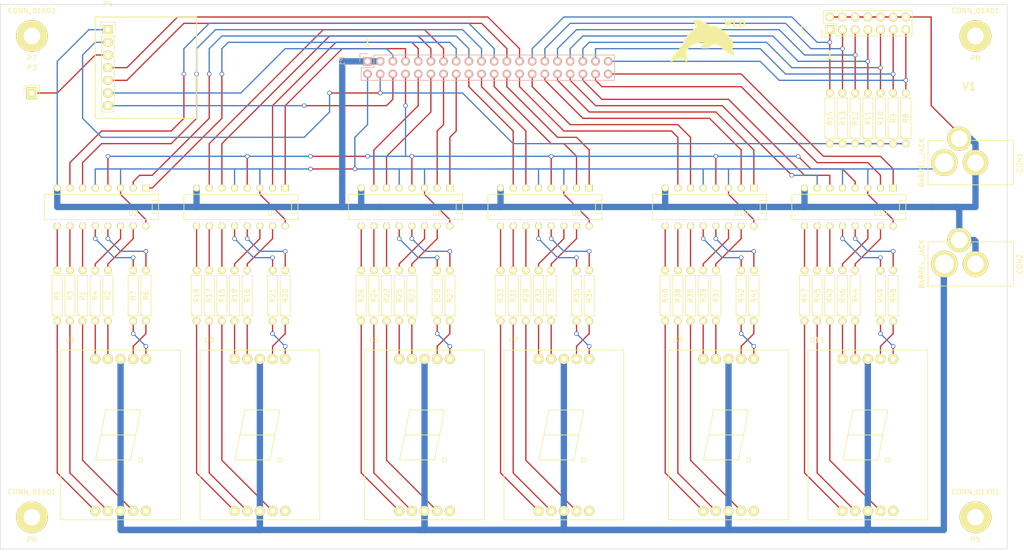
<source format=kicad_pcb>
(kicad_pcb (version 4) (host pcbnew "(2015-01-16 BZR 5376)-product")

  (general
    (links 191)
    (no_connects 0)
    (area 46.939999 16.581 253.81281 128.029)
    (thickness 1.6)
    (drawings 15)
    (tracks 615)
    (zones 0)
    (modules 72)
    (nets 136)
  )

  (page A4)
  (layers
    (0 F.Cu signal)
    (31 B.Cu signal)
    (32 B.Adhes user)
    (33 F.Adhes user)
    (34 B.Paste user)
    (35 F.Paste user)
    (36 B.SilkS user)
    (37 F.SilkS user)
    (38 B.Mask user)
    (39 F.Mask user)
    (40 Dwgs.User user)
    (41 Cmts.User user)
    (42 Eco1.User user)
    (43 Eco2.User user)
    (44 Edge.Cuts user)
    (45 Margin user)
    (46 B.CrtYd user)
    (47 F.CrtYd user)
    (48 B.Fab user)
    (49 F.Fab user)
  )

  (setup
    (last_trace_width 0.254)
    (user_trace_width 1.27)
    (trace_clearance 0.254)
    (zone_clearance 0.508)
    (zone_45_only no)
    (trace_min 0.254)
    (segment_width 0.2)
    (edge_width 0.1)
    (via_size 0.889)
    (via_drill 0.635)
    (via_min_size 0.889)
    (via_min_drill 0.508)
    (user_via 0.889 0.635)
    (uvia_size 0.508)
    (uvia_drill 0.127)
    (uvias_allowed no)
    (uvia_min_size 0.508)
    (uvia_min_drill 0.127)
    (pcb_text_width 0.3)
    (pcb_text_size 1.5 1.5)
    (mod_edge_width 0.15)
    (mod_text_size 1 1)
    (mod_text_width 0.15)
    (pad_size 6.35 6.35)
    (pad_drill 3.302)
    (pad_to_mask_clearance 0)
    (aux_axis_origin 46.99 127)
    (visible_elements FFFFFF7F)
    (pcbplotparams
      (layerselection 0x010f0_80000001)
      (usegerberextensions false)
      (excludeedgelayer true)
      (linewidth 0.100000)
      (plotframeref false)
      (viasonmask false)
      (mode 1)
      (useauxorigin false)
      (hpglpennumber 1)
      (hpglpenspeed 20)
      (hpglpendiameter 15)
      (hpglpenoverlay 2)
      (psnegative false)
      (psa4output false)
      (plotreference true)
      (plotvalue true)
      (plotinvisibletext false)
      (padsonsilk false)
      (subtractmaskfromsilk false)
      (outputformat 1)
      (mirror false)
      (drillshape 0)
      (scaleselection 1)
      (outputdirectory Output/))
  )

  (net 0 "")
  (net 1 GND)
  (net 2 VCC)
  (net 3 /3V3)
  (net 4 E0)
  (net 5 /A0)
  (net 6 E1)
  (net 7 /A1)
  (net 8 E2)
  (net 9 /A2)
  (net 10 E3)
  (net 11 /A3)
  (net 12 F0)
  (net 13 /B0)
  (net 14 F1)
  (net 15 /B1)
  (net 16 F2)
  (net 17 /B2)
  (net 18 F3)
  (net 19 /B3)
  (net 20 BLANK)
  (net 21 /C0)
  (net 22 /SWITCH)
  (net 23 /C1)
  (net 24 /BUTTON1)
  (net 25 /C2)
  (net 26 /BUTTON2)
  (net 27 /C3)
  (net 28 /BUTTON3)
  (net 29 D0)
  (net 30 /INPUT1)
  (net 31 D1)
  (net 32 /INPUT2)
  (net 33 D2)
  (net 34 /INPUT3)
  (net 35 D3)
  (net 36 /SPI_MOSI)
  (net 37 /SPI_CLK)
  (net 38 /SPI_MISO)
  (net 39 /SPI_SS)
  (net 40 "Net-(P3-Pad1)")
  (net 41 "Net-(R1-Pad1)")
  (net 42 "Net-(R1-Pad2)")
  (net 43 "Net-(R2-Pad1)")
  (net 44 "Net-(R2-Pad2)")
  (net 45 "Net-(R3-Pad1)")
  (net 46 "Net-(R3-Pad2)")
  (net 47 "Net-(R4-Pad1)")
  (net 48 "Net-(R4-Pad2)")
  (net 49 "Net-(R5-Pad1)")
  (net 50 "Net-(R5-Pad2)")
  (net 51 "Net-(R6-Pad1)")
  (net 52 "Net-(R6-Pad2)")
  (net 53 "Net-(R7-Pad1)")
  (net 54 "Net-(R7-Pad2)")
  (net 55 "Net-(R15-Pad1)")
  (net 56 "Net-(R15-Pad2)")
  (net 57 "Net-(R16-Pad1)")
  (net 58 "Net-(R16-Pad2)")
  (net 59 "Net-(R17-Pad1)")
  (net 60 "Net-(R17-Pad2)")
  (net 61 "Net-(R18-Pad1)")
  (net 62 "Net-(R18-Pad2)")
  (net 63 "Net-(R19-Pad1)")
  (net 64 "Net-(R19-Pad2)")
  (net 65 "Net-(R20-Pad1)")
  (net 66 "Net-(R20-Pad2)")
  (net 67 "Net-(R21-Pad1)")
  (net 68 "Net-(R21-Pad2)")
  (net 69 "Net-(R22-Pad1)")
  (net 70 "Net-(R22-Pad2)")
  (net 71 "Net-(R23-Pad1)")
  (net 72 "Net-(R23-Pad2)")
  (net 73 "Net-(R24-Pad1)")
  (net 74 "Net-(R24-Pad2)")
  (net 75 "Net-(R25-Pad1)")
  (net 76 "Net-(R25-Pad2)")
  (net 77 "Net-(R26-Pad1)")
  (net 78 "Net-(R26-Pad2)")
  (net 79 "Net-(R27-Pad1)")
  (net 80 "Net-(R27-Pad2)")
  (net 81 "Net-(R28-Pad1)")
  (net 82 "Net-(R28-Pad2)")
  (net 83 "Net-(R29-Pad1)")
  (net 84 "Net-(R29-Pad2)")
  (net 85 "Net-(R30-Pad1)")
  (net 86 "Net-(R30-Pad2)")
  (net 87 "Net-(R31-Pad1)")
  (net 88 "Net-(R31-Pad2)")
  (net 89 "Net-(R32-Pad1)")
  (net 90 "Net-(R32-Pad2)")
  (net 91 "Net-(R33-Pad1)")
  (net 92 "Net-(R33-Pad2)")
  (net 93 "Net-(R34-Pad1)")
  (net 94 "Net-(R34-Pad2)")
  (net 95 "Net-(R35-Pad1)")
  (net 96 "Net-(R35-Pad2)")
  (net 97 "Net-(R36-Pad1)")
  (net 98 "Net-(R36-Pad2)")
  (net 99 "Net-(R37-Pad1)")
  (net 100 "Net-(R37-Pad2)")
  (net 101 "Net-(R38-Pad1)")
  (net 102 "Net-(R38-Pad2)")
  (net 103 "Net-(R39-Pad1)")
  (net 104 "Net-(R39-Pad2)")
  (net 105 "Net-(R40-Pad1)")
  (net 106 "Net-(R40-Pad2)")
  (net 107 "Net-(R41-Pad1)")
  (net 108 "Net-(R41-Pad2)")
  (net 109 "Net-(R42-Pad1)")
  (net 110 "Net-(R42-Pad2)")
  (net 111 "Net-(R43-Pad1)")
  (net 112 "Net-(R43-Pad2)")
  (net 113 "Net-(R44-Pad1)")
  (net 114 "Net-(R44-Pad2)")
  (net 115 "Net-(R45-Pad1)")
  (net 116 "Net-(R45-Pad2)")
  (net 117 "Net-(R46-Pad1)")
  (net 118 "Net-(R46-Pad2)")
  (net 119 "Net-(R47-Pad1)")
  (net 120 "Net-(R47-Pad2)")
  (net 121 "Net-(R48-Pad1)")
  (net 122 "Net-(R48-Pad2)")
  (net 123 "Net-(R49-Pad1)")
  (net 124 "Net-(R49-Pad2)")
  (net 125 +9V)
  (net 126 "Net-(U1-Pad5)")
  (net 127 "Net-(U3-Pad5)")
  (net 128 "Net-(U5-Pad5)")
  (net 129 "Net-(U7-Pad5)")
  (net 130 "Net-(U9-Pad5)")
  (net 131 "Net-(U11-Pad5)")
  (net 132 "Net-(P5-Pad1)")
  (net 133 "Net-(P6-Pad1)")
  (net 134 "Net-(P7-Pad1)")
  (net 135 "Net-(P8-Pad1)")

  (net_class Default "This is the default net class."
    (clearance 0.254)
    (trace_width 0.254)
    (via_dia 0.889)
    (via_drill 0.635)
    (uvia_dia 0.508)
    (uvia_drill 0.127)
    (add_net /3V3)
    (add_net /A0)
    (add_net /A1)
    (add_net /A2)
    (add_net /A3)
    (add_net /B0)
    (add_net /B1)
    (add_net /B2)
    (add_net /B3)
    (add_net /BUTTON1)
    (add_net /BUTTON2)
    (add_net /BUTTON3)
    (add_net /C0)
    (add_net /C1)
    (add_net /C2)
    (add_net /C3)
    (add_net /INPUT1)
    (add_net /INPUT2)
    (add_net /INPUT3)
    (add_net /SPI_CLK)
    (add_net /SPI_MISO)
    (add_net /SPI_MOSI)
    (add_net /SPI_SS)
    (add_net /SWITCH)
    (add_net BLANK)
    (add_net D0)
    (add_net D1)
    (add_net D2)
    (add_net D3)
    (add_net E0)
    (add_net E1)
    (add_net E2)
    (add_net E3)
    (add_net F0)
    (add_net F1)
    (add_net F2)
    (add_net F3)
    (add_net GND)
    (add_net "Net-(P3-Pad1)")
    (add_net "Net-(P5-Pad1)")
    (add_net "Net-(P6-Pad1)")
    (add_net "Net-(P7-Pad1)")
    (add_net "Net-(P8-Pad1)")
    (add_net "Net-(R1-Pad1)")
    (add_net "Net-(R1-Pad2)")
    (add_net "Net-(R15-Pad1)")
    (add_net "Net-(R15-Pad2)")
    (add_net "Net-(R16-Pad1)")
    (add_net "Net-(R16-Pad2)")
    (add_net "Net-(R17-Pad1)")
    (add_net "Net-(R17-Pad2)")
    (add_net "Net-(R18-Pad1)")
    (add_net "Net-(R18-Pad2)")
    (add_net "Net-(R19-Pad1)")
    (add_net "Net-(R19-Pad2)")
    (add_net "Net-(R2-Pad1)")
    (add_net "Net-(R2-Pad2)")
    (add_net "Net-(R20-Pad1)")
    (add_net "Net-(R20-Pad2)")
    (add_net "Net-(R21-Pad1)")
    (add_net "Net-(R21-Pad2)")
    (add_net "Net-(R22-Pad1)")
    (add_net "Net-(R22-Pad2)")
    (add_net "Net-(R23-Pad1)")
    (add_net "Net-(R23-Pad2)")
    (add_net "Net-(R24-Pad1)")
    (add_net "Net-(R24-Pad2)")
    (add_net "Net-(R25-Pad1)")
    (add_net "Net-(R25-Pad2)")
    (add_net "Net-(R26-Pad1)")
    (add_net "Net-(R26-Pad2)")
    (add_net "Net-(R27-Pad1)")
    (add_net "Net-(R27-Pad2)")
    (add_net "Net-(R28-Pad1)")
    (add_net "Net-(R28-Pad2)")
    (add_net "Net-(R29-Pad1)")
    (add_net "Net-(R29-Pad2)")
    (add_net "Net-(R3-Pad1)")
    (add_net "Net-(R3-Pad2)")
    (add_net "Net-(R30-Pad1)")
    (add_net "Net-(R30-Pad2)")
    (add_net "Net-(R31-Pad1)")
    (add_net "Net-(R31-Pad2)")
    (add_net "Net-(R32-Pad1)")
    (add_net "Net-(R32-Pad2)")
    (add_net "Net-(R33-Pad1)")
    (add_net "Net-(R33-Pad2)")
    (add_net "Net-(R34-Pad1)")
    (add_net "Net-(R34-Pad2)")
    (add_net "Net-(R35-Pad1)")
    (add_net "Net-(R35-Pad2)")
    (add_net "Net-(R36-Pad1)")
    (add_net "Net-(R36-Pad2)")
    (add_net "Net-(R37-Pad1)")
    (add_net "Net-(R37-Pad2)")
    (add_net "Net-(R38-Pad1)")
    (add_net "Net-(R38-Pad2)")
    (add_net "Net-(R39-Pad1)")
    (add_net "Net-(R39-Pad2)")
    (add_net "Net-(R4-Pad1)")
    (add_net "Net-(R4-Pad2)")
    (add_net "Net-(R40-Pad1)")
    (add_net "Net-(R40-Pad2)")
    (add_net "Net-(R41-Pad1)")
    (add_net "Net-(R41-Pad2)")
    (add_net "Net-(R42-Pad1)")
    (add_net "Net-(R42-Pad2)")
    (add_net "Net-(R43-Pad1)")
    (add_net "Net-(R43-Pad2)")
    (add_net "Net-(R44-Pad1)")
    (add_net "Net-(R44-Pad2)")
    (add_net "Net-(R45-Pad1)")
    (add_net "Net-(R45-Pad2)")
    (add_net "Net-(R46-Pad1)")
    (add_net "Net-(R46-Pad2)")
    (add_net "Net-(R47-Pad1)")
    (add_net "Net-(R47-Pad2)")
    (add_net "Net-(R48-Pad1)")
    (add_net "Net-(R48-Pad2)")
    (add_net "Net-(R49-Pad1)")
    (add_net "Net-(R49-Pad2)")
    (add_net "Net-(R5-Pad1)")
    (add_net "Net-(R5-Pad2)")
    (add_net "Net-(R6-Pad1)")
    (add_net "Net-(R6-Pad2)")
    (add_net "Net-(R7-Pad1)")
    (add_net "Net-(R7-Pad2)")
    (add_net "Net-(U1-Pad5)")
    (add_net "Net-(U11-Pad5)")
    (add_net "Net-(U3-Pad5)")
    (add_net "Net-(U5-Pad5)")
    (add_net "Net-(U7-Pad5)")
    (add_net "Net-(U9-Pad5)")
    (add_net VCC)
  )

  (net_class "LED Power" ""
    (clearance 0.254)
    (trace_width 1.27)
    (via_dia 0.889)
    (via_drill 0.635)
    (uvia_dia 0.508)
    (uvia_drill 0.127)
    (add_net +9V)
  )

  (module Pin_Headers:Pin_Header_Straight_2x20 locked placed (layer B.Cu) (tedit 55172C35) (tstamp 55172F00)
    (at 120.65 29.21 270)
    (descr "Through hole pin header")
    (tags "pin header")
    (path /55163CF6)
    (fp_text reference P1 (at 0 5.1 270) (layer B.SilkS)
      (effects (font (size 1 1) (thickness 0.15)) (justify mirror))
    )
    (fp_text value CONN_02X20 (at 0 3.1 270) (layer B.Fab)
      (effects (font (size 1 1) (thickness 0.15)) (justify mirror))
    )
    (fp_line (start -1.75 1.75) (end -1.75 -50.05) (layer B.CrtYd) (width 0.05))
    (fp_line (start 4.3 1.75) (end 4.3 -50.05) (layer B.CrtYd) (width 0.05))
    (fp_line (start -1.75 1.75) (end 4.3 1.75) (layer B.CrtYd) (width 0.05))
    (fp_line (start -1.75 -50.05) (end 4.3 -50.05) (layer B.CrtYd) (width 0.05))
    (fp_line (start 3.81 -49.53) (end 3.81 1.27) (layer B.SilkS) (width 0.15))
    (fp_line (start -1.27 -1.27) (end -1.27 -49.53) (layer B.SilkS) (width 0.15))
    (fp_line (start 3.81 -49.53) (end -1.27 -49.53) (layer B.SilkS) (width 0.15))
    (fp_line (start 3.81 1.27) (end 1.27 1.27) (layer B.SilkS) (width 0.15))
    (fp_line (start 0 1.55) (end -1.55 1.55) (layer B.SilkS) (width 0.15))
    (fp_line (start 1.27 1.27) (end 1.27 -1.27) (layer B.SilkS) (width 0.15))
    (fp_line (start 1.27 -1.27) (end -1.27 -1.27) (layer B.SilkS) (width 0.15))
    (fp_line (start -1.55 1.55) (end -1.55 0) (layer B.SilkS) (width 0.15))
    (pad 1 thru_hole rect (at 0 0 270) (size 1.7272 1.7272) (drill 1.016) (layers *.Cu *.Mask B.SilkS)
      (net 1 GND))
    (pad 2 thru_hole oval (at 2.54 0 270) (size 1.7272 1.7272) (drill 1.016) (layers *.Cu *.Mask B.SilkS)
      (net 2 VCC))
    (pad 3 thru_hole oval (at 0 -2.54 270) (size 1.7272 1.7272) (drill 1.016) (layers *.Cu *.Mask B.SilkS)
      (net 1 GND))
    (pad 4 thru_hole oval (at 2.54 -2.54 270) (size 1.7272 1.7272) (drill 1.016) (layers *.Cu *.Mask B.SilkS)
      (net 3 /3V3))
    (pad 5 thru_hole oval (at 0 -5.08 270) (size 1.7272 1.7272) (drill 1.016) (layers *.Cu *.Mask B.SilkS)
      (net 36 /SPI_MOSI))
    (pad 6 thru_hole oval (at 2.54 -5.08 270) (size 1.7272 1.7272) (drill 1.016) (layers *.Cu *.Mask B.SilkS)
      (net 39 /SPI_SS))
    (pad 7 thru_hole oval (at 0 -7.62 270) (size 1.7272 1.7272) (drill 1.016) (layers *.Cu *.Mask B.SilkS)
      (net 15 /B1))
    (pad 8 thru_hole oval (at 2.54 -7.62 270) (size 1.7272 1.7272) (drill 1.016) (layers *.Cu *.Mask B.SilkS)
      (net 20 BLANK))
    (pad 9 thru_hole oval (at 0 -10.16 270) (size 1.7272 1.7272) (drill 1.016) (layers *.Cu *.Mask B.SilkS)
      (net 17 /B2))
    (pad 10 thru_hole oval (at 2.54 -10.16 270) (size 1.7272 1.7272) (drill 1.016) (layers *.Cu *.Mask B.SilkS)
      (net 21 /C0))
    (pad 11 thru_hole oval (at 0 -12.7 270) (size 1.7272 1.7272) (drill 1.016) (layers *.Cu *.Mask B.SilkS)
      (net 19 /B3))
    (pad 12 thru_hole oval (at 2.54 -12.7 270) (size 1.7272 1.7272) (drill 1.016) (layers *.Cu *.Mask B.SilkS)
      (net 27 /C3))
    (pad 13 thru_hole oval (at 0 -15.24 270) (size 1.7272 1.7272) (drill 1.016) (layers *.Cu *.Mask B.SilkS)
      (net 13 /B0))
    (pad 14 thru_hole oval (at 2.54 -15.24 270) (size 1.7272 1.7272) (drill 1.016) (layers *.Cu *.Mask B.SilkS)
      (net 25 /C2))
    (pad 15 thru_hole oval (at 0 -17.78 270) (size 1.7272 1.7272) (drill 1.016) (layers *.Cu *.Mask B.SilkS)
      (net 7 /A1))
    (pad 16 thru_hole oval (at 2.54 -17.78 270) (size 1.7272 1.7272) (drill 1.016) (layers *.Cu *.Mask B.SilkS)
      (net 23 /C1))
    (pad 17 thru_hole oval (at 0 -20.32 270) (size 1.7272 1.7272) (drill 1.016) (layers *.Cu *.Mask B.SilkS)
      (net 9 /A2))
    (pad 18 thru_hole oval (at 2.54 -20.32 270) (size 1.7272 1.7272) (drill 1.016) (layers *.Cu *.Mask B.SilkS)
      (net 29 D0))
    (pad 19 thru_hole oval (at 0 -22.86 270) (size 1.7272 1.7272) (drill 1.016) (layers *.Cu *.Mask B.SilkS)
      (net 11 /A3))
    (pad 20 thru_hole oval (at 2.54 -22.86 270) (size 1.7272 1.7272) (drill 1.016) (layers *.Cu *.Mask B.SilkS)
      (net 35 D3))
    (pad 21 thru_hole oval (at 0 -25.4 270) (size 1.7272 1.7272) (drill 1.016) (layers *.Cu *.Mask B.SilkS)
      (net 5 /A0))
    (pad 22 thru_hole oval (at 2.54 -25.4 270) (size 1.7272 1.7272) (drill 1.016) (layers *.Cu *.Mask B.SilkS)
      (net 33 D2))
    (pad 23 thru_hole oval (at 0 -27.94 270) (size 1.7272 1.7272) (drill 1.016) (layers *.Cu *.Mask B.SilkS)
      (net 38 /SPI_MISO))
    (pad 24 thru_hole oval (at 2.54 -27.94 270) (size 1.7272 1.7272) (drill 1.016) (layers *.Cu *.Mask B.SilkS)
      (net 31 D1))
    (pad 25 thru_hole oval (at 0 -30.48 270) (size 1.7272 1.7272) (drill 1.016) (layers *.Cu *.Mask B.SilkS)
      (net 37 /SPI_CLK))
    (pad 26 thru_hole oval (at 2.54 -30.48 270) (size 1.7272 1.7272) (drill 1.016) (layers *.Cu *.Mask B.SilkS)
      (net 4 E0))
    (pad 27 thru_hole oval (at 0 -33.02 270) (size 1.7272 1.7272) (drill 1.016) (layers *.Cu *.Mask B.SilkS)
      (net 22 /SWITCH))
    (pad 28 thru_hole oval (at 2.54 -33.02 270) (size 1.7272 1.7272) (drill 1.016) (layers *.Cu *.Mask B.SilkS)
      (net 10 E3))
    (pad 29 thru_hole oval (at 0 -35.56 270) (size 1.7272 1.7272) (drill 1.016) (layers *.Cu *.Mask B.SilkS)
      (net 24 /BUTTON1))
    (pad 30 thru_hole oval (at 2.54 -35.56 270) (size 1.7272 1.7272) (drill 1.016) (layers *.Cu *.Mask B.SilkS)
      (net 8 E2))
    (pad 31 thru_hole oval (at 0 -38.1 270) (size 1.7272 1.7272) (drill 1.016) (layers *.Cu *.Mask B.SilkS)
      (net 26 /BUTTON2))
    (pad 32 thru_hole oval (at 2.54 -38.1 270) (size 1.7272 1.7272) (drill 1.016) (layers *.Cu *.Mask B.SilkS)
      (net 6 E1))
    (pad 33 thru_hole oval (at 0 -40.64 270) (size 1.7272 1.7272) (drill 1.016) (layers *.Cu *.Mask B.SilkS)
      (net 28 /BUTTON3))
    (pad 34 thru_hole oval (at 2.54 -40.64 270) (size 1.7272 1.7272) (drill 1.016) (layers *.Cu *.Mask B.SilkS)
      (net 12 F0))
    (pad 35 thru_hole oval (at 0 -43.18 270) (size 1.7272 1.7272) (drill 1.016) (layers *.Cu *.Mask B.SilkS)
      (net 30 /INPUT1))
    (pad 36 thru_hole oval (at 2.54 -43.18 270) (size 1.7272 1.7272) (drill 1.016) (layers *.Cu *.Mask B.SilkS)
      (net 18 F3))
    (pad 37 thru_hole oval (at 0 -45.72 270) (size 1.7272 1.7272) (drill 1.016) (layers *.Cu *.Mask B.SilkS)
      (net 32 /INPUT2))
    (pad 38 thru_hole oval (at 2.54 -45.72 270) (size 1.7272 1.7272) (drill 1.016) (layers *.Cu *.Mask B.SilkS)
      (net 16 F2))
    (pad 39 thru_hole oval (at 0 -48.26 270) (size 1.7272 1.7272) (drill 1.016) (layers *.Cu *.Mask B.SilkS)
      (net 34 /INPUT3))
    (pad 40 thru_hole oval (at 2.54 -48.26 270) (size 1.7272 1.7272) (drill 1.016) (layers *.Cu *.Mask B.SilkS)
      (net 14 F1))
    (model Pin_Headers.3dshapes/Pin_Header_Straight_2x20.wrl
      (at (xyz 0.05 -0.95 0))
      (scale (xyz 1 1 1))
      (rotate (xyz 0 0 90))
    )
  )

  (module Pin_Headers:Pin_Header_Straight_2x07 locked placed (layer F.Cu) (tedit 55172C35) (tstamp 55172F12)
    (at 213.36 22.86 90)
    (descr "Through hole pin header")
    (tags "pin header")
    (path /55172F58)
    (fp_text reference P2 (at 0 -5.1 90) (layer F.SilkS)
      (effects (font (size 1 1) (thickness 0.15)))
    )
    (fp_text value CONN_02X07 (at 0 -3.1 90) (layer F.Fab)
      (effects (font (size 1 1) (thickness 0.15)))
    )
    (fp_line (start -1.75 -1.75) (end -1.75 17) (layer F.CrtYd) (width 0.05))
    (fp_line (start 4.3 -1.75) (end 4.3 17) (layer F.CrtYd) (width 0.05))
    (fp_line (start -1.75 -1.75) (end 4.3 -1.75) (layer F.CrtYd) (width 0.05))
    (fp_line (start -1.75 17) (end 4.3 17) (layer F.CrtYd) (width 0.05))
    (fp_line (start 3.81 16.51) (end 3.81 -1.27) (layer F.SilkS) (width 0.15))
    (fp_line (start -1.27 1.27) (end -1.27 16.51) (layer F.SilkS) (width 0.15))
    (fp_line (start 3.81 16.51) (end -1.27 16.51) (layer F.SilkS) (width 0.15))
    (fp_line (start 3.81 -1.27) (end 1.27 -1.27) (layer F.SilkS) (width 0.15))
    (fp_line (start 0 -1.55) (end -1.55 -1.55) (layer F.SilkS) (width 0.15))
    (fp_line (start 1.27 -1.27) (end 1.27 1.27) (layer F.SilkS) (width 0.15))
    (fp_line (start 1.27 1.27) (end -1.27 1.27) (layer F.SilkS) (width 0.15))
    (fp_line (start -1.55 -1.55) (end -1.55 0) (layer F.SilkS) (width 0.15))
    (pad 1 thru_hole rect (at 0 0 90) (size 1.7272 1.7272) (drill 1.016) (layers *.Cu *.Mask F.SilkS)
      (net 22 /SWITCH))
    (pad 2 thru_hole oval (at 2.54 0 90) (size 1.7272 1.7272) (drill 1.016) (layers *.Cu *.Mask F.SilkS)
      (net 1 GND))
    (pad 3 thru_hole oval (at 0 2.54 90) (size 1.7272 1.7272) (drill 1.016) (layers *.Cu *.Mask F.SilkS)
      (net 24 /BUTTON1))
    (pad 4 thru_hole oval (at 2.54 2.54 90) (size 1.7272 1.7272) (drill 1.016) (layers *.Cu *.Mask F.SilkS)
      (net 1 GND))
    (pad 5 thru_hole oval (at 0 5.08 90) (size 1.7272 1.7272) (drill 1.016) (layers *.Cu *.Mask F.SilkS)
      (net 26 /BUTTON2))
    (pad 6 thru_hole oval (at 2.54 5.08 90) (size 1.7272 1.7272) (drill 1.016) (layers *.Cu *.Mask F.SilkS)
      (net 1 GND))
    (pad 7 thru_hole oval (at 0 7.62 90) (size 1.7272 1.7272) (drill 1.016) (layers *.Cu *.Mask F.SilkS)
      (net 28 /BUTTON3))
    (pad 8 thru_hole oval (at 2.54 7.62 90) (size 1.7272 1.7272) (drill 1.016) (layers *.Cu *.Mask F.SilkS)
      (net 1 GND))
    (pad 9 thru_hole oval (at 0 10.16 90) (size 1.7272 1.7272) (drill 1.016) (layers *.Cu *.Mask F.SilkS)
      (net 30 /INPUT1))
    (pad 10 thru_hole oval (at 2.54 10.16 90) (size 1.7272 1.7272) (drill 1.016) (layers *.Cu *.Mask F.SilkS)
      (net 1 GND))
    (pad 11 thru_hole oval (at 0 12.7 90) (size 1.7272 1.7272) (drill 1.016) (layers *.Cu *.Mask F.SilkS)
      (net 32 /INPUT2))
    (pad 12 thru_hole oval (at 2.54 12.7 90) (size 1.7272 1.7272) (drill 1.016) (layers *.Cu *.Mask F.SilkS)
      (net 1 GND))
    (pad 13 thru_hole oval (at 0 15.24 90) (size 1.7272 1.7272) (drill 1.016) (layers *.Cu *.Mask F.SilkS)
      (net 34 /INPUT3))
    (pad 14 thru_hole oval (at 2.54 15.24 90) (size 1.7272 1.7272) (drill 1.016) (layers *.Cu *.Mask F.SilkS)
      (net 1 GND))
    (model Pin_Headers.3dshapes/Pin_Header_Straight_2x07.wrl
      (at (xyz 0.05 -0.3 0))
      (scale (xyz 1 1 1))
      (rotate (xyz 0 0 90))
    )
  )

  (module Pin_Headers:Pin_Header_Straight_1x01 placed (layer F.Cu) (tedit 54EA08DC) (tstamp 55172F17)
    (at 53.34 35.56)
    (descr "Through hole pin header")
    (tags "pin header")
    (path /5517643E)
    (fp_text reference P3 (at 0 -5.1) (layer F.SilkS)
      (effects (font (size 1 1) (thickness 0.15)))
    )
    (fp_text value CONN_01X01 (at 0 -3.1) (layer F.Fab)
      (effects (font (size 1 1) (thickness 0.15)))
    )
    (fp_line (start 1.55 -1.55) (end 1.55 0) (layer F.SilkS) (width 0.15))
    (fp_line (start -1.75 -1.75) (end -1.75 1.75) (layer F.CrtYd) (width 0.05))
    (fp_line (start 1.75 -1.75) (end 1.75 1.75) (layer F.CrtYd) (width 0.05))
    (fp_line (start -1.75 -1.75) (end 1.75 -1.75) (layer F.CrtYd) (width 0.05))
    (fp_line (start -1.75 1.75) (end 1.75 1.75) (layer F.CrtYd) (width 0.05))
    (fp_line (start -1.55 0) (end -1.55 -1.55) (layer F.SilkS) (width 0.15))
    (fp_line (start -1.55 -1.55) (end 1.55 -1.55) (layer F.SilkS) (width 0.15))
    (fp_line (start -1.27 1.27) (end 1.27 1.27) (layer F.SilkS) (width 0.15))
    (pad 1 thru_hole rect (at 0 0) (size 2.2352 2.2352) (drill 1.016) (layers *.Cu *.Mask F.SilkS)
      (net 40 "Net-(P3-Pad1)"))
    (model Pin_Headers.3dshapes/Pin_Header_Straight_1x01.wrl
      (at (xyz 0 0 0))
      (scale (xyz 1 1 1))
      (rotate (xyz 0 0 90))
    )
  )

  (module Pin_Headers:Pin_Header_Straight_1x07 locked placed (layer F.Cu) (tedit 55172C35) (tstamp 55172F22)
    (at 68.58 22.86)
    (descr "Through hole pin header")
    (tags "pin header")
    (path /55175959)
    (fp_text reference P4 (at 0 -5.1) (layer F.SilkS)
      (effects (font (size 1 1) (thickness 0.15)))
    )
    (fp_text value CONN_01X07 (at 0 -3.1) (layer F.Fab)
      (effects (font (size 1 1) (thickness 0.15)))
    )
    (fp_line (start -1.75 -1.75) (end -1.75 17) (layer F.CrtYd) (width 0.05))
    (fp_line (start 1.75 -1.75) (end 1.75 17) (layer F.CrtYd) (width 0.05))
    (fp_line (start -1.75 -1.75) (end 1.75 -1.75) (layer F.CrtYd) (width 0.05))
    (fp_line (start -1.75 17) (end 1.75 17) (layer F.CrtYd) (width 0.05))
    (fp_line (start 1.27 1.27) (end 1.27 16.51) (layer F.SilkS) (width 0.15))
    (fp_line (start 1.27 16.51) (end -1.27 16.51) (layer F.SilkS) (width 0.15))
    (fp_line (start -1.27 16.51) (end -1.27 1.27) (layer F.SilkS) (width 0.15))
    (fp_line (start 1.55 -1.55) (end 1.55 0) (layer F.SilkS) (width 0.15))
    (fp_line (start 1.27 1.27) (end -1.27 1.27) (layer F.SilkS) (width 0.15))
    (fp_line (start -1.55 0) (end -1.55 -1.55) (layer F.SilkS) (width 0.15))
    (fp_line (start -1.55 -1.55) (end 1.55 -1.55) (layer F.SilkS) (width 0.15))
    (pad 1 thru_hole rect (at 0 0) (size 2.032 1.7272) (drill 1.016) (layers *.Cu *.Mask F.SilkS)
      (net 1 GND))
    (pad 2 thru_hole oval (at 0 2.54) (size 2.032 1.7272) (drill 1.016) (layers *.Cu *.Mask F.SilkS)
      (net 3 /3V3))
    (pad 3 thru_hole oval (at 0 5.08) (size 2.032 1.7272) (drill 1.016) (layers *.Cu *.Mask F.SilkS)
      (net 40 "Net-(P3-Pad1)"))
    (pad 4 thru_hole oval (at 0 7.62) (size 2.032 1.7272) (drill 1.016) (layers *.Cu *.Mask F.SilkS)
      (net 37 /SPI_CLK))
    (pad 5 thru_hole oval (at 0 10.16) (size 2.032 1.7272) (drill 1.016) (layers *.Cu *.Mask F.SilkS)
      (net 38 /SPI_MISO))
    (pad 6 thru_hole oval (at 0 12.7) (size 2.032 1.7272) (drill 1.016) (layers *.Cu *.Mask F.SilkS)
      (net 36 /SPI_MOSI))
    (pad 7 thru_hole oval (at 0 15.24) (size 2.032 1.7272) (drill 1.016) (layers *.Cu *.Mask F.SilkS)
      (net 39 /SPI_SS))
    (model Pin_Headers.3dshapes/Pin_Header_Straight_1x07.wrl
      (at (xyz 0 -0.3 0))
      (scale (xyz 1 1 1))
      (rotate (xyz 0 0 90))
    )
  )

  (module Discret:R4 placed (layer F.Cu) (tedit 55172C35) (tstamp 55172F28)
    (at 63.5 76.2 90)
    (descr "Resitance 4 pas")
    (tags R)
    (path /550E470C)
    (fp_text reference R1 (at 0 0 90) (layer F.SilkS)
      (effects (font (size 1 1) (thickness 0.15)))
    )
    (fp_text value 270 (at 0 0 90) (layer F.Fab)
      (effects (font (size 1 1) (thickness 0.15)))
    )
    (fp_line (start -5.08 0) (end -4.064 0) (layer F.SilkS) (width 0.15))
    (fp_line (start -4.064 0) (end -4.064 -1.016) (layer F.SilkS) (width 0.15))
    (fp_line (start -4.064 -1.016) (end 4.064 -1.016) (layer F.SilkS) (width 0.15))
    (fp_line (start 4.064 -1.016) (end 4.064 1.016) (layer F.SilkS) (width 0.15))
    (fp_line (start 4.064 1.016) (end -4.064 1.016) (layer F.SilkS) (width 0.15))
    (fp_line (start -4.064 1.016) (end -4.064 0) (layer F.SilkS) (width 0.15))
    (fp_line (start -4.064 -0.508) (end -3.556 -1.016) (layer F.SilkS) (width 0.15))
    (fp_line (start 5.08 0) (end 4.064 0) (layer F.SilkS) (width 0.15))
    (pad 1 thru_hole circle (at -5.08 0 90) (size 1.524 1.524) (drill 0.8128) (layers *.Cu *.Mask F.SilkS)
      (net 41 "Net-(R1-Pad1)"))
    (pad 2 thru_hole circle (at 5.08 0 90) (size 1.524 1.524) (drill 0.8128) (layers *.Cu *.Mask F.SilkS)
      (net 42 "Net-(R1-Pad2)"))
    (model Discret.3dshapes/R4.wrl
      (at (xyz 0 0 0))
      (scale (xyz 0.4 0.4 0.4))
      (rotate (xyz 0 0 0))
    )
  )

  (module Discret:R4 placed (layer F.Cu) (tedit 55172C35) (tstamp 55172F2E)
    (at 68.58 76.2 90)
    (descr "Resitance 4 pas")
    (tags R)
    (path /550E41BC)
    (fp_text reference R2 (at 0 0 90) (layer F.SilkS)
      (effects (font (size 1 1) (thickness 0.15)))
    )
    (fp_text value 270 (at 0 0 90) (layer F.Fab)
      (effects (font (size 1 1) (thickness 0.15)))
    )
    (fp_line (start -5.08 0) (end -4.064 0) (layer F.SilkS) (width 0.15))
    (fp_line (start -4.064 0) (end -4.064 -1.016) (layer F.SilkS) (width 0.15))
    (fp_line (start -4.064 -1.016) (end 4.064 -1.016) (layer F.SilkS) (width 0.15))
    (fp_line (start 4.064 -1.016) (end 4.064 1.016) (layer F.SilkS) (width 0.15))
    (fp_line (start 4.064 1.016) (end -4.064 1.016) (layer F.SilkS) (width 0.15))
    (fp_line (start -4.064 1.016) (end -4.064 0) (layer F.SilkS) (width 0.15))
    (fp_line (start -4.064 -0.508) (end -3.556 -1.016) (layer F.SilkS) (width 0.15))
    (fp_line (start 5.08 0) (end 4.064 0) (layer F.SilkS) (width 0.15))
    (pad 1 thru_hole circle (at -5.08 0 90) (size 1.524 1.524) (drill 0.8128) (layers *.Cu *.Mask F.SilkS)
      (net 43 "Net-(R2-Pad1)"))
    (pad 2 thru_hole circle (at 5.08 0 90) (size 1.524 1.524) (drill 0.8128) (layers *.Cu *.Mask F.SilkS)
      (net 44 "Net-(R2-Pad2)"))
    (model Discret.3dshapes/R4.wrl
      (at (xyz 0 0 0))
      (scale (xyz 0.4 0.4 0.4))
      (rotate (xyz 0 0 0))
    )
  )

  (module Discret:R4 placed (layer F.Cu) (tedit 55172C35) (tstamp 55172F34)
    (at 60.96 76.2 90)
    (descr "Resitance 4 pas")
    (tags R)
    (path /550E4712)
    (fp_text reference R3 (at 0 0 90) (layer F.SilkS)
      (effects (font (size 1 1) (thickness 0.15)))
    )
    (fp_text value 270 (at 0 0 90) (layer F.Fab)
      (effects (font (size 1 1) (thickness 0.15)))
    )
    (fp_line (start -5.08 0) (end -4.064 0) (layer F.SilkS) (width 0.15))
    (fp_line (start -4.064 0) (end -4.064 -1.016) (layer F.SilkS) (width 0.15))
    (fp_line (start -4.064 -1.016) (end 4.064 -1.016) (layer F.SilkS) (width 0.15))
    (fp_line (start 4.064 -1.016) (end 4.064 1.016) (layer F.SilkS) (width 0.15))
    (fp_line (start 4.064 1.016) (end -4.064 1.016) (layer F.SilkS) (width 0.15))
    (fp_line (start -4.064 1.016) (end -4.064 0) (layer F.SilkS) (width 0.15))
    (fp_line (start -4.064 -0.508) (end -3.556 -1.016) (layer F.SilkS) (width 0.15))
    (fp_line (start 5.08 0) (end 4.064 0) (layer F.SilkS) (width 0.15))
    (pad 1 thru_hole circle (at -5.08 0 90) (size 1.524 1.524) (drill 0.8128) (layers *.Cu *.Mask F.SilkS)
      (net 45 "Net-(R3-Pad1)"))
    (pad 2 thru_hole circle (at 5.08 0 90) (size 1.524 1.524) (drill 0.8128) (layers *.Cu *.Mask F.SilkS)
      (net 46 "Net-(R3-Pad2)"))
    (model Discret.3dshapes/R4.wrl
      (at (xyz 0 0 0))
      (scale (xyz 0.4 0.4 0.4))
      (rotate (xyz 0 0 0))
    )
  )

  (module Discret:R4 placed (layer F.Cu) (tedit 55172C35) (tstamp 55172F3A)
    (at 66.04 76.2 90)
    (descr "Resitance 4 pas")
    (tags R)
    (path /550E44D0)
    (fp_text reference R4 (at 0 0 90) (layer F.SilkS)
      (effects (font (size 1 1) (thickness 0.15)))
    )
    (fp_text value 270 (at 0 0 90) (layer F.Fab)
      (effects (font (size 1 1) (thickness 0.15)))
    )
    (fp_line (start -5.08 0) (end -4.064 0) (layer F.SilkS) (width 0.15))
    (fp_line (start -4.064 0) (end -4.064 -1.016) (layer F.SilkS) (width 0.15))
    (fp_line (start -4.064 -1.016) (end 4.064 -1.016) (layer F.SilkS) (width 0.15))
    (fp_line (start 4.064 -1.016) (end 4.064 1.016) (layer F.SilkS) (width 0.15))
    (fp_line (start 4.064 1.016) (end -4.064 1.016) (layer F.SilkS) (width 0.15))
    (fp_line (start -4.064 1.016) (end -4.064 0) (layer F.SilkS) (width 0.15))
    (fp_line (start -4.064 -0.508) (end -3.556 -1.016) (layer F.SilkS) (width 0.15))
    (fp_line (start 5.08 0) (end 4.064 0) (layer F.SilkS) (width 0.15))
    (pad 1 thru_hole circle (at -5.08 0 90) (size 1.524 1.524) (drill 0.8128) (layers *.Cu *.Mask F.SilkS)
      (net 47 "Net-(R4-Pad1)"))
    (pad 2 thru_hole circle (at 5.08 0 90) (size 1.524 1.524) (drill 0.8128) (layers *.Cu *.Mask F.SilkS)
      (net 48 "Net-(R4-Pad2)"))
    (model Discret.3dshapes/R4.wrl
      (at (xyz 0 0 0))
      (scale (xyz 0.4 0.4 0.4))
      (rotate (xyz 0 0 0))
    )
  )

  (module Discret:R4 placed (layer F.Cu) (tedit 55172C35) (tstamp 55172F40)
    (at 58.42 76.2 90)
    (descr "Resitance 4 pas")
    (tags R)
    (path /550E4718)
    (fp_text reference R5 (at 0 0 90) (layer F.SilkS)
      (effects (font (size 1 1) (thickness 0.15)))
    )
    (fp_text value 270 (at 0 0 90) (layer F.Fab)
      (effects (font (size 1 1) (thickness 0.15)))
    )
    (fp_line (start -5.08 0) (end -4.064 0) (layer F.SilkS) (width 0.15))
    (fp_line (start -4.064 0) (end -4.064 -1.016) (layer F.SilkS) (width 0.15))
    (fp_line (start -4.064 -1.016) (end 4.064 -1.016) (layer F.SilkS) (width 0.15))
    (fp_line (start 4.064 -1.016) (end 4.064 1.016) (layer F.SilkS) (width 0.15))
    (fp_line (start 4.064 1.016) (end -4.064 1.016) (layer F.SilkS) (width 0.15))
    (fp_line (start -4.064 1.016) (end -4.064 0) (layer F.SilkS) (width 0.15))
    (fp_line (start -4.064 -0.508) (end -3.556 -1.016) (layer F.SilkS) (width 0.15))
    (fp_line (start 5.08 0) (end 4.064 0) (layer F.SilkS) (width 0.15))
    (pad 1 thru_hole circle (at -5.08 0 90) (size 1.524 1.524) (drill 0.8128) (layers *.Cu *.Mask F.SilkS)
      (net 49 "Net-(R5-Pad1)"))
    (pad 2 thru_hole circle (at 5.08 0 90) (size 1.524 1.524) (drill 0.8128) (layers *.Cu *.Mask F.SilkS)
      (net 50 "Net-(R5-Pad2)"))
    (model Discret.3dshapes/R4.wrl
      (at (xyz 0 0 0))
      (scale (xyz 0.4 0.4 0.4))
      (rotate (xyz 0 0 0))
    )
  )

  (module Discret:R4 placed (layer F.Cu) (tedit 55172C35) (tstamp 55172F46)
    (at 76.2 76.2 90)
    (descr "Resitance 4 pas")
    (tags R)
    (path /550E4540)
    (fp_text reference R6 (at 0 0 90) (layer F.SilkS)
      (effects (font (size 1 1) (thickness 0.15)))
    )
    (fp_text value 270 (at 0 0 90) (layer F.Fab)
      (effects (font (size 1 1) (thickness 0.15)))
    )
    (fp_line (start -5.08 0) (end -4.064 0) (layer F.SilkS) (width 0.15))
    (fp_line (start -4.064 0) (end -4.064 -1.016) (layer F.SilkS) (width 0.15))
    (fp_line (start -4.064 -1.016) (end 4.064 -1.016) (layer F.SilkS) (width 0.15))
    (fp_line (start 4.064 -1.016) (end 4.064 1.016) (layer F.SilkS) (width 0.15))
    (fp_line (start 4.064 1.016) (end -4.064 1.016) (layer F.SilkS) (width 0.15))
    (fp_line (start -4.064 1.016) (end -4.064 0) (layer F.SilkS) (width 0.15))
    (fp_line (start -4.064 -0.508) (end -3.556 -1.016) (layer F.SilkS) (width 0.15))
    (fp_line (start 5.08 0) (end 4.064 0) (layer F.SilkS) (width 0.15))
    (pad 1 thru_hole circle (at -5.08 0 90) (size 1.524 1.524) (drill 0.8128) (layers *.Cu *.Mask F.SilkS)
      (net 51 "Net-(R6-Pad1)"))
    (pad 2 thru_hole circle (at 5.08 0 90) (size 1.524 1.524) (drill 0.8128) (layers *.Cu *.Mask F.SilkS)
      (net 52 "Net-(R6-Pad2)"))
    (model Discret.3dshapes/R4.wrl
      (at (xyz 0 0 0))
      (scale (xyz 0.4 0.4 0.4))
      (rotate (xyz 0 0 0))
    )
  )

  (module Discret:R4 placed (layer F.Cu) (tedit 55172C35) (tstamp 55172F4C)
    (at 73.66 76.2 90)
    (descr "Resitance 4 pas")
    (tags R)
    (path /550E4546)
    (fp_text reference R7 (at 0 0 90) (layer F.SilkS)
      (effects (font (size 1 1) (thickness 0.15)))
    )
    (fp_text value 270 (at 0 0 90) (layer F.Fab)
      (effects (font (size 1 1) (thickness 0.15)))
    )
    (fp_line (start -5.08 0) (end -4.064 0) (layer F.SilkS) (width 0.15))
    (fp_line (start -4.064 0) (end -4.064 -1.016) (layer F.SilkS) (width 0.15))
    (fp_line (start -4.064 -1.016) (end 4.064 -1.016) (layer F.SilkS) (width 0.15))
    (fp_line (start 4.064 -1.016) (end 4.064 1.016) (layer F.SilkS) (width 0.15))
    (fp_line (start 4.064 1.016) (end -4.064 1.016) (layer F.SilkS) (width 0.15))
    (fp_line (start -4.064 1.016) (end -4.064 0) (layer F.SilkS) (width 0.15))
    (fp_line (start -4.064 -0.508) (end -3.556 -1.016) (layer F.SilkS) (width 0.15))
    (fp_line (start 5.08 0) (end 4.064 0) (layer F.SilkS) (width 0.15))
    (pad 1 thru_hole circle (at -5.08 0 90) (size 1.524 1.524) (drill 0.8128) (layers *.Cu *.Mask F.SilkS)
      (net 53 "Net-(R7-Pad1)"))
    (pad 2 thru_hole circle (at 5.08 0 90) (size 1.524 1.524) (drill 0.8128) (layers *.Cu *.Mask F.SilkS)
      (net 54 "Net-(R7-Pad2)"))
    (model Discret.3dshapes/R4.wrl
      (at (xyz 0 0 0))
      (scale (xyz 0.4 0.4 0.4))
      (rotate (xyz 0 0 0))
    )
  )

  (module Discret:R4 placed (layer F.Cu) (tedit 55172C35) (tstamp 55172F52)
    (at 228.6 40.64 90)
    (descr "Resitance 4 pas")
    (tags R)
    (path /55173F4A)
    (fp_text reference R8 (at 0 0 90) (layer F.SilkS)
      (effects (font (size 1 1) (thickness 0.15)))
    )
    (fp_text value 10K (at 0 0 90) (layer F.Fab)
      (effects (font (size 1 1) (thickness 0.15)))
    )
    (fp_line (start -5.08 0) (end -4.064 0) (layer F.SilkS) (width 0.15))
    (fp_line (start -4.064 0) (end -4.064 -1.016) (layer F.SilkS) (width 0.15))
    (fp_line (start -4.064 -1.016) (end 4.064 -1.016) (layer F.SilkS) (width 0.15))
    (fp_line (start 4.064 -1.016) (end 4.064 1.016) (layer F.SilkS) (width 0.15))
    (fp_line (start 4.064 1.016) (end -4.064 1.016) (layer F.SilkS) (width 0.15))
    (fp_line (start -4.064 1.016) (end -4.064 0) (layer F.SilkS) (width 0.15))
    (fp_line (start -4.064 -0.508) (end -3.556 -1.016) (layer F.SilkS) (width 0.15))
    (fp_line (start 5.08 0) (end 4.064 0) (layer F.SilkS) (width 0.15))
    (pad 1 thru_hole circle (at -5.08 0 90) (size 1.524 1.524) (drill 0.8128) (layers *.Cu *.Mask F.SilkS)
      (net 3 /3V3))
    (pad 2 thru_hole circle (at 5.08 0 90) (size 1.524 1.524) (drill 0.8128) (layers *.Cu *.Mask F.SilkS)
      (net 34 /INPUT3))
    (model Discret.3dshapes/R4.wrl
      (at (xyz 0 0 0))
      (scale (xyz 0.4 0.4 0.4))
      (rotate (xyz 0 0 0))
    )
  )

  (module Discret:R4 placed (layer F.Cu) (tedit 55172C35) (tstamp 55172F58)
    (at 226.06 40.64 90)
    (descr "Resitance 4 pas")
    (tags R)
    (path /55173E72)
    (fp_text reference R9 (at 0 0 90) (layer F.SilkS)
      (effects (font (size 1 1) (thickness 0.15)))
    )
    (fp_text value 10K (at 0 0 90) (layer F.Fab)
      (effects (font (size 1 1) (thickness 0.15)))
    )
    (fp_line (start -5.08 0) (end -4.064 0) (layer F.SilkS) (width 0.15))
    (fp_line (start -4.064 0) (end -4.064 -1.016) (layer F.SilkS) (width 0.15))
    (fp_line (start -4.064 -1.016) (end 4.064 -1.016) (layer F.SilkS) (width 0.15))
    (fp_line (start 4.064 -1.016) (end 4.064 1.016) (layer F.SilkS) (width 0.15))
    (fp_line (start 4.064 1.016) (end -4.064 1.016) (layer F.SilkS) (width 0.15))
    (fp_line (start -4.064 1.016) (end -4.064 0) (layer F.SilkS) (width 0.15))
    (fp_line (start -4.064 -0.508) (end -3.556 -1.016) (layer F.SilkS) (width 0.15))
    (fp_line (start 5.08 0) (end 4.064 0) (layer F.SilkS) (width 0.15))
    (pad 1 thru_hole circle (at -5.08 0 90) (size 1.524 1.524) (drill 0.8128) (layers *.Cu *.Mask F.SilkS)
      (net 3 /3V3))
    (pad 2 thru_hole circle (at 5.08 0 90) (size 1.524 1.524) (drill 0.8128) (layers *.Cu *.Mask F.SilkS)
      (net 32 /INPUT2))
    (model Discret.3dshapes/R4.wrl
      (at (xyz 0 0 0))
      (scale (xyz 0.4 0.4 0.4))
      (rotate (xyz 0 0 0))
    )
  )

  (module Discret:R4 placed (layer F.Cu) (tedit 55172C35) (tstamp 55172F5E)
    (at 223.52 40.64 90)
    (descr "Resitance 4 pas")
    (tags R)
    (path /55173E44)
    (fp_text reference R10 (at 0 0 90) (layer F.SilkS)
      (effects (font (size 1 1) (thickness 0.15)))
    )
    (fp_text value 10K (at 0 0 90) (layer F.Fab)
      (effects (font (size 1 1) (thickness 0.15)))
    )
    (fp_line (start -5.08 0) (end -4.064 0) (layer F.SilkS) (width 0.15))
    (fp_line (start -4.064 0) (end -4.064 -1.016) (layer F.SilkS) (width 0.15))
    (fp_line (start -4.064 -1.016) (end 4.064 -1.016) (layer F.SilkS) (width 0.15))
    (fp_line (start 4.064 -1.016) (end 4.064 1.016) (layer F.SilkS) (width 0.15))
    (fp_line (start 4.064 1.016) (end -4.064 1.016) (layer F.SilkS) (width 0.15))
    (fp_line (start -4.064 1.016) (end -4.064 0) (layer F.SilkS) (width 0.15))
    (fp_line (start -4.064 -0.508) (end -3.556 -1.016) (layer F.SilkS) (width 0.15))
    (fp_line (start 5.08 0) (end 4.064 0) (layer F.SilkS) (width 0.15))
    (pad 1 thru_hole circle (at -5.08 0 90) (size 1.524 1.524) (drill 0.8128) (layers *.Cu *.Mask F.SilkS)
      (net 3 /3V3))
    (pad 2 thru_hole circle (at 5.08 0 90) (size 1.524 1.524) (drill 0.8128) (layers *.Cu *.Mask F.SilkS)
      (net 30 /INPUT1))
    (model Discret.3dshapes/R4.wrl
      (at (xyz 0 0 0))
      (scale (xyz 0.4 0.4 0.4))
      (rotate (xyz 0 0 0))
    )
  )

  (module Discret:R4 placed (layer F.Cu) (tedit 55172C35) (tstamp 55172F64)
    (at 220.98 40.64 90)
    (descr "Resitance 4 pas")
    (tags R)
    (path /55173E1B)
    (fp_text reference R11 (at 0 0 90) (layer F.SilkS)
      (effects (font (size 1 1) (thickness 0.15)))
    )
    (fp_text value 10K (at 0 0 90) (layer F.Fab)
      (effects (font (size 1 1) (thickness 0.15)))
    )
    (fp_line (start -5.08 0) (end -4.064 0) (layer F.SilkS) (width 0.15))
    (fp_line (start -4.064 0) (end -4.064 -1.016) (layer F.SilkS) (width 0.15))
    (fp_line (start -4.064 -1.016) (end 4.064 -1.016) (layer F.SilkS) (width 0.15))
    (fp_line (start 4.064 -1.016) (end 4.064 1.016) (layer F.SilkS) (width 0.15))
    (fp_line (start 4.064 1.016) (end -4.064 1.016) (layer F.SilkS) (width 0.15))
    (fp_line (start -4.064 1.016) (end -4.064 0) (layer F.SilkS) (width 0.15))
    (fp_line (start -4.064 -0.508) (end -3.556 -1.016) (layer F.SilkS) (width 0.15))
    (fp_line (start 5.08 0) (end 4.064 0) (layer F.SilkS) (width 0.15))
    (pad 1 thru_hole circle (at -5.08 0 90) (size 1.524 1.524) (drill 0.8128) (layers *.Cu *.Mask F.SilkS)
      (net 3 /3V3))
    (pad 2 thru_hole circle (at 5.08 0 90) (size 1.524 1.524) (drill 0.8128) (layers *.Cu *.Mask F.SilkS)
      (net 28 /BUTTON3))
    (model Discret.3dshapes/R4.wrl
      (at (xyz 0 0 0))
      (scale (xyz 0.4 0.4 0.4))
      (rotate (xyz 0 0 0))
    )
  )

  (module Discret:R4 placed (layer F.Cu) (tedit 55172C35) (tstamp 55172F6A)
    (at 218.44 40.64 90)
    (descr "Resitance 4 pas")
    (tags R)
    (path /55173DF3)
    (fp_text reference R12 (at 0 0 90) (layer F.SilkS)
      (effects (font (size 1 1) (thickness 0.15)))
    )
    (fp_text value 10K (at 0 0 90) (layer F.Fab)
      (effects (font (size 1 1) (thickness 0.15)))
    )
    (fp_line (start -5.08 0) (end -4.064 0) (layer F.SilkS) (width 0.15))
    (fp_line (start -4.064 0) (end -4.064 -1.016) (layer F.SilkS) (width 0.15))
    (fp_line (start -4.064 -1.016) (end 4.064 -1.016) (layer F.SilkS) (width 0.15))
    (fp_line (start 4.064 -1.016) (end 4.064 1.016) (layer F.SilkS) (width 0.15))
    (fp_line (start 4.064 1.016) (end -4.064 1.016) (layer F.SilkS) (width 0.15))
    (fp_line (start -4.064 1.016) (end -4.064 0) (layer F.SilkS) (width 0.15))
    (fp_line (start -4.064 -0.508) (end -3.556 -1.016) (layer F.SilkS) (width 0.15))
    (fp_line (start 5.08 0) (end 4.064 0) (layer F.SilkS) (width 0.15))
    (pad 1 thru_hole circle (at -5.08 0 90) (size 1.524 1.524) (drill 0.8128) (layers *.Cu *.Mask F.SilkS)
      (net 3 /3V3))
    (pad 2 thru_hole circle (at 5.08 0 90) (size 1.524 1.524) (drill 0.8128) (layers *.Cu *.Mask F.SilkS)
      (net 26 /BUTTON2))
    (model Discret.3dshapes/R4.wrl
      (at (xyz 0 0 0))
      (scale (xyz 0.4 0.4 0.4))
      (rotate (xyz 0 0 0))
    )
  )

  (module Discret:R4 placed (layer F.Cu) (tedit 55172C35) (tstamp 55172F70)
    (at 215.9 40.64 90)
    (descr "Resitance 4 pas")
    (tags R)
    (path /55173CE3)
    (fp_text reference R13 (at 0 0 90) (layer F.SilkS)
      (effects (font (size 1 1) (thickness 0.15)))
    )
    (fp_text value 10K (at 0 0 90) (layer F.Fab)
      (effects (font (size 1 1) (thickness 0.15)))
    )
    (fp_line (start -5.08 0) (end -4.064 0) (layer F.SilkS) (width 0.15))
    (fp_line (start -4.064 0) (end -4.064 -1.016) (layer F.SilkS) (width 0.15))
    (fp_line (start -4.064 -1.016) (end 4.064 -1.016) (layer F.SilkS) (width 0.15))
    (fp_line (start 4.064 -1.016) (end 4.064 1.016) (layer F.SilkS) (width 0.15))
    (fp_line (start 4.064 1.016) (end -4.064 1.016) (layer F.SilkS) (width 0.15))
    (fp_line (start -4.064 1.016) (end -4.064 0) (layer F.SilkS) (width 0.15))
    (fp_line (start -4.064 -0.508) (end -3.556 -1.016) (layer F.SilkS) (width 0.15))
    (fp_line (start 5.08 0) (end 4.064 0) (layer F.SilkS) (width 0.15))
    (pad 1 thru_hole circle (at -5.08 0 90) (size 1.524 1.524) (drill 0.8128) (layers *.Cu *.Mask F.SilkS)
      (net 3 /3V3))
    (pad 2 thru_hole circle (at 5.08 0 90) (size 1.524 1.524) (drill 0.8128) (layers *.Cu *.Mask F.SilkS)
      (net 24 /BUTTON1))
    (model Discret.3dshapes/R4.wrl
      (at (xyz 0 0 0))
      (scale (xyz 0.4 0.4 0.4))
      (rotate (xyz 0 0 0))
    )
  )

  (module Discret:R4 placed (layer F.Cu) (tedit 55172C35) (tstamp 55172F76)
    (at 213.36 40.64 90)
    (descr "Resitance 4 pas")
    (tags R)
    (path /55173C20)
    (fp_text reference R14 (at 0 0 90) (layer F.SilkS)
      (effects (font (size 1 1) (thickness 0.15)))
    )
    (fp_text value 10K (at 0 0 90) (layer F.Fab)
      (effects (font (size 1 1) (thickness 0.15)))
    )
    (fp_line (start -5.08 0) (end -4.064 0) (layer F.SilkS) (width 0.15))
    (fp_line (start -4.064 0) (end -4.064 -1.016) (layer F.SilkS) (width 0.15))
    (fp_line (start -4.064 -1.016) (end 4.064 -1.016) (layer F.SilkS) (width 0.15))
    (fp_line (start 4.064 -1.016) (end 4.064 1.016) (layer F.SilkS) (width 0.15))
    (fp_line (start 4.064 1.016) (end -4.064 1.016) (layer F.SilkS) (width 0.15))
    (fp_line (start -4.064 1.016) (end -4.064 0) (layer F.SilkS) (width 0.15))
    (fp_line (start -4.064 -0.508) (end -3.556 -1.016) (layer F.SilkS) (width 0.15))
    (fp_line (start 5.08 0) (end 4.064 0) (layer F.SilkS) (width 0.15))
    (pad 1 thru_hole circle (at -5.08 0 90) (size 1.524 1.524) (drill 0.8128) (layers *.Cu *.Mask F.SilkS)
      (net 3 /3V3))
    (pad 2 thru_hole circle (at 5.08 0 90) (size 1.524 1.524) (drill 0.8128) (layers *.Cu *.Mask F.SilkS)
      (net 22 /SWITCH))
    (model Discret.3dshapes/R4.wrl
      (at (xyz 0 0 0))
      (scale (xyz 0.4 0.4 0.4))
      (rotate (xyz 0 0 0))
    )
  )

  (module Discret:R4 placed (layer F.Cu) (tedit 55172C35) (tstamp 55172F7C)
    (at 91.44 76.2 90)
    (descr "Resitance 4 pas")
    (tags R)
    (path /5517B8AE)
    (fp_text reference R15 (at 0 0 90) (layer F.SilkS)
      (effects (font (size 1 1) (thickness 0.15)))
    )
    (fp_text value 270 (at 0 0 90) (layer F.Fab)
      (effects (font (size 1 1) (thickness 0.15)))
    )
    (fp_line (start -5.08 0) (end -4.064 0) (layer F.SilkS) (width 0.15))
    (fp_line (start -4.064 0) (end -4.064 -1.016) (layer F.SilkS) (width 0.15))
    (fp_line (start -4.064 -1.016) (end 4.064 -1.016) (layer F.SilkS) (width 0.15))
    (fp_line (start 4.064 -1.016) (end 4.064 1.016) (layer F.SilkS) (width 0.15))
    (fp_line (start 4.064 1.016) (end -4.064 1.016) (layer F.SilkS) (width 0.15))
    (fp_line (start -4.064 1.016) (end -4.064 0) (layer F.SilkS) (width 0.15))
    (fp_line (start -4.064 -0.508) (end -3.556 -1.016) (layer F.SilkS) (width 0.15))
    (fp_line (start 5.08 0) (end 4.064 0) (layer F.SilkS) (width 0.15))
    (pad 1 thru_hole circle (at -5.08 0 90) (size 1.524 1.524) (drill 0.8128) (layers *.Cu *.Mask F.SilkS)
      (net 55 "Net-(R15-Pad1)"))
    (pad 2 thru_hole circle (at 5.08 0 90) (size 1.524 1.524) (drill 0.8128) (layers *.Cu *.Mask F.SilkS)
      (net 56 "Net-(R15-Pad2)"))
    (model Discret.3dshapes/R4.wrl
      (at (xyz 0 0 0))
      (scale (xyz 0.4 0.4 0.4))
      (rotate (xyz 0 0 0))
    )
  )

  (module Discret:R4 placed (layer F.Cu) (tedit 55172C35) (tstamp 55172F82)
    (at 96.52 76.2 90)
    (descr "Resitance 4 pas")
    (tags R)
    (path /5517B896)
    (fp_text reference R16 (at 0 0 90) (layer F.SilkS)
      (effects (font (size 1 1) (thickness 0.15)))
    )
    (fp_text value 270 (at 0 0 90) (layer F.Fab)
      (effects (font (size 1 1) (thickness 0.15)))
    )
    (fp_line (start -5.08 0) (end -4.064 0) (layer F.SilkS) (width 0.15))
    (fp_line (start -4.064 0) (end -4.064 -1.016) (layer F.SilkS) (width 0.15))
    (fp_line (start -4.064 -1.016) (end 4.064 -1.016) (layer F.SilkS) (width 0.15))
    (fp_line (start 4.064 -1.016) (end 4.064 1.016) (layer F.SilkS) (width 0.15))
    (fp_line (start 4.064 1.016) (end -4.064 1.016) (layer F.SilkS) (width 0.15))
    (fp_line (start -4.064 1.016) (end -4.064 0) (layer F.SilkS) (width 0.15))
    (fp_line (start -4.064 -0.508) (end -3.556 -1.016) (layer F.SilkS) (width 0.15))
    (fp_line (start 5.08 0) (end 4.064 0) (layer F.SilkS) (width 0.15))
    (pad 1 thru_hole circle (at -5.08 0 90) (size 1.524 1.524) (drill 0.8128) (layers *.Cu *.Mask F.SilkS)
      (net 57 "Net-(R16-Pad1)"))
    (pad 2 thru_hole circle (at 5.08 0 90) (size 1.524 1.524) (drill 0.8128) (layers *.Cu *.Mask F.SilkS)
      (net 58 "Net-(R16-Pad2)"))
    (model Discret.3dshapes/R4.wrl
      (at (xyz 0 0 0))
      (scale (xyz 0.4 0.4 0.4))
      (rotate (xyz 0 0 0))
    )
  )

  (module Discret:R4 placed (layer F.Cu) (tedit 55172C35) (tstamp 55172F88)
    (at 88.9 76.2 90)
    (descr "Resitance 4 pas")
    (tags R)
    (path /5517B8B4)
    (fp_text reference R17 (at 0 0 90) (layer F.SilkS)
      (effects (font (size 1 1) (thickness 0.15)))
    )
    (fp_text value 270 (at 0 0 90) (layer F.Fab)
      (effects (font (size 1 1) (thickness 0.15)))
    )
    (fp_line (start -5.08 0) (end -4.064 0) (layer F.SilkS) (width 0.15))
    (fp_line (start -4.064 0) (end -4.064 -1.016) (layer F.SilkS) (width 0.15))
    (fp_line (start -4.064 -1.016) (end 4.064 -1.016) (layer F.SilkS) (width 0.15))
    (fp_line (start 4.064 -1.016) (end 4.064 1.016) (layer F.SilkS) (width 0.15))
    (fp_line (start 4.064 1.016) (end -4.064 1.016) (layer F.SilkS) (width 0.15))
    (fp_line (start -4.064 1.016) (end -4.064 0) (layer F.SilkS) (width 0.15))
    (fp_line (start -4.064 -0.508) (end -3.556 -1.016) (layer F.SilkS) (width 0.15))
    (fp_line (start 5.08 0) (end 4.064 0) (layer F.SilkS) (width 0.15))
    (pad 1 thru_hole circle (at -5.08 0 90) (size 1.524 1.524) (drill 0.8128) (layers *.Cu *.Mask F.SilkS)
      (net 59 "Net-(R17-Pad1)"))
    (pad 2 thru_hole circle (at 5.08 0 90) (size 1.524 1.524) (drill 0.8128) (layers *.Cu *.Mask F.SilkS)
      (net 60 "Net-(R17-Pad2)"))
    (model Discret.3dshapes/R4.wrl
      (at (xyz 0 0 0))
      (scale (xyz 0.4 0.4 0.4))
      (rotate (xyz 0 0 0))
    )
  )

  (module Discret:R4 placed (layer F.Cu) (tedit 55172C35) (tstamp 55172F8E)
    (at 93.98 76.2 90)
    (descr "Resitance 4 pas")
    (tags R)
    (path /5517B89C)
    (fp_text reference R18 (at 0 0 90) (layer F.SilkS)
      (effects (font (size 1 1) (thickness 0.15)))
    )
    (fp_text value 270 (at 0 0 90) (layer F.Fab)
      (effects (font (size 1 1) (thickness 0.15)))
    )
    (fp_line (start -5.08 0) (end -4.064 0) (layer F.SilkS) (width 0.15))
    (fp_line (start -4.064 0) (end -4.064 -1.016) (layer F.SilkS) (width 0.15))
    (fp_line (start -4.064 -1.016) (end 4.064 -1.016) (layer F.SilkS) (width 0.15))
    (fp_line (start 4.064 -1.016) (end 4.064 1.016) (layer F.SilkS) (width 0.15))
    (fp_line (start 4.064 1.016) (end -4.064 1.016) (layer F.SilkS) (width 0.15))
    (fp_line (start -4.064 1.016) (end -4.064 0) (layer F.SilkS) (width 0.15))
    (fp_line (start -4.064 -0.508) (end -3.556 -1.016) (layer F.SilkS) (width 0.15))
    (fp_line (start 5.08 0) (end 4.064 0) (layer F.SilkS) (width 0.15))
    (pad 1 thru_hole circle (at -5.08 0 90) (size 1.524 1.524) (drill 0.8128) (layers *.Cu *.Mask F.SilkS)
      (net 61 "Net-(R18-Pad1)"))
    (pad 2 thru_hole circle (at 5.08 0 90) (size 1.524 1.524) (drill 0.8128) (layers *.Cu *.Mask F.SilkS)
      (net 62 "Net-(R18-Pad2)"))
    (model Discret.3dshapes/R4.wrl
      (at (xyz 0 0 0))
      (scale (xyz 0.4 0.4 0.4))
      (rotate (xyz 0 0 0))
    )
  )

  (module Discret:R4 placed (layer F.Cu) (tedit 55172C35) (tstamp 55172F94)
    (at 86.36 76.2 90)
    (descr "Resitance 4 pas")
    (tags R)
    (path /5517B8BA)
    (fp_text reference R19 (at 0 0 90) (layer F.SilkS)
      (effects (font (size 1 1) (thickness 0.15)))
    )
    (fp_text value 270 (at 0 0 90) (layer F.Fab)
      (effects (font (size 1 1) (thickness 0.15)))
    )
    (fp_line (start -5.08 0) (end -4.064 0) (layer F.SilkS) (width 0.15))
    (fp_line (start -4.064 0) (end -4.064 -1.016) (layer F.SilkS) (width 0.15))
    (fp_line (start -4.064 -1.016) (end 4.064 -1.016) (layer F.SilkS) (width 0.15))
    (fp_line (start 4.064 -1.016) (end 4.064 1.016) (layer F.SilkS) (width 0.15))
    (fp_line (start 4.064 1.016) (end -4.064 1.016) (layer F.SilkS) (width 0.15))
    (fp_line (start -4.064 1.016) (end -4.064 0) (layer F.SilkS) (width 0.15))
    (fp_line (start -4.064 -0.508) (end -3.556 -1.016) (layer F.SilkS) (width 0.15))
    (fp_line (start 5.08 0) (end 4.064 0) (layer F.SilkS) (width 0.15))
    (pad 1 thru_hole circle (at -5.08 0 90) (size 1.524 1.524) (drill 0.8128) (layers *.Cu *.Mask F.SilkS)
      (net 63 "Net-(R19-Pad1)"))
    (pad 2 thru_hole circle (at 5.08 0 90) (size 1.524 1.524) (drill 0.8128) (layers *.Cu *.Mask F.SilkS)
      (net 64 "Net-(R19-Pad2)"))
    (model Discret.3dshapes/R4.wrl
      (at (xyz 0 0 0))
      (scale (xyz 0.4 0.4 0.4))
      (rotate (xyz 0 0 0))
    )
  )

  (module Discret:R4 placed (layer F.Cu) (tedit 55172C35) (tstamp 55172F9A)
    (at 104.14 76.2 90)
    (descr "Resitance 4 pas")
    (tags R)
    (path /5517B8A2)
    (fp_text reference R20 (at 0 0 90) (layer F.SilkS)
      (effects (font (size 1 1) (thickness 0.15)))
    )
    (fp_text value 270 (at 0 0 90) (layer F.Fab)
      (effects (font (size 1 1) (thickness 0.15)))
    )
    (fp_line (start -5.08 0) (end -4.064 0) (layer F.SilkS) (width 0.15))
    (fp_line (start -4.064 0) (end -4.064 -1.016) (layer F.SilkS) (width 0.15))
    (fp_line (start -4.064 -1.016) (end 4.064 -1.016) (layer F.SilkS) (width 0.15))
    (fp_line (start 4.064 -1.016) (end 4.064 1.016) (layer F.SilkS) (width 0.15))
    (fp_line (start 4.064 1.016) (end -4.064 1.016) (layer F.SilkS) (width 0.15))
    (fp_line (start -4.064 1.016) (end -4.064 0) (layer F.SilkS) (width 0.15))
    (fp_line (start -4.064 -0.508) (end -3.556 -1.016) (layer F.SilkS) (width 0.15))
    (fp_line (start 5.08 0) (end 4.064 0) (layer F.SilkS) (width 0.15))
    (pad 1 thru_hole circle (at -5.08 0 90) (size 1.524 1.524) (drill 0.8128) (layers *.Cu *.Mask F.SilkS)
      (net 65 "Net-(R20-Pad1)"))
    (pad 2 thru_hole circle (at 5.08 0 90) (size 1.524 1.524) (drill 0.8128) (layers *.Cu *.Mask F.SilkS)
      (net 66 "Net-(R20-Pad2)"))
    (model Discret.3dshapes/R4.wrl
      (at (xyz 0 0 0))
      (scale (xyz 0.4 0.4 0.4))
      (rotate (xyz 0 0 0))
    )
  )

  (module Discret:R4 placed (layer F.Cu) (tedit 55172C35) (tstamp 55172FA0)
    (at 101.6 76.2 90)
    (descr "Resitance 4 pas")
    (tags R)
    (path /5517B8A8)
    (fp_text reference R21 (at 0 0 90) (layer F.SilkS)
      (effects (font (size 1 1) (thickness 0.15)))
    )
    (fp_text value 270 (at 0 0 90) (layer F.Fab)
      (effects (font (size 1 1) (thickness 0.15)))
    )
    (fp_line (start -5.08 0) (end -4.064 0) (layer F.SilkS) (width 0.15))
    (fp_line (start -4.064 0) (end -4.064 -1.016) (layer F.SilkS) (width 0.15))
    (fp_line (start -4.064 -1.016) (end 4.064 -1.016) (layer F.SilkS) (width 0.15))
    (fp_line (start 4.064 -1.016) (end 4.064 1.016) (layer F.SilkS) (width 0.15))
    (fp_line (start 4.064 1.016) (end -4.064 1.016) (layer F.SilkS) (width 0.15))
    (fp_line (start -4.064 1.016) (end -4.064 0) (layer F.SilkS) (width 0.15))
    (fp_line (start -4.064 -0.508) (end -3.556 -1.016) (layer F.SilkS) (width 0.15))
    (fp_line (start 5.08 0) (end 4.064 0) (layer F.SilkS) (width 0.15))
    (pad 1 thru_hole circle (at -5.08 0 90) (size 1.524 1.524) (drill 0.8128) (layers *.Cu *.Mask F.SilkS)
      (net 67 "Net-(R21-Pad1)"))
    (pad 2 thru_hole circle (at 5.08 0 90) (size 1.524 1.524) (drill 0.8128) (layers *.Cu *.Mask F.SilkS)
      (net 68 "Net-(R21-Pad2)"))
    (model Discret.3dshapes/R4.wrl
      (at (xyz 0 0 0))
      (scale (xyz 0.4 0.4 0.4))
      (rotate (xyz 0 0 0))
    )
  )

  (module Discret:R4 placed (layer F.Cu) (tedit 55172C35) (tstamp 55172FA6)
    (at 124.46 76.2 90)
    (descr "Resitance 4 pas")
    (tags R)
    (path /5517BD7F)
    (fp_text reference R22 (at 0 0 90) (layer F.SilkS)
      (effects (font (size 1 1) (thickness 0.15)))
    )
    (fp_text value 270 (at 0 0 90) (layer F.Fab)
      (effects (font (size 1 1) (thickness 0.15)))
    )
    (fp_line (start -5.08 0) (end -4.064 0) (layer F.SilkS) (width 0.15))
    (fp_line (start -4.064 0) (end -4.064 -1.016) (layer F.SilkS) (width 0.15))
    (fp_line (start -4.064 -1.016) (end 4.064 -1.016) (layer F.SilkS) (width 0.15))
    (fp_line (start 4.064 -1.016) (end 4.064 1.016) (layer F.SilkS) (width 0.15))
    (fp_line (start 4.064 1.016) (end -4.064 1.016) (layer F.SilkS) (width 0.15))
    (fp_line (start -4.064 1.016) (end -4.064 0) (layer F.SilkS) (width 0.15))
    (fp_line (start -4.064 -0.508) (end -3.556 -1.016) (layer F.SilkS) (width 0.15))
    (fp_line (start 5.08 0) (end 4.064 0) (layer F.SilkS) (width 0.15))
    (pad 1 thru_hole circle (at -5.08 0 90) (size 1.524 1.524) (drill 0.8128) (layers *.Cu *.Mask F.SilkS)
      (net 69 "Net-(R22-Pad1)"))
    (pad 2 thru_hole circle (at 5.08 0 90) (size 1.524 1.524) (drill 0.8128) (layers *.Cu *.Mask F.SilkS)
      (net 70 "Net-(R22-Pad2)"))
    (model Discret.3dshapes/R4.wrl
      (at (xyz 0 0 0))
      (scale (xyz 0.4 0.4 0.4))
      (rotate (xyz 0 0 0))
    )
  )

  (module Discret:R4 placed (layer F.Cu) (tedit 55172C35) (tstamp 55172FAC)
    (at 129.54 76.2 90)
    (descr "Resitance 4 pas")
    (tags R)
    (path /5517BD67)
    (fp_text reference R23 (at 0 0 90) (layer F.SilkS)
      (effects (font (size 1 1) (thickness 0.15)))
    )
    (fp_text value 270 (at 0 0 90) (layer F.Fab)
      (effects (font (size 1 1) (thickness 0.15)))
    )
    (fp_line (start -5.08 0) (end -4.064 0) (layer F.SilkS) (width 0.15))
    (fp_line (start -4.064 0) (end -4.064 -1.016) (layer F.SilkS) (width 0.15))
    (fp_line (start -4.064 -1.016) (end 4.064 -1.016) (layer F.SilkS) (width 0.15))
    (fp_line (start 4.064 -1.016) (end 4.064 1.016) (layer F.SilkS) (width 0.15))
    (fp_line (start 4.064 1.016) (end -4.064 1.016) (layer F.SilkS) (width 0.15))
    (fp_line (start -4.064 1.016) (end -4.064 0) (layer F.SilkS) (width 0.15))
    (fp_line (start -4.064 -0.508) (end -3.556 -1.016) (layer F.SilkS) (width 0.15))
    (fp_line (start 5.08 0) (end 4.064 0) (layer F.SilkS) (width 0.15))
    (pad 1 thru_hole circle (at -5.08 0 90) (size 1.524 1.524) (drill 0.8128) (layers *.Cu *.Mask F.SilkS)
      (net 71 "Net-(R23-Pad1)"))
    (pad 2 thru_hole circle (at 5.08 0 90) (size 1.524 1.524) (drill 0.8128) (layers *.Cu *.Mask F.SilkS)
      (net 72 "Net-(R23-Pad2)"))
    (model Discret.3dshapes/R4.wrl
      (at (xyz 0 0 0))
      (scale (xyz 0.4 0.4 0.4))
      (rotate (xyz 0 0 0))
    )
  )

  (module Discret:R4 placed (layer F.Cu) (tedit 55172C35) (tstamp 55172FB2)
    (at 121.92 76.2 90)
    (descr "Resitance 4 pas")
    (tags R)
    (path /5517BD85)
    (fp_text reference R24 (at 0 0 90) (layer F.SilkS)
      (effects (font (size 1 1) (thickness 0.15)))
    )
    (fp_text value 270 (at 0 0 90) (layer F.Fab)
      (effects (font (size 1 1) (thickness 0.15)))
    )
    (fp_line (start -5.08 0) (end -4.064 0) (layer F.SilkS) (width 0.15))
    (fp_line (start -4.064 0) (end -4.064 -1.016) (layer F.SilkS) (width 0.15))
    (fp_line (start -4.064 -1.016) (end 4.064 -1.016) (layer F.SilkS) (width 0.15))
    (fp_line (start 4.064 -1.016) (end 4.064 1.016) (layer F.SilkS) (width 0.15))
    (fp_line (start 4.064 1.016) (end -4.064 1.016) (layer F.SilkS) (width 0.15))
    (fp_line (start -4.064 1.016) (end -4.064 0) (layer F.SilkS) (width 0.15))
    (fp_line (start -4.064 -0.508) (end -3.556 -1.016) (layer F.SilkS) (width 0.15))
    (fp_line (start 5.08 0) (end 4.064 0) (layer F.SilkS) (width 0.15))
    (pad 1 thru_hole circle (at -5.08 0 90) (size 1.524 1.524) (drill 0.8128) (layers *.Cu *.Mask F.SilkS)
      (net 73 "Net-(R24-Pad1)"))
    (pad 2 thru_hole circle (at 5.08 0 90) (size 1.524 1.524) (drill 0.8128) (layers *.Cu *.Mask F.SilkS)
      (net 74 "Net-(R24-Pad2)"))
    (model Discret.3dshapes/R4.wrl
      (at (xyz 0 0 0))
      (scale (xyz 0.4 0.4 0.4))
      (rotate (xyz 0 0 0))
    )
  )

  (module Discret:R4 placed (layer F.Cu) (tedit 55172C35) (tstamp 55172FB8)
    (at 127 76.2 90)
    (descr "Resitance 4 pas")
    (tags R)
    (path /5517BD6D)
    (fp_text reference R25 (at 0 0 90) (layer F.SilkS)
      (effects (font (size 1 1) (thickness 0.15)))
    )
    (fp_text value 270 (at 0 0 90) (layer F.Fab)
      (effects (font (size 1 1) (thickness 0.15)))
    )
    (fp_line (start -5.08 0) (end -4.064 0) (layer F.SilkS) (width 0.15))
    (fp_line (start -4.064 0) (end -4.064 -1.016) (layer F.SilkS) (width 0.15))
    (fp_line (start -4.064 -1.016) (end 4.064 -1.016) (layer F.SilkS) (width 0.15))
    (fp_line (start 4.064 -1.016) (end 4.064 1.016) (layer F.SilkS) (width 0.15))
    (fp_line (start 4.064 1.016) (end -4.064 1.016) (layer F.SilkS) (width 0.15))
    (fp_line (start -4.064 1.016) (end -4.064 0) (layer F.SilkS) (width 0.15))
    (fp_line (start -4.064 -0.508) (end -3.556 -1.016) (layer F.SilkS) (width 0.15))
    (fp_line (start 5.08 0) (end 4.064 0) (layer F.SilkS) (width 0.15))
    (pad 1 thru_hole circle (at -5.08 0 90) (size 1.524 1.524) (drill 0.8128) (layers *.Cu *.Mask F.SilkS)
      (net 75 "Net-(R25-Pad1)"))
    (pad 2 thru_hole circle (at 5.08 0 90) (size 1.524 1.524) (drill 0.8128) (layers *.Cu *.Mask F.SilkS)
      (net 76 "Net-(R25-Pad2)"))
    (model Discret.3dshapes/R4.wrl
      (at (xyz 0 0 0))
      (scale (xyz 0.4 0.4 0.4))
      (rotate (xyz 0 0 0))
    )
  )

  (module Discret:R4 placed (layer F.Cu) (tedit 55172C35) (tstamp 55172FBE)
    (at 119.38 76.2 90)
    (descr "Resitance 4 pas")
    (tags R)
    (path /5517BD8B)
    (fp_text reference R26 (at 0 0 90) (layer F.SilkS)
      (effects (font (size 1 1) (thickness 0.15)))
    )
    (fp_text value 270 (at 0 0 90) (layer F.Fab)
      (effects (font (size 1 1) (thickness 0.15)))
    )
    (fp_line (start -5.08 0) (end -4.064 0) (layer F.SilkS) (width 0.15))
    (fp_line (start -4.064 0) (end -4.064 -1.016) (layer F.SilkS) (width 0.15))
    (fp_line (start -4.064 -1.016) (end 4.064 -1.016) (layer F.SilkS) (width 0.15))
    (fp_line (start 4.064 -1.016) (end 4.064 1.016) (layer F.SilkS) (width 0.15))
    (fp_line (start 4.064 1.016) (end -4.064 1.016) (layer F.SilkS) (width 0.15))
    (fp_line (start -4.064 1.016) (end -4.064 0) (layer F.SilkS) (width 0.15))
    (fp_line (start -4.064 -0.508) (end -3.556 -1.016) (layer F.SilkS) (width 0.15))
    (fp_line (start 5.08 0) (end 4.064 0) (layer F.SilkS) (width 0.15))
    (pad 1 thru_hole circle (at -5.08 0 90) (size 1.524 1.524) (drill 0.8128) (layers *.Cu *.Mask F.SilkS)
      (net 77 "Net-(R26-Pad1)"))
    (pad 2 thru_hole circle (at 5.08 0 90) (size 1.524 1.524) (drill 0.8128) (layers *.Cu *.Mask F.SilkS)
      (net 78 "Net-(R26-Pad2)"))
    (model Discret.3dshapes/R4.wrl
      (at (xyz 0 0 0))
      (scale (xyz 0.4 0.4 0.4))
      (rotate (xyz 0 0 0))
    )
  )

  (module Discret:R4 placed (layer F.Cu) (tedit 55172C35) (tstamp 55172FC4)
    (at 137.16 76.2 90)
    (descr "Resitance 4 pas")
    (tags R)
    (path /5517BD73)
    (fp_text reference R27 (at 0 0 90) (layer F.SilkS)
      (effects (font (size 1 1) (thickness 0.15)))
    )
    (fp_text value 270 (at 0 0 90) (layer F.Fab)
      (effects (font (size 1 1) (thickness 0.15)))
    )
    (fp_line (start -5.08 0) (end -4.064 0) (layer F.SilkS) (width 0.15))
    (fp_line (start -4.064 0) (end -4.064 -1.016) (layer F.SilkS) (width 0.15))
    (fp_line (start -4.064 -1.016) (end 4.064 -1.016) (layer F.SilkS) (width 0.15))
    (fp_line (start 4.064 -1.016) (end 4.064 1.016) (layer F.SilkS) (width 0.15))
    (fp_line (start 4.064 1.016) (end -4.064 1.016) (layer F.SilkS) (width 0.15))
    (fp_line (start -4.064 1.016) (end -4.064 0) (layer F.SilkS) (width 0.15))
    (fp_line (start -4.064 -0.508) (end -3.556 -1.016) (layer F.SilkS) (width 0.15))
    (fp_line (start 5.08 0) (end 4.064 0) (layer F.SilkS) (width 0.15))
    (pad 1 thru_hole circle (at -5.08 0 90) (size 1.524 1.524) (drill 0.8128) (layers *.Cu *.Mask F.SilkS)
      (net 79 "Net-(R27-Pad1)"))
    (pad 2 thru_hole circle (at 5.08 0 90) (size 1.524 1.524) (drill 0.8128) (layers *.Cu *.Mask F.SilkS)
      (net 80 "Net-(R27-Pad2)"))
    (model Discret.3dshapes/R4.wrl
      (at (xyz 0 0 0))
      (scale (xyz 0.4 0.4 0.4))
      (rotate (xyz 0 0 0))
    )
  )

  (module Discret:R4 placed (layer F.Cu) (tedit 55172C35) (tstamp 55172FCA)
    (at 134.62 76.2 90)
    (descr "Resitance 4 pas")
    (tags R)
    (path /5517BD79)
    (fp_text reference R28 (at 0 0 90) (layer F.SilkS)
      (effects (font (size 1 1) (thickness 0.15)))
    )
    (fp_text value 270 (at 0 0 90) (layer F.Fab)
      (effects (font (size 1 1) (thickness 0.15)))
    )
    (fp_line (start -5.08 0) (end -4.064 0) (layer F.SilkS) (width 0.15))
    (fp_line (start -4.064 0) (end -4.064 -1.016) (layer F.SilkS) (width 0.15))
    (fp_line (start -4.064 -1.016) (end 4.064 -1.016) (layer F.SilkS) (width 0.15))
    (fp_line (start 4.064 -1.016) (end 4.064 1.016) (layer F.SilkS) (width 0.15))
    (fp_line (start 4.064 1.016) (end -4.064 1.016) (layer F.SilkS) (width 0.15))
    (fp_line (start -4.064 1.016) (end -4.064 0) (layer F.SilkS) (width 0.15))
    (fp_line (start -4.064 -0.508) (end -3.556 -1.016) (layer F.SilkS) (width 0.15))
    (fp_line (start 5.08 0) (end 4.064 0) (layer F.SilkS) (width 0.15))
    (pad 1 thru_hole circle (at -5.08 0 90) (size 1.524 1.524) (drill 0.8128) (layers *.Cu *.Mask F.SilkS)
      (net 81 "Net-(R28-Pad1)"))
    (pad 2 thru_hole circle (at 5.08 0 90) (size 1.524 1.524) (drill 0.8128) (layers *.Cu *.Mask F.SilkS)
      (net 82 "Net-(R28-Pad2)"))
    (model Discret.3dshapes/R4.wrl
      (at (xyz 0 0 0))
      (scale (xyz 0.4 0.4 0.4))
      (rotate (xyz 0 0 0))
    )
  )

  (module Discret:R4 placed (layer F.Cu) (tedit 55172C35) (tstamp 55172FD0)
    (at 152.4 76.2 90)
    (descr "Resitance 4 pas")
    (tags R)
    (path /5517EA1A/55180A11)
    (fp_text reference R29 (at 0 0 90) (layer F.SilkS)
      (effects (font (size 1 1) (thickness 0.15)))
    )
    (fp_text value 270 (at 0 0 90) (layer F.Fab)
      (effects (font (size 1 1) (thickness 0.15)))
    )
    (fp_line (start -5.08 0) (end -4.064 0) (layer F.SilkS) (width 0.15))
    (fp_line (start -4.064 0) (end -4.064 -1.016) (layer F.SilkS) (width 0.15))
    (fp_line (start -4.064 -1.016) (end 4.064 -1.016) (layer F.SilkS) (width 0.15))
    (fp_line (start 4.064 -1.016) (end 4.064 1.016) (layer F.SilkS) (width 0.15))
    (fp_line (start 4.064 1.016) (end -4.064 1.016) (layer F.SilkS) (width 0.15))
    (fp_line (start -4.064 1.016) (end -4.064 0) (layer F.SilkS) (width 0.15))
    (fp_line (start -4.064 -0.508) (end -3.556 -1.016) (layer F.SilkS) (width 0.15))
    (fp_line (start 5.08 0) (end 4.064 0) (layer F.SilkS) (width 0.15))
    (pad 1 thru_hole circle (at -5.08 0 90) (size 1.524 1.524) (drill 0.8128) (layers *.Cu *.Mask F.SilkS)
      (net 83 "Net-(R29-Pad1)"))
    (pad 2 thru_hole circle (at 5.08 0 90) (size 1.524 1.524) (drill 0.8128) (layers *.Cu *.Mask F.SilkS)
      (net 84 "Net-(R29-Pad2)"))
    (model Discret.3dshapes/R4.wrl
      (at (xyz 0 0 0))
      (scale (xyz 0.4 0.4 0.4))
      (rotate (xyz 0 0 0))
    )
  )

  (module Discret:R4 placed (layer F.Cu) (tedit 55172C35) (tstamp 55172FD6)
    (at 157.48 76.2 90)
    (descr "Resitance 4 pas")
    (tags R)
    (path /5517EA1A/551809F5)
    (fp_text reference R30 (at 0 0 90) (layer F.SilkS)
      (effects (font (size 1 1) (thickness 0.15)))
    )
    (fp_text value 270 (at 0 0 90) (layer F.Fab)
      (effects (font (size 1 1) (thickness 0.15)))
    )
    (fp_line (start -5.08 0) (end -4.064 0) (layer F.SilkS) (width 0.15))
    (fp_line (start -4.064 0) (end -4.064 -1.016) (layer F.SilkS) (width 0.15))
    (fp_line (start -4.064 -1.016) (end 4.064 -1.016) (layer F.SilkS) (width 0.15))
    (fp_line (start 4.064 -1.016) (end 4.064 1.016) (layer F.SilkS) (width 0.15))
    (fp_line (start 4.064 1.016) (end -4.064 1.016) (layer F.SilkS) (width 0.15))
    (fp_line (start -4.064 1.016) (end -4.064 0) (layer F.SilkS) (width 0.15))
    (fp_line (start -4.064 -0.508) (end -3.556 -1.016) (layer F.SilkS) (width 0.15))
    (fp_line (start 5.08 0) (end 4.064 0) (layer F.SilkS) (width 0.15))
    (pad 1 thru_hole circle (at -5.08 0 90) (size 1.524 1.524) (drill 0.8128) (layers *.Cu *.Mask F.SilkS)
      (net 85 "Net-(R30-Pad1)"))
    (pad 2 thru_hole circle (at 5.08 0 90) (size 1.524 1.524) (drill 0.8128) (layers *.Cu *.Mask F.SilkS)
      (net 86 "Net-(R30-Pad2)"))
    (model Discret.3dshapes/R4.wrl
      (at (xyz 0 0 0))
      (scale (xyz 0.4 0.4 0.4))
      (rotate (xyz 0 0 0))
    )
  )

  (module Discret:R4 placed (layer F.Cu) (tedit 55172C35) (tstamp 55172FDC)
    (at 149.86 76.2 90)
    (descr "Resitance 4 pas")
    (tags R)
    (path /5517EA1A/55180A18)
    (fp_text reference R31 (at 0 0 90) (layer F.SilkS)
      (effects (font (size 1 1) (thickness 0.15)))
    )
    (fp_text value 270 (at 0 0 90) (layer F.Fab)
      (effects (font (size 1 1) (thickness 0.15)))
    )
    (fp_line (start -5.08 0) (end -4.064 0) (layer F.SilkS) (width 0.15))
    (fp_line (start -4.064 0) (end -4.064 -1.016) (layer F.SilkS) (width 0.15))
    (fp_line (start -4.064 -1.016) (end 4.064 -1.016) (layer F.SilkS) (width 0.15))
    (fp_line (start 4.064 -1.016) (end 4.064 1.016) (layer F.SilkS) (width 0.15))
    (fp_line (start 4.064 1.016) (end -4.064 1.016) (layer F.SilkS) (width 0.15))
    (fp_line (start -4.064 1.016) (end -4.064 0) (layer F.SilkS) (width 0.15))
    (fp_line (start -4.064 -0.508) (end -3.556 -1.016) (layer F.SilkS) (width 0.15))
    (fp_line (start 5.08 0) (end 4.064 0) (layer F.SilkS) (width 0.15))
    (pad 1 thru_hole circle (at -5.08 0 90) (size 1.524 1.524) (drill 0.8128) (layers *.Cu *.Mask F.SilkS)
      (net 87 "Net-(R31-Pad1)"))
    (pad 2 thru_hole circle (at 5.08 0 90) (size 1.524 1.524) (drill 0.8128) (layers *.Cu *.Mask F.SilkS)
      (net 88 "Net-(R31-Pad2)"))
    (model Discret.3dshapes/R4.wrl
      (at (xyz 0 0 0))
      (scale (xyz 0.4 0.4 0.4))
      (rotate (xyz 0 0 0))
    )
  )

  (module Discret:R4 placed (layer F.Cu) (tedit 55172C35) (tstamp 55172FE2)
    (at 154.94 76.2 90)
    (descr "Resitance 4 pas")
    (tags R)
    (path /5517EA1A/551809FC)
    (fp_text reference R32 (at 0 0 90) (layer F.SilkS)
      (effects (font (size 1 1) (thickness 0.15)))
    )
    (fp_text value 270 (at 0 0 90) (layer F.Fab)
      (effects (font (size 1 1) (thickness 0.15)))
    )
    (fp_line (start -5.08 0) (end -4.064 0) (layer F.SilkS) (width 0.15))
    (fp_line (start -4.064 0) (end -4.064 -1.016) (layer F.SilkS) (width 0.15))
    (fp_line (start -4.064 -1.016) (end 4.064 -1.016) (layer F.SilkS) (width 0.15))
    (fp_line (start 4.064 -1.016) (end 4.064 1.016) (layer F.SilkS) (width 0.15))
    (fp_line (start 4.064 1.016) (end -4.064 1.016) (layer F.SilkS) (width 0.15))
    (fp_line (start -4.064 1.016) (end -4.064 0) (layer F.SilkS) (width 0.15))
    (fp_line (start -4.064 -0.508) (end -3.556 -1.016) (layer F.SilkS) (width 0.15))
    (fp_line (start 5.08 0) (end 4.064 0) (layer F.SilkS) (width 0.15))
    (pad 1 thru_hole circle (at -5.08 0 90) (size 1.524 1.524) (drill 0.8128) (layers *.Cu *.Mask F.SilkS)
      (net 89 "Net-(R32-Pad1)"))
    (pad 2 thru_hole circle (at 5.08 0 90) (size 1.524 1.524) (drill 0.8128) (layers *.Cu *.Mask F.SilkS)
      (net 90 "Net-(R32-Pad2)"))
    (model Discret.3dshapes/R4.wrl
      (at (xyz 0 0 0))
      (scale (xyz 0.4 0.4 0.4))
      (rotate (xyz 0 0 0))
    )
  )

  (module Discret:R4 placed (layer F.Cu) (tedit 55172C35) (tstamp 55172FE8)
    (at 147.32 76.2 90)
    (descr "Resitance 4 pas")
    (tags R)
    (path /5517EA1A/55180A1F)
    (fp_text reference R33 (at 0 0 90) (layer F.SilkS)
      (effects (font (size 1 1) (thickness 0.15)))
    )
    (fp_text value 270 (at 0 0 90) (layer F.Fab)
      (effects (font (size 1 1) (thickness 0.15)))
    )
    (fp_line (start -5.08 0) (end -4.064 0) (layer F.SilkS) (width 0.15))
    (fp_line (start -4.064 0) (end -4.064 -1.016) (layer F.SilkS) (width 0.15))
    (fp_line (start -4.064 -1.016) (end 4.064 -1.016) (layer F.SilkS) (width 0.15))
    (fp_line (start 4.064 -1.016) (end 4.064 1.016) (layer F.SilkS) (width 0.15))
    (fp_line (start 4.064 1.016) (end -4.064 1.016) (layer F.SilkS) (width 0.15))
    (fp_line (start -4.064 1.016) (end -4.064 0) (layer F.SilkS) (width 0.15))
    (fp_line (start -4.064 -0.508) (end -3.556 -1.016) (layer F.SilkS) (width 0.15))
    (fp_line (start 5.08 0) (end 4.064 0) (layer F.SilkS) (width 0.15))
    (pad 1 thru_hole circle (at -5.08 0 90) (size 1.524 1.524) (drill 0.8128) (layers *.Cu *.Mask F.SilkS)
      (net 91 "Net-(R33-Pad1)"))
    (pad 2 thru_hole circle (at 5.08 0 90) (size 1.524 1.524) (drill 0.8128) (layers *.Cu *.Mask F.SilkS)
      (net 92 "Net-(R33-Pad2)"))
    (model Discret.3dshapes/R4.wrl
      (at (xyz 0 0 0))
      (scale (xyz 0.4 0.4 0.4))
      (rotate (xyz 0 0 0))
    )
  )

  (module Discret:R4 placed (layer F.Cu) (tedit 55172C35) (tstamp 55172FEE)
    (at 165.1 76.2 90)
    (descr "Resitance 4 pas")
    (tags R)
    (path /5517EA1A/55180A03)
    (fp_text reference R34 (at 0 0 90) (layer F.SilkS)
      (effects (font (size 1 1) (thickness 0.15)))
    )
    (fp_text value 270 (at 0 0 90) (layer F.Fab)
      (effects (font (size 1 1) (thickness 0.15)))
    )
    (fp_line (start -5.08 0) (end -4.064 0) (layer F.SilkS) (width 0.15))
    (fp_line (start -4.064 0) (end -4.064 -1.016) (layer F.SilkS) (width 0.15))
    (fp_line (start -4.064 -1.016) (end 4.064 -1.016) (layer F.SilkS) (width 0.15))
    (fp_line (start 4.064 -1.016) (end 4.064 1.016) (layer F.SilkS) (width 0.15))
    (fp_line (start 4.064 1.016) (end -4.064 1.016) (layer F.SilkS) (width 0.15))
    (fp_line (start -4.064 1.016) (end -4.064 0) (layer F.SilkS) (width 0.15))
    (fp_line (start -4.064 -0.508) (end -3.556 -1.016) (layer F.SilkS) (width 0.15))
    (fp_line (start 5.08 0) (end 4.064 0) (layer F.SilkS) (width 0.15))
    (pad 1 thru_hole circle (at -5.08 0 90) (size 1.524 1.524) (drill 0.8128) (layers *.Cu *.Mask F.SilkS)
      (net 93 "Net-(R34-Pad1)"))
    (pad 2 thru_hole circle (at 5.08 0 90) (size 1.524 1.524) (drill 0.8128) (layers *.Cu *.Mask F.SilkS)
      (net 94 "Net-(R34-Pad2)"))
    (model Discret.3dshapes/R4.wrl
      (at (xyz 0 0 0))
      (scale (xyz 0.4 0.4 0.4))
      (rotate (xyz 0 0 0))
    )
  )

  (module Discret:R4 placed (layer F.Cu) (tedit 55172C35) (tstamp 55172FF4)
    (at 162.56 76.2 90)
    (descr "Resitance 4 pas")
    (tags R)
    (path /5517EA1A/55180A0A)
    (fp_text reference R35 (at 0 0 90) (layer F.SilkS)
      (effects (font (size 1 1) (thickness 0.15)))
    )
    (fp_text value 270 (at 0 0 90) (layer F.Fab)
      (effects (font (size 1 1) (thickness 0.15)))
    )
    (fp_line (start -5.08 0) (end -4.064 0) (layer F.SilkS) (width 0.15))
    (fp_line (start -4.064 0) (end -4.064 -1.016) (layer F.SilkS) (width 0.15))
    (fp_line (start -4.064 -1.016) (end 4.064 -1.016) (layer F.SilkS) (width 0.15))
    (fp_line (start 4.064 -1.016) (end 4.064 1.016) (layer F.SilkS) (width 0.15))
    (fp_line (start 4.064 1.016) (end -4.064 1.016) (layer F.SilkS) (width 0.15))
    (fp_line (start -4.064 1.016) (end -4.064 0) (layer F.SilkS) (width 0.15))
    (fp_line (start -4.064 -0.508) (end -3.556 -1.016) (layer F.SilkS) (width 0.15))
    (fp_line (start 5.08 0) (end 4.064 0) (layer F.SilkS) (width 0.15))
    (pad 1 thru_hole circle (at -5.08 0 90) (size 1.524 1.524) (drill 0.8128) (layers *.Cu *.Mask F.SilkS)
      (net 95 "Net-(R35-Pad1)"))
    (pad 2 thru_hole circle (at 5.08 0 90) (size 1.524 1.524) (drill 0.8128) (layers *.Cu *.Mask F.SilkS)
      (net 96 "Net-(R35-Pad2)"))
    (model Discret.3dshapes/R4.wrl
      (at (xyz 0 0 0))
      (scale (xyz 0.4 0.4 0.4))
      (rotate (xyz 0 0 0))
    )
  )

  (module Discret:R4 placed (layer F.Cu) (tedit 55172C35) (tstamp 55172FFA)
    (at 185.42 76.2 90)
    (descr "Resitance 4 pas")
    (tags R)
    (path /5517EA1A/55180AA2)
    (fp_text reference R36 (at 0 0 90) (layer F.SilkS)
      (effects (font (size 1 1) (thickness 0.15)))
    )
    (fp_text value 270 (at 0 0 90) (layer F.Fab)
      (effects (font (size 1 1) (thickness 0.15)))
    )
    (fp_line (start -5.08 0) (end -4.064 0) (layer F.SilkS) (width 0.15))
    (fp_line (start -4.064 0) (end -4.064 -1.016) (layer F.SilkS) (width 0.15))
    (fp_line (start -4.064 -1.016) (end 4.064 -1.016) (layer F.SilkS) (width 0.15))
    (fp_line (start 4.064 -1.016) (end 4.064 1.016) (layer F.SilkS) (width 0.15))
    (fp_line (start 4.064 1.016) (end -4.064 1.016) (layer F.SilkS) (width 0.15))
    (fp_line (start -4.064 1.016) (end -4.064 0) (layer F.SilkS) (width 0.15))
    (fp_line (start -4.064 -0.508) (end -3.556 -1.016) (layer F.SilkS) (width 0.15))
    (fp_line (start 5.08 0) (end 4.064 0) (layer F.SilkS) (width 0.15))
    (pad 1 thru_hole circle (at -5.08 0 90) (size 1.524 1.524) (drill 0.8128) (layers *.Cu *.Mask F.SilkS)
      (net 97 "Net-(R36-Pad1)"))
    (pad 2 thru_hole circle (at 5.08 0 90) (size 1.524 1.524) (drill 0.8128) (layers *.Cu *.Mask F.SilkS)
      (net 98 "Net-(R36-Pad2)"))
    (model Discret.3dshapes/R4.wrl
      (at (xyz 0 0 0))
      (scale (xyz 0.4 0.4 0.4))
      (rotate (xyz 0 0 0))
    )
  )

  (module Discret:R4 placed (layer F.Cu) (tedit 55172C35) (tstamp 55173000)
    (at 190.5 76.2 90)
    (descr "Resitance 4 pas")
    (tags R)
    (path /5517EA1A/55180A86)
    (fp_text reference R37 (at 0 0 90) (layer F.SilkS)
      (effects (font (size 1 1) (thickness 0.15)))
    )
    (fp_text value 270 (at 0 0 90) (layer F.Fab)
      (effects (font (size 1 1) (thickness 0.15)))
    )
    (fp_line (start -5.08 0) (end -4.064 0) (layer F.SilkS) (width 0.15))
    (fp_line (start -4.064 0) (end -4.064 -1.016) (layer F.SilkS) (width 0.15))
    (fp_line (start -4.064 -1.016) (end 4.064 -1.016) (layer F.SilkS) (width 0.15))
    (fp_line (start 4.064 -1.016) (end 4.064 1.016) (layer F.SilkS) (width 0.15))
    (fp_line (start 4.064 1.016) (end -4.064 1.016) (layer F.SilkS) (width 0.15))
    (fp_line (start -4.064 1.016) (end -4.064 0) (layer F.SilkS) (width 0.15))
    (fp_line (start -4.064 -0.508) (end -3.556 -1.016) (layer F.SilkS) (width 0.15))
    (fp_line (start 5.08 0) (end 4.064 0) (layer F.SilkS) (width 0.15))
    (pad 1 thru_hole circle (at -5.08 0 90) (size 1.524 1.524) (drill 0.8128) (layers *.Cu *.Mask F.SilkS)
      (net 99 "Net-(R37-Pad1)"))
    (pad 2 thru_hole circle (at 5.08 0 90) (size 1.524 1.524) (drill 0.8128) (layers *.Cu *.Mask F.SilkS)
      (net 100 "Net-(R37-Pad2)"))
    (model Discret.3dshapes/R4.wrl
      (at (xyz 0 0 0))
      (scale (xyz 0.4 0.4 0.4))
      (rotate (xyz 0 0 0))
    )
  )

  (module Discret:R4 placed (layer F.Cu) (tedit 55172C35) (tstamp 55173006)
    (at 182.88 76.2 90)
    (descr "Resitance 4 pas")
    (tags R)
    (path /5517EA1A/55180AA9)
    (fp_text reference R38 (at 0 0 90) (layer F.SilkS)
      (effects (font (size 1 1) (thickness 0.15)))
    )
    (fp_text value 270 (at 0 0 90) (layer F.Fab)
      (effects (font (size 1 1) (thickness 0.15)))
    )
    (fp_line (start -5.08 0) (end -4.064 0) (layer F.SilkS) (width 0.15))
    (fp_line (start -4.064 0) (end -4.064 -1.016) (layer F.SilkS) (width 0.15))
    (fp_line (start -4.064 -1.016) (end 4.064 -1.016) (layer F.SilkS) (width 0.15))
    (fp_line (start 4.064 -1.016) (end 4.064 1.016) (layer F.SilkS) (width 0.15))
    (fp_line (start 4.064 1.016) (end -4.064 1.016) (layer F.SilkS) (width 0.15))
    (fp_line (start -4.064 1.016) (end -4.064 0) (layer F.SilkS) (width 0.15))
    (fp_line (start -4.064 -0.508) (end -3.556 -1.016) (layer F.SilkS) (width 0.15))
    (fp_line (start 5.08 0) (end 4.064 0) (layer F.SilkS) (width 0.15))
    (pad 1 thru_hole circle (at -5.08 0 90) (size 1.524 1.524) (drill 0.8128) (layers *.Cu *.Mask F.SilkS)
      (net 101 "Net-(R38-Pad1)"))
    (pad 2 thru_hole circle (at 5.08 0 90) (size 1.524 1.524) (drill 0.8128) (layers *.Cu *.Mask F.SilkS)
      (net 102 "Net-(R38-Pad2)"))
    (model Discret.3dshapes/R4.wrl
      (at (xyz 0 0 0))
      (scale (xyz 0.4 0.4 0.4))
      (rotate (xyz 0 0 0))
    )
  )

  (module Discret:R4 placed (layer F.Cu) (tedit 55172C35) (tstamp 5517300C)
    (at 187.96 76.2 90)
    (descr "Resitance 4 pas")
    (tags R)
    (path /5517EA1A/55180A8D)
    (fp_text reference R39 (at 0 0 90) (layer F.SilkS)
      (effects (font (size 1 1) (thickness 0.15)))
    )
    (fp_text value 270 (at 0 0 90) (layer F.Fab)
      (effects (font (size 1 1) (thickness 0.15)))
    )
    (fp_line (start -5.08 0) (end -4.064 0) (layer F.SilkS) (width 0.15))
    (fp_line (start -4.064 0) (end -4.064 -1.016) (layer F.SilkS) (width 0.15))
    (fp_line (start -4.064 -1.016) (end 4.064 -1.016) (layer F.SilkS) (width 0.15))
    (fp_line (start 4.064 -1.016) (end 4.064 1.016) (layer F.SilkS) (width 0.15))
    (fp_line (start 4.064 1.016) (end -4.064 1.016) (layer F.SilkS) (width 0.15))
    (fp_line (start -4.064 1.016) (end -4.064 0) (layer F.SilkS) (width 0.15))
    (fp_line (start -4.064 -0.508) (end -3.556 -1.016) (layer F.SilkS) (width 0.15))
    (fp_line (start 5.08 0) (end 4.064 0) (layer F.SilkS) (width 0.15))
    (pad 1 thru_hole circle (at -5.08 0 90) (size 1.524 1.524) (drill 0.8128) (layers *.Cu *.Mask F.SilkS)
      (net 103 "Net-(R39-Pad1)"))
    (pad 2 thru_hole circle (at 5.08 0 90) (size 1.524 1.524) (drill 0.8128) (layers *.Cu *.Mask F.SilkS)
      (net 104 "Net-(R39-Pad2)"))
    (model Discret.3dshapes/R4.wrl
      (at (xyz 0 0 0))
      (scale (xyz 0.4 0.4 0.4))
      (rotate (xyz 0 0 0))
    )
  )

  (module Discret:R4 placed (layer F.Cu) (tedit 55172C35) (tstamp 55173012)
    (at 180.34 76.2 90)
    (descr "Resitance 4 pas")
    (tags R)
    (path /5517EA1A/55180AB0)
    (fp_text reference R40 (at 0 0 90) (layer F.SilkS)
      (effects (font (size 1 1) (thickness 0.15)))
    )
    (fp_text value 270 (at 0 0 90) (layer F.Fab)
      (effects (font (size 1 1) (thickness 0.15)))
    )
    (fp_line (start -5.08 0) (end -4.064 0) (layer F.SilkS) (width 0.15))
    (fp_line (start -4.064 0) (end -4.064 -1.016) (layer F.SilkS) (width 0.15))
    (fp_line (start -4.064 -1.016) (end 4.064 -1.016) (layer F.SilkS) (width 0.15))
    (fp_line (start 4.064 -1.016) (end 4.064 1.016) (layer F.SilkS) (width 0.15))
    (fp_line (start 4.064 1.016) (end -4.064 1.016) (layer F.SilkS) (width 0.15))
    (fp_line (start -4.064 1.016) (end -4.064 0) (layer F.SilkS) (width 0.15))
    (fp_line (start -4.064 -0.508) (end -3.556 -1.016) (layer F.SilkS) (width 0.15))
    (fp_line (start 5.08 0) (end 4.064 0) (layer F.SilkS) (width 0.15))
    (pad 1 thru_hole circle (at -5.08 0 90) (size 1.524 1.524) (drill 0.8128) (layers *.Cu *.Mask F.SilkS)
      (net 105 "Net-(R40-Pad1)"))
    (pad 2 thru_hole circle (at 5.08 0 90) (size 1.524 1.524) (drill 0.8128) (layers *.Cu *.Mask F.SilkS)
      (net 106 "Net-(R40-Pad2)"))
    (model Discret.3dshapes/R4.wrl
      (at (xyz 0 0 0))
      (scale (xyz 0.4 0.4 0.4))
      (rotate (xyz 0 0 0))
    )
  )

  (module Discret:R4 placed (layer F.Cu) (tedit 55172C35) (tstamp 55173018)
    (at 198.12 76.2 90)
    (descr "Resitance 4 pas")
    (tags R)
    (path /5517EA1A/55180A94)
    (fp_text reference R41 (at 0 0 90) (layer F.SilkS)
      (effects (font (size 1 1) (thickness 0.15)))
    )
    (fp_text value 270 (at 0 0 90) (layer F.Fab)
      (effects (font (size 1 1) (thickness 0.15)))
    )
    (fp_line (start -5.08 0) (end -4.064 0) (layer F.SilkS) (width 0.15))
    (fp_line (start -4.064 0) (end -4.064 -1.016) (layer F.SilkS) (width 0.15))
    (fp_line (start -4.064 -1.016) (end 4.064 -1.016) (layer F.SilkS) (width 0.15))
    (fp_line (start 4.064 -1.016) (end 4.064 1.016) (layer F.SilkS) (width 0.15))
    (fp_line (start 4.064 1.016) (end -4.064 1.016) (layer F.SilkS) (width 0.15))
    (fp_line (start -4.064 1.016) (end -4.064 0) (layer F.SilkS) (width 0.15))
    (fp_line (start -4.064 -0.508) (end -3.556 -1.016) (layer F.SilkS) (width 0.15))
    (fp_line (start 5.08 0) (end 4.064 0) (layer F.SilkS) (width 0.15))
    (pad 1 thru_hole circle (at -5.08 0 90) (size 1.524 1.524) (drill 0.8128) (layers *.Cu *.Mask F.SilkS)
      (net 107 "Net-(R41-Pad1)"))
    (pad 2 thru_hole circle (at 5.08 0 90) (size 1.524 1.524) (drill 0.8128) (layers *.Cu *.Mask F.SilkS)
      (net 108 "Net-(R41-Pad2)"))
    (model Discret.3dshapes/R4.wrl
      (at (xyz 0 0 0))
      (scale (xyz 0.4 0.4 0.4))
      (rotate (xyz 0 0 0))
    )
  )

  (module Discret:R4 placed (layer F.Cu) (tedit 55172C35) (tstamp 5517301E)
    (at 195.58 76.2 90)
    (descr "Resitance 4 pas")
    (tags R)
    (path /5517EA1A/55180A9B)
    (fp_text reference R42 (at 0 0 90) (layer F.SilkS)
      (effects (font (size 1 1) (thickness 0.15)))
    )
    (fp_text value 270 (at 0 0 90) (layer F.Fab)
      (effects (font (size 1 1) (thickness 0.15)))
    )
    (fp_line (start -5.08 0) (end -4.064 0) (layer F.SilkS) (width 0.15))
    (fp_line (start -4.064 0) (end -4.064 -1.016) (layer F.SilkS) (width 0.15))
    (fp_line (start -4.064 -1.016) (end 4.064 -1.016) (layer F.SilkS) (width 0.15))
    (fp_line (start 4.064 -1.016) (end 4.064 1.016) (layer F.SilkS) (width 0.15))
    (fp_line (start 4.064 1.016) (end -4.064 1.016) (layer F.SilkS) (width 0.15))
    (fp_line (start -4.064 1.016) (end -4.064 0) (layer F.SilkS) (width 0.15))
    (fp_line (start -4.064 -0.508) (end -3.556 -1.016) (layer F.SilkS) (width 0.15))
    (fp_line (start 5.08 0) (end 4.064 0) (layer F.SilkS) (width 0.15))
    (pad 1 thru_hole circle (at -5.08 0 90) (size 1.524 1.524) (drill 0.8128) (layers *.Cu *.Mask F.SilkS)
      (net 109 "Net-(R42-Pad1)"))
    (pad 2 thru_hole circle (at 5.08 0 90) (size 1.524 1.524) (drill 0.8128) (layers *.Cu *.Mask F.SilkS)
      (net 110 "Net-(R42-Pad2)"))
    (model Discret.3dshapes/R4.wrl
      (at (xyz 0 0 0))
      (scale (xyz 0.4 0.4 0.4))
      (rotate (xyz 0 0 0))
    )
  )

  (module Discret:R4 placed (layer F.Cu) (tedit 55172C35) (tstamp 55173024)
    (at 213.36 76.2 90)
    (descr "Resitance 4 pas")
    (tags R)
    (path /5517EA1A/55180B33)
    (fp_text reference R43 (at 0 0 90) (layer F.SilkS)
      (effects (font (size 1 1) (thickness 0.15)))
    )
    (fp_text value 270 (at 0 0 90) (layer F.Fab)
      (effects (font (size 1 1) (thickness 0.15)))
    )
    (fp_line (start -5.08 0) (end -4.064 0) (layer F.SilkS) (width 0.15))
    (fp_line (start -4.064 0) (end -4.064 -1.016) (layer F.SilkS) (width 0.15))
    (fp_line (start -4.064 -1.016) (end 4.064 -1.016) (layer F.SilkS) (width 0.15))
    (fp_line (start 4.064 -1.016) (end 4.064 1.016) (layer F.SilkS) (width 0.15))
    (fp_line (start 4.064 1.016) (end -4.064 1.016) (layer F.SilkS) (width 0.15))
    (fp_line (start -4.064 1.016) (end -4.064 0) (layer F.SilkS) (width 0.15))
    (fp_line (start -4.064 -0.508) (end -3.556 -1.016) (layer F.SilkS) (width 0.15))
    (fp_line (start 5.08 0) (end 4.064 0) (layer F.SilkS) (width 0.15))
    (pad 1 thru_hole circle (at -5.08 0 90) (size 1.524 1.524) (drill 0.8128) (layers *.Cu *.Mask F.SilkS)
      (net 111 "Net-(R43-Pad1)"))
    (pad 2 thru_hole circle (at 5.08 0 90) (size 1.524 1.524) (drill 0.8128) (layers *.Cu *.Mask F.SilkS)
      (net 112 "Net-(R43-Pad2)"))
    (model Discret.3dshapes/R4.wrl
      (at (xyz 0 0 0))
      (scale (xyz 0.4 0.4 0.4))
      (rotate (xyz 0 0 0))
    )
  )

  (module Discret:R4 placed (layer F.Cu) (tedit 55172C35) (tstamp 5517302A)
    (at 218.44 76.2 90)
    (descr "Resitance 4 pas")
    (tags R)
    (path /5517EA1A/55180B17)
    (fp_text reference R44 (at 0 0 90) (layer F.SilkS)
      (effects (font (size 1 1) (thickness 0.15)))
    )
    (fp_text value 270 (at 0 0 90) (layer F.Fab)
      (effects (font (size 1 1) (thickness 0.15)))
    )
    (fp_line (start -5.08 0) (end -4.064 0) (layer F.SilkS) (width 0.15))
    (fp_line (start -4.064 0) (end -4.064 -1.016) (layer F.SilkS) (width 0.15))
    (fp_line (start -4.064 -1.016) (end 4.064 -1.016) (layer F.SilkS) (width 0.15))
    (fp_line (start 4.064 -1.016) (end 4.064 1.016) (layer F.SilkS) (width 0.15))
    (fp_line (start 4.064 1.016) (end -4.064 1.016) (layer F.SilkS) (width 0.15))
    (fp_line (start -4.064 1.016) (end -4.064 0) (layer F.SilkS) (width 0.15))
    (fp_line (start -4.064 -0.508) (end -3.556 -1.016) (layer F.SilkS) (width 0.15))
    (fp_line (start 5.08 0) (end 4.064 0) (layer F.SilkS) (width 0.15))
    (pad 1 thru_hole circle (at -5.08 0 90) (size 1.524 1.524) (drill 0.8128) (layers *.Cu *.Mask F.SilkS)
      (net 113 "Net-(R44-Pad1)"))
    (pad 2 thru_hole circle (at 5.08 0 90) (size 1.524 1.524) (drill 0.8128) (layers *.Cu *.Mask F.SilkS)
      (net 114 "Net-(R44-Pad2)"))
    (model Discret.3dshapes/R4.wrl
      (at (xyz 0 0 0))
      (scale (xyz 0.4 0.4 0.4))
      (rotate (xyz 0 0 0))
    )
  )

  (module Discret:R4 placed (layer F.Cu) (tedit 55172C35) (tstamp 55173030)
    (at 210.82 76.2 90)
    (descr "Resitance 4 pas")
    (tags R)
    (path /5517EA1A/55180B3A)
    (fp_text reference R45 (at 0 0 90) (layer F.SilkS)
      (effects (font (size 1 1) (thickness 0.15)))
    )
    (fp_text value 270 (at 0 0 90) (layer F.Fab)
      (effects (font (size 1 1) (thickness 0.15)))
    )
    (fp_line (start -5.08 0) (end -4.064 0) (layer F.SilkS) (width 0.15))
    (fp_line (start -4.064 0) (end -4.064 -1.016) (layer F.SilkS) (width 0.15))
    (fp_line (start -4.064 -1.016) (end 4.064 -1.016) (layer F.SilkS) (width 0.15))
    (fp_line (start 4.064 -1.016) (end 4.064 1.016) (layer F.SilkS) (width 0.15))
    (fp_line (start 4.064 1.016) (end -4.064 1.016) (layer F.SilkS) (width 0.15))
    (fp_line (start -4.064 1.016) (end -4.064 0) (layer F.SilkS) (width 0.15))
    (fp_line (start -4.064 -0.508) (end -3.556 -1.016) (layer F.SilkS) (width 0.15))
    (fp_line (start 5.08 0) (end 4.064 0) (layer F.SilkS) (width 0.15))
    (pad 1 thru_hole circle (at -5.08 0 90) (size 1.524 1.524) (drill 0.8128) (layers *.Cu *.Mask F.SilkS)
      (net 115 "Net-(R45-Pad1)"))
    (pad 2 thru_hole circle (at 5.08 0 90) (size 1.524 1.524) (drill 0.8128) (layers *.Cu *.Mask F.SilkS)
      (net 116 "Net-(R45-Pad2)"))
    (model Discret.3dshapes/R4.wrl
      (at (xyz 0 0 0))
      (scale (xyz 0.4 0.4 0.4))
      (rotate (xyz 0 0 0))
    )
  )

  (module Discret:R4 placed (layer F.Cu) (tedit 55172C35) (tstamp 55173036)
    (at 215.9 76.2 90)
    (descr "Resitance 4 pas")
    (tags R)
    (path /5517EA1A/55180B1E)
    (fp_text reference R46 (at 0 0 90) (layer F.SilkS)
      (effects (font (size 1 1) (thickness 0.15)))
    )
    (fp_text value 270 (at 0 0 90) (layer F.Fab)
      (effects (font (size 1 1) (thickness 0.15)))
    )
    (fp_line (start -5.08 0) (end -4.064 0) (layer F.SilkS) (width 0.15))
    (fp_line (start -4.064 0) (end -4.064 -1.016) (layer F.SilkS) (width 0.15))
    (fp_line (start -4.064 -1.016) (end 4.064 -1.016) (layer F.SilkS) (width 0.15))
    (fp_line (start 4.064 -1.016) (end 4.064 1.016) (layer F.SilkS) (width 0.15))
    (fp_line (start 4.064 1.016) (end -4.064 1.016) (layer F.SilkS) (width 0.15))
    (fp_line (start -4.064 1.016) (end -4.064 0) (layer F.SilkS) (width 0.15))
    (fp_line (start -4.064 -0.508) (end -3.556 -1.016) (layer F.SilkS) (width 0.15))
    (fp_line (start 5.08 0) (end 4.064 0) (layer F.SilkS) (width 0.15))
    (pad 1 thru_hole circle (at -5.08 0 90) (size 1.524 1.524) (drill 0.8128) (layers *.Cu *.Mask F.SilkS)
      (net 117 "Net-(R46-Pad1)"))
    (pad 2 thru_hole circle (at 5.08 0 90) (size 1.524 1.524) (drill 0.8128) (layers *.Cu *.Mask F.SilkS)
      (net 118 "Net-(R46-Pad2)"))
    (model Discret.3dshapes/R4.wrl
      (at (xyz 0 0 0))
      (scale (xyz 0.4 0.4 0.4))
      (rotate (xyz 0 0 0))
    )
  )

  (module Discret:R4 placed (layer F.Cu) (tedit 55172C35) (tstamp 5517303C)
    (at 208.28 76.2 90)
    (descr "Resitance 4 pas")
    (tags R)
    (path /5517EA1A/55180B41)
    (fp_text reference R47 (at 0 0 90) (layer F.SilkS)
      (effects (font (size 1 1) (thickness 0.15)))
    )
    (fp_text value 270 (at 0 0 90) (layer F.Fab)
      (effects (font (size 1 1) (thickness 0.15)))
    )
    (fp_line (start -5.08 0) (end -4.064 0) (layer F.SilkS) (width 0.15))
    (fp_line (start -4.064 0) (end -4.064 -1.016) (layer F.SilkS) (width 0.15))
    (fp_line (start -4.064 -1.016) (end 4.064 -1.016) (layer F.SilkS) (width 0.15))
    (fp_line (start 4.064 -1.016) (end 4.064 1.016) (layer F.SilkS) (width 0.15))
    (fp_line (start 4.064 1.016) (end -4.064 1.016) (layer F.SilkS) (width 0.15))
    (fp_line (start -4.064 1.016) (end -4.064 0) (layer F.SilkS) (width 0.15))
    (fp_line (start -4.064 -0.508) (end -3.556 -1.016) (layer F.SilkS) (width 0.15))
    (fp_line (start 5.08 0) (end 4.064 0) (layer F.SilkS) (width 0.15))
    (pad 1 thru_hole circle (at -5.08 0 90) (size 1.524 1.524) (drill 0.8128) (layers *.Cu *.Mask F.SilkS)
      (net 119 "Net-(R47-Pad1)"))
    (pad 2 thru_hole circle (at 5.08 0 90) (size 1.524 1.524) (drill 0.8128) (layers *.Cu *.Mask F.SilkS)
      (net 120 "Net-(R47-Pad2)"))
    (model Discret.3dshapes/R4.wrl
      (at (xyz 0 0 0))
      (scale (xyz 0.4 0.4 0.4))
      (rotate (xyz 0 0 0))
    )
  )

  (module Discret:R4 placed (layer F.Cu) (tedit 55172C35) (tstamp 55173042)
    (at 226.06 76.2 90)
    (descr "Resitance 4 pas")
    (tags R)
    (path /5517EA1A/55180B25)
    (fp_text reference R48 (at 0 0 90) (layer F.SilkS)
      (effects (font (size 1 1) (thickness 0.15)))
    )
    (fp_text value 270 (at 0 0 90) (layer F.Fab)
      (effects (font (size 1 1) (thickness 0.15)))
    )
    (fp_line (start -5.08 0) (end -4.064 0) (layer F.SilkS) (width 0.15))
    (fp_line (start -4.064 0) (end -4.064 -1.016) (layer F.SilkS) (width 0.15))
    (fp_line (start -4.064 -1.016) (end 4.064 -1.016) (layer F.SilkS) (width 0.15))
    (fp_line (start 4.064 -1.016) (end 4.064 1.016) (layer F.SilkS) (width 0.15))
    (fp_line (start 4.064 1.016) (end -4.064 1.016) (layer F.SilkS) (width 0.15))
    (fp_line (start -4.064 1.016) (end -4.064 0) (layer F.SilkS) (width 0.15))
    (fp_line (start -4.064 -0.508) (end -3.556 -1.016) (layer F.SilkS) (width 0.15))
    (fp_line (start 5.08 0) (end 4.064 0) (layer F.SilkS) (width 0.15))
    (pad 1 thru_hole circle (at -5.08 0 90) (size 1.524 1.524) (drill 0.8128) (layers *.Cu *.Mask F.SilkS)
      (net 121 "Net-(R48-Pad1)"))
    (pad 2 thru_hole circle (at 5.08 0 90) (size 1.524 1.524) (drill 0.8128) (layers *.Cu *.Mask F.SilkS)
      (net 122 "Net-(R48-Pad2)"))
    (model Discret.3dshapes/R4.wrl
      (at (xyz 0 0 0))
      (scale (xyz 0.4 0.4 0.4))
      (rotate (xyz 0 0 0))
    )
  )

  (module Discret:R4 placed (layer F.Cu) (tedit 55172C35) (tstamp 55173048)
    (at 223.52 76.2 90)
    (descr "Resitance 4 pas")
    (tags R)
    (path /5517EA1A/55180B2C)
    (fp_text reference R49 (at 0 0 90) (layer F.SilkS)
      (effects (font (size 1 1) (thickness 0.15)))
    )
    (fp_text value 270 (at 0 0 90) (layer F.Fab)
      (effects (font (size 1 1) (thickness 0.15)))
    )
    (fp_line (start -5.08 0) (end -4.064 0) (layer F.SilkS) (width 0.15))
    (fp_line (start -4.064 0) (end -4.064 -1.016) (layer F.SilkS) (width 0.15))
    (fp_line (start -4.064 -1.016) (end 4.064 -1.016) (layer F.SilkS) (width 0.15))
    (fp_line (start 4.064 -1.016) (end 4.064 1.016) (layer F.SilkS) (width 0.15))
    (fp_line (start 4.064 1.016) (end -4.064 1.016) (layer F.SilkS) (width 0.15))
    (fp_line (start -4.064 1.016) (end -4.064 0) (layer F.SilkS) (width 0.15))
    (fp_line (start -4.064 -0.508) (end -3.556 -1.016) (layer F.SilkS) (width 0.15))
    (fp_line (start 5.08 0) (end 4.064 0) (layer F.SilkS) (width 0.15))
    (pad 1 thru_hole circle (at -5.08 0 90) (size 1.524 1.524) (drill 0.8128) (layers *.Cu *.Mask F.SilkS)
      (net 123 "Net-(R49-Pad1)"))
    (pad 2 thru_hole circle (at 5.08 0 90) (size 1.524 1.524) (drill 0.8128) (layers *.Cu *.Mask F.SilkS)
      (net 124 "Net-(R49-Pad2)"))
    (model Discret.3dshapes/R4.wrl
      (at (xyz 0 0 0))
      (scale (xyz 0.4 0.4 0.4))
      (rotate (xyz 0 0 0))
    )
  )

  (module DispBoard:SA10-21SRWA locked (layer F.Cu) (tedit 55172B68) (tstamp 55173062)
    (at 71.12 104.14)
    (path /550E3E7B)
    (fp_text reference U1 (at -10.16 -19.05) (layer F.SilkS)
      (effects (font (size 1 1) (thickness 0.15)))
    )
    (fp_text value SA10-21SRWA (at 0 22.86) (layer F.Fab)
      (effects (font (size 1 1) (thickness 0.15)))
    )
    (fp_circle (center 4 5) (end 4.4 5.2) (layer F.SilkS) (width 0.15))
    (fp_line (start -3 -5) (end -4 0) (layer F.SilkS) (width 0.15))
    (fp_line (start -4 0) (end -5 5) (layer F.SilkS) (width 0.15))
    (fp_line (start -5 5) (end 2 5) (layer F.SilkS) (width 0.15))
    (fp_line (start 2 5) (end 3 0) (layer F.SilkS) (width 0.15))
    (fp_line (start 4 -5) (end 3 0) (layer F.SilkS) (width 0.15))
    (fp_line (start 3 0) (end -4 0) (layer F.SilkS) (width 0.15))
    (fp_line (start -3 -5) (end 4 -5) (layer F.SilkS) (width 0.15))
    (fp_line (start -12.0015 -17.0053) (end 12.0015 -17.0053) (layer F.SilkS) (width 0.15))
    (fp_line (start -12.0015 17.0053) (end -12.0015 -17.0053) (layer F.SilkS) (width 0.15))
    (fp_line (start 12.0015 17.0053) (end 12.0015 -17.0053) (layer F.SilkS) (width 0.15))
    (fp_line (start -12.0015 17.0053) (end 12.0015 17.0053) (layer F.SilkS) (width 0.15))
    (pad 1 thru_hole circle (at -5.08 15.24) (size 2.032 2.032) (drill 1) (layers *.Cu *.Mask F.SilkS)
      (net 49 "Net-(R5-Pad1)"))
    (pad 2 thru_hole circle (at -2.54 15.24) (size 2.032 2.032) (drill 1) (layers *.Cu *.Mask F.SilkS)
      (net 45 "Net-(R3-Pad1)"))
    (pad 3 thru_hole circle (at 0 15.24) (size 2.032 2.032) (drill 1) (layers *.Cu *.Mask F.SilkS)
      (net 125 +9V))
    (pad 4 thru_hole circle (at 2.54 15.24) (size 2.032 2.032) (drill 1) (layers *.Cu *.Mask F.SilkS)
      (net 41 "Net-(R1-Pad1)"))
    (pad 5 thru_hole circle (at 5.08 15.24) (size 2.032 2.032) (drill 1) (layers *.Cu *.Mask F.SilkS)
      (net 126 "Net-(U1-Pad5)"))
    (pad 6 thru_hole circle (at 5.08 -15.24) (size 2.032 2.032) (drill 1) (layers *.Cu *.Mask F.SilkS)
      (net 53 "Net-(R7-Pad1)"))
    (pad 7 thru_hole circle (at 2.54 -15.24) (size 2.032 2.032) (drill 1) (layers *.Cu *.Mask F.SilkS)
      (net 51 "Net-(R6-Pad1)"))
    (pad 8 thru_hole circle (at 0 -15.24) (size 2.032 2.032) (drill 1) (layers *.Cu *.Mask F.SilkS)
      (net 125 +9V))
    (pad 9 thru_hole circle (at -2.54 -15.24) (size 2.032 2.032) (drill 1) (layers *.Cu *.Mask F.SilkS)
      (net 43 "Net-(R2-Pad1)"))
    (pad 10 thru_hole circle (at -5.08 -15.24) (size 2.032 2.032) (drill 1) (layers *.Cu *.Mask F.SilkS)
      (net 47 "Net-(R4-Pad1)"))
    (model Displays_7-Segment.3dshapes/7SegmentLED_LTS6760_LTS6780.wrl
      (at (xyz 0 0 0))
      (scale (xyz 0.3937 0.3937 0.3937))
      (rotate (xyz 0 0 0))
    )
  )

  (module Sockets_DIP:DIP-16__300 locked (layer F.Cu) (tedit 55172C35) (tstamp 55173076)
    (at 67.31 58.42 180)
    (descr "16 pins DIL package, round pads")
    (tags DIL)
    (path /550E39C0)
    (fp_text reference U2 (at -6.35 -1.27 180) (layer F.SilkS)
      (effects (font (size 1 1) (thickness 0.15)))
    )
    (fp_text value 7447A (at 2.54 1.27 180) (layer F.Fab)
      (effects (font (size 1 1) (thickness 0.15)))
    )
    (fp_line (start -11.43 -1.27) (end -11.43 -1.27) (layer F.SilkS) (width 0.15))
    (fp_line (start -11.43 -1.27) (end -10.16 -1.27) (layer F.SilkS) (width 0.15))
    (fp_line (start -10.16 -1.27) (end -10.16 1.27) (layer F.SilkS) (width 0.15))
    (fp_line (start -10.16 1.27) (end -11.43 1.27) (layer F.SilkS) (width 0.15))
    (fp_line (start -11.43 -2.54) (end 11.43 -2.54) (layer F.SilkS) (width 0.15))
    (fp_line (start 11.43 -2.54) (end 11.43 2.54) (layer F.SilkS) (width 0.15))
    (fp_line (start 11.43 2.54) (end -11.43 2.54) (layer F.SilkS) (width 0.15))
    (fp_line (start -11.43 2.54) (end -11.43 -2.54) (layer F.SilkS) (width 0.15))
    (pad 1 thru_hole rect (at -8.89 3.81 180) (size 1.397 1.397) (drill 0.8128) (layers *.Cu *.Mask F.SilkS)
      (net 7 /A1))
    (pad 2 thru_hole circle (at -6.35 3.81 180) (size 1.397 1.397) (drill 0.8128) (layers *.Cu *.Mask F.SilkS)
      (net 9 /A2))
    (pad 3 thru_hole circle (at -3.81 3.81 180) (size 1.397 1.397) (drill 0.8128) (layers *.Cu *.Mask F.SilkS)
      (net 2 VCC))
    (pad 4 thru_hole circle (at -1.27 3.81 180) (size 1.397 1.397) (drill 0.8128) (layers *.Cu *.Mask F.SilkS)
      (net 20 BLANK))
    (pad 5 thru_hole circle (at 1.27 3.81 180) (size 1.397 1.397) (drill 0.8128) (layers *.Cu *.Mask F.SilkS)
      (net 2 VCC))
    (pad 6 thru_hole circle (at 3.81 3.81 180) (size 1.397 1.397) (drill 0.8128) (layers *.Cu *.Mask F.SilkS)
      (net 11 /A3))
    (pad 7 thru_hole circle (at 6.35 3.81 180) (size 1.397 1.397) (drill 0.8128) (layers *.Cu *.Mask F.SilkS)
      (net 5 /A0))
    (pad 8 thru_hole circle (at 8.89 3.81 180) (size 1.397 1.397) (drill 0.8128) (layers *.Cu *.Mask F.SilkS)
      (net 1 GND))
    (pad 9 thru_hole circle (at 8.89 -3.81 180) (size 1.397 1.397) (drill 0.8128) (layers *.Cu *.Mask F.SilkS)
      (net 50 "Net-(R5-Pad2)"))
    (pad 10 thru_hole circle (at 6.35 -3.81 180) (size 1.397 1.397) (drill 0.8128) (layers *.Cu *.Mask F.SilkS)
      (net 46 "Net-(R3-Pad2)"))
    (pad 11 thru_hole circle (at 3.81 -3.81 180) (size 1.397 1.397) (drill 0.8128) (layers *.Cu *.Mask F.SilkS)
      (net 42 "Net-(R1-Pad2)"))
    (pad 12 thru_hole circle (at 1.27 -3.81 180) (size 1.397 1.397) (drill 0.8128) (layers *.Cu *.Mask F.SilkS)
      (net 54 "Net-(R7-Pad2)"))
    (pad 13 thru_hole circle (at -1.27 -3.81 180) (size 1.397 1.397) (drill 0.8128) (layers *.Cu *.Mask F.SilkS)
      (net 52 "Net-(R6-Pad2)"))
    (pad 14 thru_hole circle (at -3.81 -3.81 180) (size 1.397 1.397) (drill 0.8128) (layers *.Cu *.Mask F.SilkS)
      (net 48 "Net-(R4-Pad2)"))
    (pad 15 thru_hole circle (at -6.35 -3.81 180) (size 1.397 1.397) (drill 0.8128) (layers *.Cu *.Mask F.SilkS)
      (net 44 "Net-(R2-Pad2)"))
    (pad 16 thru_hole circle (at -8.89 -3.81 180) (size 1.397 1.397) (drill 0.8128) (layers *.Cu *.Mask F.SilkS)
      (net 2 VCC))
    (model Sockets_DIP.3dshapes/DIP-16__300.wrl
      (at (xyz 0 0 0))
      (scale (xyz 1 1 1))
      (rotate (xyz 0 0 0))
    )
  )

  (module DispBoard:SA10-21SRWA locked (layer F.Cu) (tedit 55172B68) (tstamp 55173090)
    (at 99.06 104.14)
    (path /5517B884)
    (fp_text reference U3 (at -10.16 -19.05) (layer F.SilkS)
      (effects (font (size 1 1) (thickness 0.15)))
    )
    (fp_text value SA10-21SRWA (at 0 22.86) (layer F.Fab)
      (effects (font (size 1 1) (thickness 0.15)))
    )
    (fp_circle (center 4 5) (end 4.4 5.2) (layer F.SilkS) (width 0.15))
    (fp_line (start -3 -5) (end -4 0) (layer F.SilkS) (width 0.15))
    (fp_line (start -4 0) (end -5 5) (layer F.SilkS) (width 0.15))
    (fp_line (start -5 5) (end 2 5) (layer F.SilkS) (width 0.15))
    (fp_line (start 2 5) (end 3 0) (layer F.SilkS) (width 0.15))
    (fp_line (start 4 -5) (end 3 0) (layer F.SilkS) (width 0.15))
    (fp_line (start 3 0) (end -4 0) (layer F.SilkS) (width 0.15))
    (fp_line (start -3 -5) (end 4 -5) (layer F.SilkS) (width 0.15))
    (fp_line (start -12.0015 -17.0053) (end 12.0015 -17.0053) (layer F.SilkS) (width 0.15))
    (fp_line (start -12.0015 17.0053) (end -12.0015 -17.0053) (layer F.SilkS) (width 0.15))
    (fp_line (start 12.0015 17.0053) (end 12.0015 -17.0053) (layer F.SilkS) (width 0.15))
    (fp_line (start -12.0015 17.0053) (end 12.0015 17.0053) (layer F.SilkS) (width 0.15))
    (pad 1 thru_hole circle (at -5.08 15.24) (size 2.032 2.032) (drill 1) (layers *.Cu *.Mask F.SilkS)
      (net 63 "Net-(R19-Pad1)"))
    (pad 2 thru_hole circle (at -2.54 15.24) (size 2.032 2.032) (drill 1) (layers *.Cu *.Mask F.SilkS)
      (net 59 "Net-(R17-Pad1)"))
    (pad 3 thru_hole circle (at 0 15.24) (size 2.032 2.032) (drill 1) (layers *.Cu *.Mask F.SilkS)
      (net 125 +9V))
    (pad 4 thru_hole circle (at 2.54 15.24) (size 2.032 2.032) (drill 1) (layers *.Cu *.Mask F.SilkS)
      (net 55 "Net-(R15-Pad1)"))
    (pad 5 thru_hole circle (at 5.08 15.24) (size 2.032 2.032) (drill 1) (layers *.Cu *.Mask F.SilkS)
      (net 127 "Net-(U3-Pad5)"))
    (pad 6 thru_hole circle (at 5.08 -15.24) (size 2.032 2.032) (drill 1) (layers *.Cu *.Mask F.SilkS)
      (net 67 "Net-(R21-Pad1)"))
    (pad 7 thru_hole circle (at 2.54 -15.24) (size 2.032 2.032) (drill 1) (layers *.Cu *.Mask F.SilkS)
      (net 65 "Net-(R20-Pad1)"))
    (pad 8 thru_hole circle (at 0 -15.24) (size 2.032 2.032) (drill 1) (layers *.Cu *.Mask F.SilkS)
      (net 125 +9V))
    (pad 9 thru_hole circle (at -2.54 -15.24) (size 2.032 2.032) (drill 1) (layers *.Cu *.Mask F.SilkS)
      (net 57 "Net-(R16-Pad1)"))
    (pad 10 thru_hole circle (at -5.08 -15.24) (size 2.032 2.032) (drill 1) (layers *.Cu *.Mask F.SilkS)
      (net 61 "Net-(R18-Pad1)"))
    (model Displays_7-Segment.3dshapes/7SegmentLED_LTS6760_LTS6780.wrl
      (at (xyz 0 0 0))
      (scale (xyz 0.3937 0.3937 0.3937))
      (rotate (xyz 0 0 0))
    )
  )

  (module Sockets_DIP:DIP-16__300 (layer F.Cu) (tedit 55172C35) (tstamp 5537F54D)
    (at 95.25 58.42 180)
    (descr "16 pins DIL package, round pads")
    (tags DIL)
    (path /5517B87E)
    (fp_text reference U4 (at -6.35 -1.27 180) (layer F.SilkS)
      (effects (font (size 1 1) (thickness 0.15)))
    )
    (fp_text value 7447A (at 2.54 1.27 180) (layer F.Fab)
      (effects (font (size 1 1) (thickness 0.15)))
    )
    (fp_line (start -11.43 -1.27) (end -11.43 -1.27) (layer F.SilkS) (width 0.15))
    (fp_line (start -11.43 -1.27) (end -10.16 -1.27) (layer F.SilkS) (width 0.15))
    (fp_line (start -10.16 -1.27) (end -10.16 1.27) (layer F.SilkS) (width 0.15))
    (fp_line (start -10.16 1.27) (end -11.43 1.27) (layer F.SilkS) (width 0.15))
    (fp_line (start -11.43 -2.54) (end 11.43 -2.54) (layer F.SilkS) (width 0.15))
    (fp_line (start 11.43 -2.54) (end 11.43 2.54) (layer F.SilkS) (width 0.15))
    (fp_line (start 11.43 2.54) (end -11.43 2.54) (layer F.SilkS) (width 0.15))
    (fp_line (start -11.43 2.54) (end -11.43 -2.54) (layer F.SilkS) (width 0.15))
    (pad 1 thru_hole rect (at -8.89 3.81 180) (size 1.397 1.397) (drill 0.8128) (layers *.Cu *.Mask F.SilkS)
      (net 15 /B1))
    (pad 2 thru_hole circle (at -6.35 3.81 180) (size 1.397 1.397) (drill 0.8128) (layers *.Cu *.Mask F.SilkS)
      (net 17 /B2))
    (pad 3 thru_hole circle (at -3.81 3.81 180) (size 1.397 1.397) (drill 0.8128) (layers *.Cu *.Mask F.SilkS)
      (net 2 VCC))
    (pad 4 thru_hole circle (at -1.27 3.81 180) (size 1.397 1.397) (drill 0.8128) (layers *.Cu *.Mask F.SilkS)
      (net 20 BLANK))
    (pad 5 thru_hole circle (at 1.27 3.81 180) (size 1.397 1.397) (drill 0.8128) (layers *.Cu *.Mask F.SilkS)
      (net 2 VCC))
    (pad 6 thru_hole circle (at 3.81 3.81 180) (size 1.397 1.397) (drill 0.8128) (layers *.Cu *.Mask F.SilkS)
      (net 19 /B3))
    (pad 7 thru_hole circle (at 6.35 3.81 180) (size 1.397 1.397) (drill 0.8128) (layers *.Cu *.Mask F.SilkS)
      (net 13 /B0))
    (pad 8 thru_hole circle (at 8.89 3.81 180) (size 1.397 1.397) (drill 0.8128) (layers *.Cu *.Mask F.SilkS)
      (net 1 GND))
    (pad 9 thru_hole circle (at 8.89 -3.81 180) (size 1.397 1.397) (drill 0.8128) (layers *.Cu *.Mask F.SilkS)
      (net 64 "Net-(R19-Pad2)"))
    (pad 10 thru_hole circle (at 6.35 -3.81 180) (size 1.397 1.397) (drill 0.8128) (layers *.Cu *.Mask F.SilkS)
      (net 60 "Net-(R17-Pad2)"))
    (pad 11 thru_hole circle (at 3.81 -3.81 180) (size 1.397 1.397) (drill 0.8128) (layers *.Cu *.Mask F.SilkS)
      (net 56 "Net-(R15-Pad2)"))
    (pad 12 thru_hole circle (at 1.27 -3.81 180) (size 1.397 1.397) (drill 0.8128) (layers *.Cu *.Mask F.SilkS)
      (net 68 "Net-(R21-Pad2)"))
    (pad 13 thru_hole circle (at -1.27 -3.81 180) (size 1.397 1.397) (drill 0.8128) (layers *.Cu *.Mask F.SilkS)
      (net 66 "Net-(R20-Pad2)"))
    (pad 14 thru_hole circle (at -3.81 -3.81 180) (size 1.397 1.397) (drill 0.8128) (layers *.Cu *.Mask F.SilkS)
      (net 62 "Net-(R18-Pad2)"))
    (pad 15 thru_hole circle (at -6.35 -3.81 180) (size 1.397 1.397) (drill 0.8128) (layers *.Cu *.Mask F.SilkS)
      (net 58 "Net-(R16-Pad2)"))
    (pad 16 thru_hole circle (at -8.89 -3.81 180) (size 1.397 1.397) (drill 0.8128) (layers *.Cu *.Mask F.SilkS)
      (net 2 VCC))
    (model Sockets_DIP.3dshapes/DIP-16__300.wrl
      (at (xyz 0 0 0))
      (scale (xyz 1 1 1))
      (rotate (xyz 0 0 0))
    )
  )

  (module DispBoard:SA10-21SRWA locked (layer F.Cu) (tedit 55172B68) (tstamp 551730BE)
    (at 132.08 104.14)
    (path /5517BD55)
    (fp_text reference U5 (at -10.16 -19.05) (layer F.SilkS)
      (effects (font (size 1 1) (thickness 0.15)))
    )
    (fp_text value SA10-21SRWA (at 0 22.86) (layer F.Fab)
      (effects (font (size 1 1) (thickness 0.15)))
    )
    (fp_circle (center 4 5) (end 4.4 5.2) (layer F.SilkS) (width 0.15))
    (fp_line (start -3 -5) (end -4 0) (layer F.SilkS) (width 0.15))
    (fp_line (start -4 0) (end -5 5) (layer F.SilkS) (width 0.15))
    (fp_line (start -5 5) (end 2 5) (layer F.SilkS) (width 0.15))
    (fp_line (start 2 5) (end 3 0) (layer F.SilkS) (width 0.15))
    (fp_line (start 4 -5) (end 3 0) (layer F.SilkS) (width 0.15))
    (fp_line (start 3 0) (end -4 0) (layer F.SilkS) (width 0.15))
    (fp_line (start -3 -5) (end 4 -5) (layer F.SilkS) (width 0.15))
    (fp_line (start -12.0015 -17.0053) (end 12.0015 -17.0053) (layer F.SilkS) (width 0.15))
    (fp_line (start -12.0015 17.0053) (end -12.0015 -17.0053) (layer F.SilkS) (width 0.15))
    (fp_line (start 12.0015 17.0053) (end 12.0015 -17.0053) (layer F.SilkS) (width 0.15))
    (fp_line (start -12.0015 17.0053) (end 12.0015 17.0053) (layer F.SilkS) (width 0.15))
    (pad 1 thru_hole circle (at -5.08 15.24) (size 2.032 2.032) (drill 1) (layers *.Cu *.Mask F.SilkS)
      (net 77 "Net-(R26-Pad1)"))
    (pad 2 thru_hole circle (at -2.54 15.24) (size 2.032 2.032) (drill 1) (layers *.Cu *.Mask F.SilkS)
      (net 73 "Net-(R24-Pad1)"))
    (pad 3 thru_hole circle (at 0 15.24) (size 2.032 2.032) (drill 1) (layers *.Cu *.Mask F.SilkS)
      (net 125 +9V))
    (pad 4 thru_hole circle (at 2.54 15.24) (size 2.032 2.032) (drill 1) (layers *.Cu *.Mask F.SilkS)
      (net 69 "Net-(R22-Pad1)"))
    (pad 5 thru_hole circle (at 5.08 15.24) (size 2.032 2.032) (drill 1) (layers *.Cu *.Mask F.SilkS)
      (net 128 "Net-(U5-Pad5)"))
    (pad 6 thru_hole circle (at 5.08 -15.24) (size 2.032 2.032) (drill 1) (layers *.Cu *.Mask F.SilkS)
      (net 81 "Net-(R28-Pad1)"))
    (pad 7 thru_hole circle (at 2.54 -15.24) (size 2.032 2.032) (drill 1) (layers *.Cu *.Mask F.SilkS)
      (net 79 "Net-(R27-Pad1)"))
    (pad 8 thru_hole circle (at 0 -15.24) (size 2.032 2.032) (drill 1) (layers *.Cu *.Mask F.SilkS)
      (net 125 +9V))
    (pad 9 thru_hole circle (at -2.54 -15.24) (size 2.032 2.032) (drill 1) (layers *.Cu *.Mask F.SilkS)
      (net 71 "Net-(R23-Pad1)"))
    (pad 10 thru_hole circle (at -5.08 -15.24) (size 2.032 2.032) (drill 1) (layers *.Cu *.Mask F.SilkS)
      (net 75 "Net-(R25-Pad1)"))
    (model Displays_7-Segment.3dshapes/7SegmentLED_LTS6760_LTS6780.wrl
      (at (xyz 0 0 0))
      (scale (xyz 0.3937 0.3937 0.3937))
      (rotate (xyz 0 0 0))
    )
  )

  (module Sockets_DIP:DIP-16__300 (layer F.Cu) (tedit 55172C35) (tstamp 551730D2)
    (at 128.27 58.42 180)
    (descr "16 pins DIL package, round pads")
    (tags DIL)
    (path /5517BD4F)
    (fp_text reference U6 (at -6.35 -1.27 180) (layer F.SilkS)
      (effects (font (size 1 1) (thickness 0.15)))
    )
    (fp_text value 7447A (at 2.54 1.27 180) (layer F.Fab)
      (effects (font (size 1 1) (thickness 0.15)))
    )
    (fp_line (start -11.43 -1.27) (end -11.43 -1.27) (layer F.SilkS) (width 0.15))
    (fp_line (start -11.43 -1.27) (end -10.16 -1.27) (layer F.SilkS) (width 0.15))
    (fp_line (start -10.16 -1.27) (end -10.16 1.27) (layer F.SilkS) (width 0.15))
    (fp_line (start -10.16 1.27) (end -11.43 1.27) (layer F.SilkS) (width 0.15))
    (fp_line (start -11.43 -2.54) (end 11.43 -2.54) (layer F.SilkS) (width 0.15))
    (fp_line (start 11.43 -2.54) (end 11.43 2.54) (layer F.SilkS) (width 0.15))
    (fp_line (start 11.43 2.54) (end -11.43 2.54) (layer F.SilkS) (width 0.15))
    (fp_line (start -11.43 2.54) (end -11.43 -2.54) (layer F.SilkS) (width 0.15))
    (pad 1 thru_hole rect (at -8.89 3.81 180) (size 1.397 1.397) (drill 0.8128) (layers *.Cu *.Mask F.SilkS)
      (net 23 /C1))
    (pad 2 thru_hole circle (at -6.35 3.81 180) (size 1.397 1.397) (drill 0.8128) (layers *.Cu *.Mask F.SilkS)
      (net 25 /C2))
    (pad 3 thru_hole circle (at -3.81 3.81 180) (size 1.397 1.397) (drill 0.8128) (layers *.Cu *.Mask F.SilkS)
      (net 2 VCC))
    (pad 4 thru_hole circle (at -1.27 3.81 180) (size 1.397 1.397) (drill 0.8128) (layers *.Cu *.Mask F.SilkS)
      (net 20 BLANK))
    (pad 5 thru_hole circle (at 1.27 3.81 180) (size 1.397 1.397) (drill 0.8128) (layers *.Cu *.Mask F.SilkS)
      (net 2 VCC))
    (pad 6 thru_hole circle (at 3.81 3.81 180) (size 1.397 1.397) (drill 0.8128) (layers *.Cu *.Mask F.SilkS)
      (net 27 /C3))
    (pad 7 thru_hole circle (at 6.35 3.81 180) (size 1.397 1.397) (drill 0.8128) (layers *.Cu *.Mask F.SilkS)
      (net 21 /C0))
    (pad 8 thru_hole circle (at 8.89 3.81 180) (size 1.397 1.397) (drill 0.8128) (layers *.Cu *.Mask F.SilkS)
      (net 1 GND))
    (pad 9 thru_hole circle (at 8.89 -3.81 180) (size 1.397 1.397) (drill 0.8128) (layers *.Cu *.Mask F.SilkS)
      (net 78 "Net-(R26-Pad2)"))
    (pad 10 thru_hole circle (at 6.35 -3.81 180) (size 1.397 1.397) (drill 0.8128) (layers *.Cu *.Mask F.SilkS)
      (net 74 "Net-(R24-Pad2)"))
    (pad 11 thru_hole circle (at 3.81 -3.81 180) (size 1.397 1.397) (drill 0.8128) (layers *.Cu *.Mask F.SilkS)
      (net 70 "Net-(R22-Pad2)"))
    (pad 12 thru_hole circle (at 1.27 -3.81 180) (size 1.397 1.397) (drill 0.8128) (layers *.Cu *.Mask F.SilkS)
      (net 82 "Net-(R28-Pad2)"))
    (pad 13 thru_hole circle (at -1.27 -3.81 180) (size 1.397 1.397) (drill 0.8128) (layers *.Cu *.Mask F.SilkS)
      (net 80 "Net-(R27-Pad2)"))
    (pad 14 thru_hole circle (at -3.81 -3.81 180) (size 1.397 1.397) (drill 0.8128) (layers *.Cu *.Mask F.SilkS)
      (net 76 "Net-(R25-Pad2)"))
    (pad 15 thru_hole circle (at -6.35 -3.81 180) (size 1.397 1.397) (drill 0.8128) (layers *.Cu *.Mask F.SilkS)
      (net 72 "Net-(R23-Pad2)"))
    (pad 16 thru_hole circle (at -8.89 -3.81 180) (size 1.397 1.397) (drill 0.8128) (layers *.Cu *.Mask F.SilkS)
      (net 2 VCC))
    (model Sockets_DIP.3dshapes/DIP-16__300.wrl
      (at (xyz 0 0 0))
      (scale (xyz 1 1 1))
      (rotate (xyz 0 0 0))
    )
  )

  (module DispBoard:SA10-21SRWA locked (layer F.Cu) (tedit 55172B68) (tstamp 551730EC)
    (at 160.02 104.14)
    (path /5517EA1A/551809E2)
    (fp_text reference U7 (at -10.16 -19.05) (layer F.SilkS)
      (effects (font (size 1 1) (thickness 0.15)))
    )
    (fp_text value SA10-21SRWA (at 0 22.86) (layer F.Fab)
      (effects (font (size 1 1) (thickness 0.15)))
    )
    (fp_circle (center 4 5) (end 4.4 5.2) (layer F.SilkS) (width 0.15))
    (fp_line (start -3 -5) (end -4 0) (layer F.SilkS) (width 0.15))
    (fp_line (start -4 0) (end -5 5) (layer F.SilkS) (width 0.15))
    (fp_line (start -5 5) (end 2 5) (layer F.SilkS) (width 0.15))
    (fp_line (start 2 5) (end 3 0) (layer F.SilkS) (width 0.15))
    (fp_line (start 4 -5) (end 3 0) (layer F.SilkS) (width 0.15))
    (fp_line (start 3 0) (end -4 0) (layer F.SilkS) (width 0.15))
    (fp_line (start -3 -5) (end 4 -5) (layer F.SilkS) (width 0.15))
    (fp_line (start -12.0015 -17.0053) (end 12.0015 -17.0053) (layer F.SilkS) (width 0.15))
    (fp_line (start -12.0015 17.0053) (end -12.0015 -17.0053) (layer F.SilkS) (width 0.15))
    (fp_line (start 12.0015 17.0053) (end 12.0015 -17.0053) (layer F.SilkS) (width 0.15))
    (fp_line (start -12.0015 17.0053) (end 12.0015 17.0053) (layer F.SilkS) (width 0.15))
    (pad 1 thru_hole circle (at -5.08 15.24) (size 2.032 2.032) (drill 1) (layers *.Cu *.Mask F.SilkS)
      (net 91 "Net-(R33-Pad1)"))
    (pad 2 thru_hole circle (at -2.54 15.24) (size 2.032 2.032) (drill 1) (layers *.Cu *.Mask F.SilkS)
      (net 87 "Net-(R31-Pad1)"))
    (pad 3 thru_hole circle (at 0 15.24) (size 2.032 2.032) (drill 1) (layers *.Cu *.Mask F.SilkS)
      (net 125 +9V))
    (pad 4 thru_hole circle (at 2.54 15.24) (size 2.032 2.032) (drill 1) (layers *.Cu *.Mask F.SilkS)
      (net 83 "Net-(R29-Pad1)"))
    (pad 5 thru_hole circle (at 5.08 15.24) (size 2.032 2.032) (drill 1) (layers *.Cu *.Mask F.SilkS)
      (net 129 "Net-(U7-Pad5)"))
    (pad 6 thru_hole circle (at 5.08 -15.24) (size 2.032 2.032) (drill 1) (layers *.Cu *.Mask F.SilkS)
      (net 95 "Net-(R35-Pad1)"))
    (pad 7 thru_hole circle (at 2.54 -15.24) (size 2.032 2.032) (drill 1) (layers *.Cu *.Mask F.SilkS)
      (net 93 "Net-(R34-Pad1)"))
    (pad 8 thru_hole circle (at 0 -15.24) (size 2.032 2.032) (drill 1) (layers *.Cu *.Mask F.SilkS)
      (net 125 +9V))
    (pad 9 thru_hole circle (at -2.54 -15.24) (size 2.032 2.032) (drill 1) (layers *.Cu *.Mask F.SilkS)
      (net 85 "Net-(R30-Pad1)"))
    (pad 10 thru_hole circle (at -5.08 -15.24) (size 2.032 2.032) (drill 1) (layers *.Cu *.Mask F.SilkS)
      (net 89 "Net-(R32-Pad1)"))
    (model Displays_7-Segment.3dshapes/7SegmentLED_LTS6760_LTS6780.wrl
      (at (xyz 0 0 0))
      (scale (xyz 0.3937 0.3937 0.3937))
      (rotate (xyz 0 0 0))
    )
  )

  (module Sockets_DIP:DIP-16__300 (layer F.Cu) (tedit 55172C35) (tstamp 55173100)
    (at 156.21 58.42 180)
    (descr "16 pins DIL package, round pads")
    (tags DIL)
    (path /5517EA1A/551809DB)
    (fp_text reference U8 (at -6.35 -1.27 180) (layer F.SilkS)
      (effects (font (size 1 1) (thickness 0.15)))
    )
    (fp_text value 7447A (at 2.54 1.27 180) (layer F.Fab)
      (effects (font (size 1 1) (thickness 0.15)))
    )
    (fp_line (start -11.43 -1.27) (end -11.43 -1.27) (layer F.SilkS) (width 0.15))
    (fp_line (start -11.43 -1.27) (end -10.16 -1.27) (layer F.SilkS) (width 0.15))
    (fp_line (start -10.16 -1.27) (end -10.16 1.27) (layer F.SilkS) (width 0.15))
    (fp_line (start -10.16 1.27) (end -11.43 1.27) (layer F.SilkS) (width 0.15))
    (fp_line (start -11.43 -2.54) (end 11.43 -2.54) (layer F.SilkS) (width 0.15))
    (fp_line (start 11.43 -2.54) (end 11.43 2.54) (layer F.SilkS) (width 0.15))
    (fp_line (start 11.43 2.54) (end -11.43 2.54) (layer F.SilkS) (width 0.15))
    (fp_line (start -11.43 2.54) (end -11.43 -2.54) (layer F.SilkS) (width 0.15))
    (pad 1 thru_hole rect (at -8.89 3.81 180) (size 1.397 1.397) (drill 0.8128) (layers *.Cu *.Mask F.SilkS)
      (net 31 D1))
    (pad 2 thru_hole circle (at -6.35 3.81 180) (size 1.397 1.397) (drill 0.8128) (layers *.Cu *.Mask F.SilkS)
      (net 33 D2))
    (pad 3 thru_hole circle (at -3.81 3.81 180) (size 1.397 1.397) (drill 0.8128) (layers *.Cu *.Mask F.SilkS)
      (net 2 VCC))
    (pad 4 thru_hole circle (at -1.27 3.81 180) (size 1.397 1.397) (drill 0.8128) (layers *.Cu *.Mask F.SilkS)
      (net 20 BLANK))
    (pad 5 thru_hole circle (at 1.27 3.81 180) (size 1.397 1.397) (drill 0.8128) (layers *.Cu *.Mask F.SilkS)
      (net 2 VCC))
    (pad 6 thru_hole circle (at 3.81 3.81 180) (size 1.397 1.397) (drill 0.8128) (layers *.Cu *.Mask F.SilkS)
      (net 35 D3))
    (pad 7 thru_hole circle (at 6.35 3.81 180) (size 1.397 1.397) (drill 0.8128) (layers *.Cu *.Mask F.SilkS)
      (net 29 D0))
    (pad 8 thru_hole circle (at 8.89 3.81 180) (size 1.397 1.397) (drill 0.8128) (layers *.Cu *.Mask F.SilkS)
      (net 1 GND))
    (pad 9 thru_hole circle (at 8.89 -3.81 180) (size 1.397 1.397) (drill 0.8128) (layers *.Cu *.Mask F.SilkS)
      (net 92 "Net-(R33-Pad2)"))
    (pad 10 thru_hole circle (at 6.35 -3.81 180) (size 1.397 1.397) (drill 0.8128) (layers *.Cu *.Mask F.SilkS)
      (net 88 "Net-(R31-Pad2)"))
    (pad 11 thru_hole circle (at 3.81 -3.81 180) (size 1.397 1.397) (drill 0.8128) (layers *.Cu *.Mask F.SilkS)
      (net 84 "Net-(R29-Pad2)"))
    (pad 12 thru_hole circle (at 1.27 -3.81 180) (size 1.397 1.397) (drill 0.8128) (layers *.Cu *.Mask F.SilkS)
      (net 96 "Net-(R35-Pad2)"))
    (pad 13 thru_hole circle (at -1.27 -3.81 180) (size 1.397 1.397) (drill 0.8128) (layers *.Cu *.Mask F.SilkS)
      (net 94 "Net-(R34-Pad2)"))
    (pad 14 thru_hole circle (at -3.81 -3.81 180) (size 1.397 1.397) (drill 0.8128) (layers *.Cu *.Mask F.SilkS)
      (net 90 "Net-(R32-Pad2)"))
    (pad 15 thru_hole circle (at -6.35 -3.81 180) (size 1.397 1.397) (drill 0.8128) (layers *.Cu *.Mask F.SilkS)
      (net 86 "Net-(R30-Pad2)"))
    (pad 16 thru_hole circle (at -8.89 -3.81 180) (size 1.397 1.397) (drill 0.8128) (layers *.Cu *.Mask F.SilkS)
      (net 2 VCC))
    (model Sockets_DIP.3dshapes/DIP-16__300.wrl
      (at (xyz 0 0 0))
      (scale (xyz 1 1 1))
      (rotate (xyz 0 0 0))
    )
  )

  (module DispBoard:SA10-21SRWA locked (layer F.Cu) (tedit 55172B68) (tstamp 5517311A)
    (at 193.04 104.14)
    (path /5517EA1A/55180A73)
    (fp_text reference U9 (at -10.16 -19.05) (layer F.SilkS)
      (effects (font (size 1 1) (thickness 0.15)))
    )
    (fp_text value SA10-21SRWA (at 0 22.86) (layer F.Fab)
      (effects (font (size 1 1) (thickness 0.15)))
    )
    (fp_circle (center 4 5) (end 4.4 5.2) (layer F.SilkS) (width 0.15))
    (fp_line (start -3 -5) (end -4 0) (layer F.SilkS) (width 0.15))
    (fp_line (start -4 0) (end -5 5) (layer F.SilkS) (width 0.15))
    (fp_line (start -5 5) (end 2 5) (layer F.SilkS) (width 0.15))
    (fp_line (start 2 5) (end 3 0) (layer F.SilkS) (width 0.15))
    (fp_line (start 4 -5) (end 3 0) (layer F.SilkS) (width 0.15))
    (fp_line (start 3 0) (end -4 0) (layer F.SilkS) (width 0.15))
    (fp_line (start -3 -5) (end 4 -5) (layer F.SilkS) (width 0.15))
    (fp_line (start -12.0015 -17.0053) (end 12.0015 -17.0053) (layer F.SilkS) (width 0.15))
    (fp_line (start -12.0015 17.0053) (end -12.0015 -17.0053) (layer F.SilkS) (width 0.15))
    (fp_line (start 12.0015 17.0053) (end 12.0015 -17.0053) (layer F.SilkS) (width 0.15))
    (fp_line (start -12.0015 17.0053) (end 12.0015 17.0053) (layer F.SilkS) (width 0.15))
    (pad 1 thru_hole circle (at -5.08 15.24) (size 2.032 2.032) (drill 1) (layers *.Cu *.Mask F.SilkS)
      (net 105 "Net-(R40-Pad1)"))
    (pad 2 thru_hole circle (at -2.54 15.24) (size 2.032 2.032) (drill 1) (layers *.Cu *.Mask F.SilkS)
      (net 101 "Net-(R38-Pad1)"))
    (pad 3 thru_hole circle (at 0 15.24) (size 2.032 2.032) (drill 1) (layers *.Cu *.Mask F.SilkS)
      (net 125 +9V))
    (pad 4 thru_hole circle (at 2.54 15.24) (size 2.032 2.032) (drill 1) (layers *.Cu *.Mask F.SilkS)
      (net 97 "Net-(R36-Pad1)"))
    (pad 5 thru_hole circle (at 5.08 15.24) (size 2.032 2.032) (drill 1) (layers *.Cu *.Mask F.SilkS)
      (net 130 "Net-(U9-Pad5)"))
    (pad 6 thru_hole circle (at 5.08 -15.24) (size 2.032 2.032) (drill 1) (layers *.Cu *.Mask F.SilkS)
      (net 109 "Net-(R42-Pad1)"))
    (pad 7 thru_hole circle (at 2.54 -15.24) (size 2.032 2.032) (drill 1) (layers *.Cu *.Mask F.SilkS)
      (net 107 "Net-(R41-Pad1)"))
    (pad 8 thru_hole circle (at 0 -15.24) (size 2.032 2.032) (drill 1) (layers *.Cu *.Mask F.SilkS)
      (net 125 +9V))
    (pad 9 thru_hole circle (at -2.54 -15.24) (size 2.032 2.032) (drill 1) (layers *.Cu *.Mask F.SilkS)
      (net 99 "Net-(R37-Pad1)"))
    (pad 10 thru_hole circle (at -5.08 -15.24) (size 2.032 2.032) (drill 1) (layers *.Cu *.Mask F.SilkS)
      (net 103 "Net-(R39-Pad1)"))
    (model Displays_7-Segment.3dshapes/7SegmentLED_LTS6760_LTS6780.wrl
      (at (xyz 0 0 0))
      (scale (xyz 0.3937 0.3937 0.3937))
      (rotate (xyz 0 0 0))
    )
  )

  (module Sockets_DIP:DIP-16__300 (layer F.Cu) (tedit 55172C35) (tstamp 5517312E)
    (at 189.23 58.42 180)
    (descr "16 pins DIL package, round pads")
    (tags DIL)
    (path /5517EA1A/55180A6C)
    (fp_text reference U10 (at -6.35 -1.27 180) (layer F.SilkS)
      (effects (font (size 1 1) (thickness 0.15)))
    )
    (fp_text value 7447A (at 2.54 1.27 180) (layer F.Fab)
      (effects (font (size 1 1) (thickness 0.15)))
    )
    (fp_line (start -11.43 -1.27) (end -11.43 -1.27) (layer F.SilkS) (width 0.15))
    (fp_line (start -11.43 -1.27) (end -10.16 -1.27) (layer F.SilkS) (width 0.15))
    (fp_line (start -10.16 -1.27) (end -10.16 1.27) (layer F.SilkS) (width 0.15))
    (fp_line (start -10.16 1.27) (end -11.43 1.27) (layer F.SilkS) (width 0.15))
    (fp_line (start -11.43 -2.54) (end 11.43 -2.54) (layer F.SilkS) (width 0.15))
    (fp_line (start 11.43 -2.54) (end 11.43 2.54) (layer F.SilkS) (width 0.15))
    (fp_line (start 11.43 2.54) (end -11.43 2.54) (layer F.SilkS) (width 0.15))
    (fp_line (start -11.43 2.54) (end -11.43 -2.54) (layer F.SilkS) (width 0.15))
    (pad 1 thru_hole rect (at -8.89 3.81 180) (size 1.397 1.397) (drill 0.8128) (layers *.Cu *.Mask F.SilkS)
      (net 6 E1))
    (pad 2 thru_hole circle (at -6.35 3.81 180) (size 1.397 1.397) (drill 0.8128) (layers *.Cu *.Mask F.SilkS)
      (net 8 E2))
    (pad 3 thru_hole circle (at -3.81 3.81 180) (size 1.397 1.397) (drill 0.8128) (layers *.Cu *.Mask F.SilkS)
      (net 2 VCC))
    (pad 4 thru_hole circle (at -1.27 3.81 180) (size 1.397 1.397) (drill 0.8128) (layers *.Cu *.Mask F.SilkS)
      (net 20 BLANK))
    (pad 5 thru_hole circle (at 1.27 3.81 180) (size 1.397 1.397) (drill 0.8128) (layers *.Cu *.Mask F.SilkS)
      (net 2 VCC))
    (pad 6 thru_hole circle (at 3.81 3.81 180) (size 1.397 1.397) (drill 0.8128) (layers *.Cu *.Mask F.SilkS)
      (net 10 E3))
    (pad 7 thru_hole circle (at 6.35 3.81 180) (size 1.397 1.397) (drill 0.8128) (layers *.Cu *.Mask F.SilkS)
      (net 4 E0))
    (pad 8 thru_hole circle (at 8.89 3.81 180) (size 1.397 1.397) (drill 0.8128) (layers *.Cu *.Mask F.SilkS)
      (net 1 GND))
    (pad 9 thru_hole circle (at 8.89 -3.81 180) (size 1.397 1.397) (drill 0.8128) (layers *.Cu *.Mask F.SilkS)
      (net 106 "Net-(R40-Pad2)"))
    (pad 10 thru_hole circle (at 6.35 -3.81 180) (size 1.397 1.397) (drill 0.8128) (layers *.Cu *.Mask F.SilkS)
      (net 102 "Net-(R38-Pad2)"))
    (pad 11 thru_hole circle (at 3.81 -3.81 180) (size 1.397 1.397) (drill 0.8128) (layers *.Cu *.Mask F.SilkS)
      (net 98 "Net-(R36-Pad2)"))
    (pad 12 thru_hole circle (at 1.27 -3.81 180) (size 1.397 1.397) (drill 0.8128) (layers *.Cu *.Mask F.SilkS)
      (net 110 "Net-(R42-Pad2)"))
    (pad 13 thru_hole circle (at -1.27 -3.81 180) (size 1.397 1.397) (drill 0.8128) (layers *.Cu *.Mask F.SilkS)
      (net 108 "Net-(R41-Pad2)"))
    (pad 14 thru_hole circle (at -3.81 -3.81 180) (size 1.397 1.397) (drill 0.8128) (layers *.Cu *.Mask F.SilkS)
      (net 104 "Net-(R39-Pad2)"))
    (pad 15 thru_hole circle (at -6.35 -3.81 180) (size 1.397 1.397) (drill 0.8128) (layers *.Cu *.Mask F.SilkS)
      (net 100 "Net-(R37-Pad2)"))
    (pad 16 thru_hole circle (at -8.89 -3.81 180) (size 1.397 1.397) (drill 0.8128) (layers *.Cu *.Mask F.SilkS)
      (net 2 VCC))
    (model Sockets_DIP.3dshapes/DIP-16__300.wrl
      (at (xyz 0 0 0))
      (scale (xyz 1 1 1))
      (rotate (xyz 0 0 0))
    )
  )

  (module DispBoard:SA10-21SRWA locked (layer F.Cu) (tedit 55172B68) (tstamp 55173148)
    (at 220.98 104.14)
    (path /5517EA1A/55180B04)
    (fp_text reference U11 (at -10.16 -19.05) (layer F.SilkS)
      (effects (font (size 1 1) (thickness 0.15)))
    )
    (fp_text value SA10-21SRWA (at 0 22.86) (layer F.Fab)
      (effects (font (size 1 1) (thickness 0.15)))
    )
    (fp_circle (center 4 5) (end 4.4 5.2) (layer F.SilkS) (width 0.15))
    (fp_line (start -3 -5) (end -4 0) (layer F.SilkS) (width 0.15))
    (fp_line (start -4 0) (end -5 5) (layer F.SilkS) (width 0.15))
    (fp_line (start -5 5) (end 2 5) (layer F.SilkS) (width 0.15))
    (fp_line (start 2 5) (end 3 0) (layer F.SilkS) (width 0.15))
    (fp_line (start 4 -5) (end 3 0) (layer F.SilkS) (width 0.15))
    (fp_line (start 3 0) (end -4 0) (layer F.SilkS) (width 0.15))
    (fp_line (start -3 -5) (end 4 -5) (layer F.SilkS) (width 0.15))
    (fp_line (start -12.0015 -17.0053) (end 12.0015 -17.0053) (layer F.SilkS) (width 0.15))
    (fp_line (start -12.0015 17.0053) (end -12.0015 -17.0053) (layer F.SilkS) (width 0.15))
    (fp_line (start 12.0015 17.0053) (end 12.0015 -17.0053) (layer F.SilkS) (width 0.15))
    (fp_line (start -12.0015 17.0053) (end 12.0015 17.0053) (layer F.SilkS) (width 0.15))
    (pad 1 thru_hole circle (at -5.08 15.24) (size 2.032 2.032) (drill 1) (layers *.Cu *.Mask F.SilkS)
      (net 119 "Net-(R47-Pad1)"))
    (pad 2 thru_hole circle (at -2.54 15.24) (size 2.032 2.032) (drill 1) (layers *.Cu *.Mask F.SilkS)
      (net 115 "Net-(R45-Pad1)"))
    (pad 3 thru_hole circle (at 0 15.24) (size 2.032 2.032) (drill 1) (layers *.Cu *.Mask F.SilkS)
      (net 125 +9V))
    (pad 4 thru_hole circle (at 2.54 15.24) (size 2.032 2.032) (drill 1) (layers *.Cu *.Mask F.SilkS)
      (net 111 "Net-(R43-Pad1)"))
    (pad 5 thru_hole circle (at 5.08 15.24) (size 2.032 2.032) (drill 1) (layers *.Cu *.Mask F.SilkS)
      (net 131 "Net-(U11-Pad5)"))
    (pad 6 thru_hole circle (at 5.08 -15.24) (size 2.032 2.032) (drill 1) (layers *.Cu *.Mask F.SilkS)
      (net 123 "Net-(R49-Pad1)"))
    (pad 7 thru_hole circle (at 2.54 -15.24) (size 2.032 2.032) (drill 1) (layers *.Cu *.Mask F.SilkS)
      (net 121 "Net-(R48-Pad1)"))
    (pad 8 thru_hole circle (at 0 -15.24) (size 2.032 2.032) (drill 1) (layers *.Cu *.Mask F.SilkS)
      (net 125 +9V))
    (pad 9 thru_hole circle (at -2.54 -15.24) (size 2.032 2.032) (drill 1) (layers *.Cu *.Mask F.SilkS)
      (net 113 "Net-(R44-Pad1)"))
    (pad 10 thru_hole circle (at -5.08 -15.24) (size 2.032 2.032) (drill 1) (layers *.Cu *.Mask F.SilkS)
      (net 117 "Net-(R46-Pad1)"))
    (model Displays_7-Segment.3dshapes/7SegmentLED_LTS6760_LTS6780.wrl
      (at (xyz 0 0 0))
      (scale (xyz 0.3937 0.3937 0.3937))
      (rotate (xyz 0 0 0))
    )
  )

  (module Sockets_DIP:DIP-16__300 (layer F.Cu) (tedit 55172C35) (tstamp 5517315C)
    (at 217.17 58.42 180)
    (descr "16 pins DIL package, round pads")
    (tags DIL)
    (path /5517EA1A/55180AFD)
    (fp_text reference U12 (at -6.35 -1.27 180) (layer F.SilkS)
      (effects (font (size 1 1) (thickness 0.15)))
    )
    (fp_text value 7447A (at 2.54 1.27 180) (layer F.Fab)
      (effects (font (size 1 1) (thickness 0.15)))
    )
    (fp_line (start -11.43 -1.27) (end -11.43 -1.27) (layer F.SilkS) (width 0.15))
    (fp_line (start -11.43 -1.27) (end -10.16 -1.27) (layer F.SilkS) (width 0.15))
    (fp_line (start -10.16 -1.27) (end -10.16 1.27) (layer F.SilkS) (width 0.15))
    (fp_line (start -10.16 1.27) (end -11.43 1.27) (layer F.SilkS) (width 0.15))
    (fp_line (start -11.43 -2.54) (end 11.43 -2.54) (layer F.SilkS) (width 0.15))
    (fp_line (start 11.43 -2.54) (end 11.43 2.54) (layer F.SilkS) (width 0.15))
    (fp_line (start 11.43 2.54) (end -11.43 2.54) (layer F.SilkS) (width 0.15))
    (fp_line (start -11.43 2.54) (end -11.43 -2.54) (layer F.SilkS) (width 0.15))
    (pad 1 thru_hole rect (at -8.89 3.81 180) (size 1.397 1.397) (drill 0.8128) (layers *.Cu *.Mask F.SilkS)
      (net 14 F1))
    (pad 2 thru_hole circle (at -6.35 3.81 180) (size 1.397 1.397) (drill 0.8128) (layers *.Cu *.Mask F.SilkS)
      (net 16 F2))
    (pad 3 thru_hole circle (at -3.81 3.81 180) (size 1.397 1.397) (drill 0.8128) (layers *.Cu *.Mask F.SilkS)
      (net 2 VCC))
    (pad 4 thru_hole circle (at -1.27 3.81 180) (size 1.397 1.397) (drill 0.8128) (layers *.Cu *.Mask F.SilkS)
      (net 20 BLANK))
    (pad 5 thru_hole circle (at 1.27 3.81 180) (size 1.397 1.397) (drill 0.8128) (layers *.Cu *.Mask F.SilkS)
      (net 2 VCC))
    (pad 6 thru_hole circle (at 3.81 3.81 180) (size 1.397 1.397) (drill 0.8128) (layers *.Cu *.Mask F.SilkS)
      (net 18 F3))
    (pad 7 thru_hole circle (at 6.35 3.81 180) (size 1.397 1.397) (drill 0.8128) (layers *.Cu *.Mask F.SilkS)
      (net 12 F0))
    (pad 8 thru_hole circle (at 8.89 3.81 180) (size 1.397 1.397) (drill 0.8128) (layers *.Cu *.Mask F.SilkS)
      (net 1 GND))
    (pad 9 thru_hole circle (at 8.89 -3.81 180) (size 1.397 1.397) (drill 0.8128) (layers *.Cu *.Mask F.SilkS)
      (net 120 "Net-(R47-Pad2)"))
    (pad 10 thru_hole circle (at 6.35 -3.81 180) (size 1.397 1.397) (drill 0.8128) (layers *.Cu *.Mask F.SilkS)
      (net 116 "Net-(R45-Pad2)"))
    (pad 11 thru_hole circle (at 3.81 -3.81 180) (size 1.397 1.397) (drill 0.8128) (layers *.Cu *.Mask F.SilkS)
      (net 112 "Net-(R43-Pad2)"))
    (pad 12 thru_hole circle (at 1.27 -3.81 180) (size 1.397 1.397) (drill 0.8128) (layers *.Cu *.Mask F.SilkS)
      (net 124 "Net-(R49-Pad2)"))
    (pad 13 thru_hole circle (at -1.27 -3.81 180) (size 1.397 1.397) (drill 0.8128) (layers *.Cu *.Mask F.SilkS)
      (net 122 "Net-(R48-Pad2)"))
    (pad 14 thru_hole circle (at -3.81 -3.81 180) (size 1.397 1.397) (drill 0.8128) (layers *.Cu *.Mask F.SilkS)
      (net 118 "Net-(R46-Pad2)"))
    (pad 15 thru_hole circle (at -6.35 -3.81 180) (size 1.397 1.397) (drill 0.8128) (layers *.Cu *.Mask F.SilkS)
      (net 114 "Net-(R44-Pad2)"))
    (pad 16 thru_hole circle (at -8.89 -3.81 180) (size 1.397 1.397) (drill 0.8128) (layers *.Cu *.Mask F.SilkS)
      (net 2 VCC))
    (model Sockets_DIP.3dshapes/DIP-16__300.wrl
      (at (xyz 0 0 0))
      (scale (xyz 1 1 1))
      (rotate (xyz 0 0 0))
    )
  )

  (module DispBoard:Switch_RAPC722X locked (layer F.Cu) (tedit 551778F9) (tstamp 55177C34)
    (at 242.57 49.53 90)
    (path /550E6AE1)
    (fp_text reference CON1 (at 0 8.89 90) (layer F.SilkS)
      (effects (font (size 1 1) (thickness 0.15)))
    )
    (fp_text value BARREL_JACK (at 0 -10.795 90) (layer F.SilkS)
      (effects (font (size 1 1) (thickness 0.15)))
    )
    (fp_line (start -4.445 -6.985) (end -4.445 -9.525) (layer F.SilkS) (width 0.15))
    (fp_line (start -4.445 -9.525) (end 4.445 -9.525) (layer F.SilkS) (width 0.15))
    (fp_line (start 4.445 -9.525) (end 4.445 -6.985) (layer F.SilkS) (width 0.15))
    (fp_line (start 4.445 7.62) (end 4.445 -6.985) (layer F.SilkS) (width 0.15))
    (fp_line (start 4.445 7.62) (end -4.445 7.62) (layer F.SilkS) (width 0.15))
    (fp_line (start -4.445 7.62) (end -4.445 -6.985) (layer F.SilkS) (width 0.15))
    (pad 2 thru_hole circle (at 0 0 90) (size 5.08 5.08) (drill 3.302) (layers *.Cu *.Mask F.SilkS)
      (net 1 GND))
    (pad 1 thru_hole circle (at 0 -6.2484 90) (size 5.334 5.334) (drill 3.7592) (layers *.Cu *.Mask F.SilkS)
      (net 2 VCC))
    (pad 3 thru_hole circle (at 4.8006 -3.2512 90) (size 4.826 4.826) (drill 3.302) (layers *.Cu *.Mask F.SilkS)
      (net 1 GND))
  )

  (module DispBoard:Switch_RAPC722X locked (layer F.Cu) (tedit 551778F9) (tstamp 55177C41)
    (at 242.57 69.85 90)
    (path /550E6FC0)
    (fp_text reference CON2 (at 0 8.89 90) (layer F.SilkS)
      (effects (font (size 1 1) (thickness 0.15)))
    )
    (fp_text value BARREL_JACK (at 0 -10.795 90) (layer F.SilkS)
      (effects (font (size 1 1) (thickness 0.15)))
    )
    (fp_line (start -4.445 -6.985) (end -4.445 -9.525) (layer F.SilkS) (width 0.15))
    (fp_line (start -4.445 -9.525) (end 4.445 -9.525) (layer F.SilkS) (width 0.15))
    (fp_line (start 4.445 -9.525) (end 4.445 -6.985) (layer F.SilkS) (width 0.15))
    (fp_line (start 4.445 7.62) (end 4.445 -6.985) (layer F.SilkS) (width 0.15))
    (fp_line (start 4.445 7.62) (end -4.445 7.62) (layer F.SilkS) (width 0.15))
    (fp_line (start -4.445 7.62) (end -4.445 -6.985) (layer F.SilkS) (width 0.15))
    (pad 2 thru_hole circle (at 0 0 90) (size 5.08 5.08) (drill 3.302) (layers *.Cu *.Mask F.SilkS)
      (net 1 GND))
    (pad 1 thru_hole circle (at 0 -6.2484 90) (size 5.334 5.334) (drill 3.7592) (layers *.Cu *.Mask F.SilkS)
      (net 125 +9V))
    (pad 3 thru_hole circle (at 4.8006 -3.2512 90) (size 4.826 4.826) (drill 3.302) (layers *.Cu *.Mask F.SilkS)
      (net 1 GND))
  )

  (module DispBoard:Mounting_hole_1-8 locked (layer F.Cu) (tedit 5539A646) (tstamp 5539A7B1)
    (at 242.57 120.65)
    (path /5539A6A1)
    (fp_text reference P5 (at 0 4.445) (layer F.SilkS)
      (effects (font (size 1 1) (thickness 0.15)))
    )
    (fp_text value CONN_01X01 (at 0 -5.08) (layer F.SilkS)
      (effects (font (size 1 1) (thickness 0.15)))
    )
    (pad 1 thru_hole circle (at 0 0) (size 6.35 6.35) (drill 3.302) (layers *.Cu *.Mask F.SilkS)
      (net 132 "Net-(P5-Pad1)"))
  )

  (module DispBoard:Mounting_hole_1-8 locked (layer F.Cu) (tedit 5539A646) (tstamp 5539A7B6)
    (at 53.34 120.65)
    (path /553A48D9)
    (fp_text reference P6 (at 0 4.445) (layer F.SilkS)
      (effects (font (size 1 1) (thickness 0.15)))
    )
    (fp_text value CONN_01X01 (at 0 -5.08) (layer F.SilkS)
      (effects (font (size 1 1) (thickness 0.15)))
    )
    (pad 1 thru_hole circle (at 0 0) (size 6.35 6.35) (drill 3.302) (layers *.Cu *.Mask F.SilkS)
      (net 133 "Net-(P6-Pad1)"))
  )

  (module DispBoard:Mounting_hole_1-8 locked (layer F.Cu) (tedit 5539A646) (tstamp 5539A7BB)
    (at 53.34 24.13)
    (path /553A477A)
    (fp_text reference P7 (at 0 4.445) (layer F.SilkS)
      (effects (font (size 1 1) (thickness 0.15)))
    )
    (fp_text value CONN_01X01 (at 0 -5.08) (layer F.SilkS)
      (effects (font (size 1 1) (thickness 0.15)))
    )
    (pad 1 thru_hole circle (at 0 0) (size 6.35 6.35) (drill 3.302) (layers *.Cu *.Mask F.SilkS)
      (net 134 "Net-(P7-Pad1)"))
  )

  (module DispBoard:Mounting_hole_1-8 locked (layer F.Cu) (tedit 5539A646) (tstamp 5539AAB1)
    (at 242.57 24.13)
    (path /553A4874)
    (fp_text reference P8 (at 0 4.445) (layer F.SilkS)
      (effects (font (size 1 1) (thickness 0.15)))
    )
    (fp_text value CONN_01X01 (at 0 -5.08) (layer F.SilkS)
      (effects (font (size 1 1) (thickness 0.15)))
    )
    (pad 1 thru_hole circle (at 0 0) (size 6.35 6.35) (drill 3.302) (layers *.Cu *.Mask F.SilkS)
      (net 135 "Net-(P8-Pad1)"))
  )

  (module wld_logo:wld_logo (layer F.Cu) (tedit 553EEE34) (tstamp 553EEE38)
    (at 187.96 24.13)
    (fp_text reference G*** (at 0 0) (layer F.SilkS) hide
      (effects (font (thickness 0.3)))
    )
    (fp_text value LOGO (at 0.75 0) (layer F.SilkS) hide
      (effects (font (thickness 0.3)))
    )
    (fp_poly (pts (xy 6.194469 3.575487) (xy 6.168479 3.811876) (xy 6.089597 3.915556) (xy 5.940055 3.907447)
      (xy 5.802197 3.819952) (xy 5.622732 3.692472) (xy 5.521898 3.6576) (xy 5.387665 3.600555)
      (xy 5.159515 3.45544) (xy 5.021898 3.355626) (xy 4.768862 3.1788) (xy 4.574105 3.068649)
      (xy 4.516953 3.050826) (xy 4.395462 2.981551) (xy 4.18395 2.803798) (xy 3.958153 2.585913)
      (xy 3.564264 2.228134) (xy 3.192072 1.970346) (xy 2.883137 1.839579) (xy 2.794 1.8288)
      (xy 2.625628 1.786187) (xy 2.379994 1.682594) (xy 2.359551 1.672521) (xy 2.186212 1.594738)
      (xy 2.052137 1.585861) (xy 1.902655 1.666523) (xy 1.683095 1.857359) (xy 1.556542 1.9756)
      (xy 1.0668 2.434957) (xy 0.2794 2.436678) (xy -0.118021 2.433011) (xy -0.353775 2.412837)
      (xy -0.469308 2.365628) (xy -0.506066 2.280855) (xy -0.508 2.236641) (xy -0.419263 2.043011)
      (xy -0.17754 1.81901) (xy -0.098351 1.763789) (xy 0.133202 1.585062) (xy 0.263408 1.434016)
      (xy 0.274753 1.381348) (xy 0.143774 1.281506) (xy -0.129254 1.241092) (xy -0.49256 1.258521)
      (xy -0.894371 1.332207) (xy -1.197859 1.426447) (xy -1.57268 1.568107) (xy -1.921062 1.6997)
      (xy -2.095534 1.765555) (xy -2.372585 1.917508) (xy -2.671191 2.156123) (xy -2.961908 2.445755)
      (xy -3.215293 2.750763) (xy -3.401904 3.035501) (xy -3.492299 3.264328) (xy -3.457035 3.401599)
      (xy -3.450569 3.405967) (xy -3.384018 3.539557) (xy -3.353079 3.783876) (xy -3.3528 3.81)
      (xy -3.325426 4.060943) (xy -3.258763 4.210776) (xy -3.2512 4.2164) (xy -3.177493 4.35095)
      (xy -3.148559 4.582471) (xy -3.161631 4.832648) (xy -3.213937 5.023166) (xy -3.281745 5.08)
      (xy -3.527603 5.023651) (xy -3.783664 4.888448) (xy -3.963385 4.72515) (xy -3.994957 4.661677)
      (xy -4.133964 4.4892) (xy -4.413191 4.433291) (xy -4.807309 4.492682) (xy -5.290991 4.666108)
      (xy -5.4365 4.733703) (xy -5.903506 4.938731) (xy -6.269612 5.054765) (xy -6.510959 5.076552)
      (xy -6.603684 4.998836) (xy -6.604 4.99084) (xy -6.534521 4.858194) (xy -6.453162 4.776496)
      (xy -6.318408 4.612903) (xy -6.153113 4.345007) (xy -6.083637 4.213432) (xy -5.896377 3.915722)
      (xy -5.61841 3.561318) (xy -5.320075 3.237447) (xy -5.05745 2.963785) (xy -4.864224 2.735186)
      (xy -4.776907 2.595393) (xy -4.775201 2.584617) (xy -4.706298 2.436346) (xy -4.572001 2.286)
      (xy -4.419644 2.106997) (xy -4.368801 1.9812) (xy -4.299691 1.828002) (xy -4.1656 1.6764)
      (xy -4.011634 1.475659) (xy -3.9624 1.316666) (xy -3.906087 1.051952) (xy -3.730426 0.712961)
      (xy -3.425338 0.285159) (xy -2.980743 -0.24599) (xy -2.548732 -0.721939) (xy -2.250862 -1.027169)
      (xy -1.992234 -1.265075) (xy -1.810665 -1.402123) (xy -1.758817 -1.4224) (xy -1.591394 -1.505937)
      (xy -1.501971 -1.717875) (xy -1.487666 -2.000203) (xy -1.5456 -2.294913) (xy -1.672894 -2.543993)
      (xy -1.820777 -2.670448) (xy -2.04825 -2.824948) (xy -2.074843 -2.965738) (xy -1.901427 -3.103314)
      (xy -1.858479 -3.1242) (xy -1.522688 -3.230997) (xy -1.15885 -3.235926) (xy -0.7282 -3.132227)
      (xy -0.191974 -2.913136) (xy 0.067811 -2.788179) (xy 0.473224 -2.578866) (xy 0.815759 -2.387014)
      (xy 1.049896 -2.238936) (xy 1.122431 -2.178579) (xy 1.324549 -2.07696) (xy 1.703748 -2.033395)
      (xy 1.804603 -2.032001) (xy 2.223004 -2.000788) (xy 2.577181 -1.884072) (xy 2.860489 -1.727201)
      (xy 3.14346 -1.561189) (xy 3.357384 -1.450485) (xy 3.436917 -1.4224) (xy 3.551883 -1.355237)
      (xy 3.741047 -1.187323) (xy 3.81 -1.1176) (xy 4.022576 -0.925911) (xy 4.196137 -0.820089)
      (xy 4.231168 -0.8128) (xy 4.392478 -0.735371) (xy 4.633115 -0.52944) (xy 4.918152 -0.234546)
      (xy 5.212665 0.109776) (xy 5.481728 0.463988) (xy 5.690415 0.788554) (xy 5.753571 0.910618)
      (xy 5.893617 1.258448) (xy 5.959223 1.578034) (xy 5.953805 1.935557) (xy 5.88078 2.397199)
      (xy 5.840422 2.593087) (xy 5.83069 2.865794) (xy 5.966075 3.072694) (xy 5.98626 3.091434)
      (xy 6.130284 3.30786) (xy 6.194469 3.575487) (xy 6.194469 3.575487)) (layer F.SilkS) (width 0.1))
  )

  (gr_text 1 (at 213.36 27.94) (layer F.SilkS)
    (effects (font (size 1.5 1.5) (thickness 0.3)))
  )
  (gr_text 1 (at 120.65 25.4) (layer F.SilkS)
    (effects (font (size 1.5 1.5) (thickness 0.3)))
  )
  (gr_text WLD (at 194.31 21.59) (layer F.SilkS)
    (effects (font (size 1.5 1.5) (thickness 0.3)))
  )
  (gr_text V1 (at 241.3 34.29) (layer F.SilkS)
    (effects (font (size 1.5 1.5) (thickness 0.3)))
  )
  (gr_line (start 248.92 17.78) (end 50.8 17.78) (angle 90) (layer Edge.Cuts) (width 0.1))
  (gr_line (start 52.07 127) (end 50.8 127) (angle 90) (layer Edge.Cuts) (width 0.1))
  (gr_line (start 52.07 127) (end 248.92 127) (angle 90) (layer Edge.Cuts) (width 0.1))
  (gr_line (start 46.99 17.78) (end 50.8 17.78) (angle 90) (layer Edge.Cuts) (width 0.1))
  (gr_line (start 46.99 127) (end 46.99 17.78) (angle 90) (layer Edge.Cuts) (width 0.1))
  (gr_line (start 50.8 127) (end 46.99 127) (angle 90) (layer Edge.Cuts) (width 0.1))
  (gr_line (start 248.92 127) (end 248.92 17.78) (angle 90) (layer Edge.Cuts) (width 0.1))
  (gr_line (start 86.36 20.32) (end 66.04 20.32) (angle 90) (layer F.SilkS) (width 0.2))
  (gr_line (start 86.36 40.64) (end 86.36 20.32) (angle 90) (layer F.SilkS) (width 0.2))
  (gr_line (start 66.04 40.64) (end 86.36 40.64) (angle 90) (layer F.SilkS) (width 0.2))
  (gr_line (start 66.04 20.32) (end 66.04 40.64) (angle 90) (layer F.SilkS) (width 0.2))

  (segment (start 115.57 53.34) (end 115.57 29.21) (width 1.27) (layer B.Cu) (net 1))
  (segment (start 120.65 29.21) (end 115.57 29.21) (width 1.27) (layer B.Cu) (net 1) (tstamp 5539BFC0))
  (segment (start 115.57 53.34) (end 115.57 58.42) (width 1.27) (layer B.Cu) (net 1) (tstamp 5539BFDC))
  (segment (start 226.06 20.32) (end 228.6 20.32) (width 0.254) (layer F.Cu) (net 1))
  (segment (start 223.52 20.32) (end 226.06 20.32) (width 0.254) (layer F.Cu) (net 1))
  (segment (start 220.98 20.32) (end 223.52 20.32) (width 0.254) (layer F.Cu) (net 1))
  (segment (start 218.44 20.32) (end 220.98 20.32) (width 0.254) (layer F.Cu) (net 1))
  (segment (start 215.9 20.32) (end 218.44 20.32) (width 0.254) (layer F.Cu) (net 1))
  (segment (start 213.36 20.32) (end 215.9 20.32) (width 0.254) (layer F.Cu) (net 1))
  (segment (start 58.42 54.61) (end 58.42 29.21) (width 0.254) (layer B.Cu) (net 1))
  (segment (start 64.77 22.86) (end 68.58 22.86) (width 0.254) (layer B.Cu) (net 1) (tstamp 553AF67A))
  (segment (start 58.42 29.21) (end 64.77 22.86) (width 0.254) (layer B.Cu) (net 1) (tstamp 553AF65A))
  (segment (start 123.19 29.21) (end 120.65 29.21) (width 1.27) (layer B.Cu) (net 1))
  (segment (start 213.36 20.32) (end 228.6 20.32) (width 0.254) (layer F.Cu) (net 1))
  (segment (start 228.6 20.32) (end 233.68 20.32) (width 0.254) (layer F.Cu) (net 1) (tstamp 5539B287))
  (segment (start 233.68 38.1) (end 239.3188 43.7388) (width 0.254) (layer F.Cu) (net 1) (tstamp 5539B294))
  (segment (start 233.68 35.56) (end 233.68 38.1) (width 0.254) (layer F.Cu) (net 1) (tstamp 5539B28B))
  (segment (start 233.68 20.32) (end 233.68 35.56) (width 0.254) (layer F.Cu) (net 1) (tstamp 5539B289))
  (segment (start 239.3188 43.7388) (end 239.3188 44.7294) (width 0.254) (layer F.Cu) (net 1) (tstamp 5539B29B))
  (segment (start 237.7694 44.7294) (end 239.3188 44.7294) (width 0.254) (layer F.Cu) (net 1) (tstamp 5539AF78))
  (segment (start 242.57 49.53) (end 242.57 45.72) (width 1.27) (layer B.Cu) (net 1))
  (segment (start 242.57 45.72) (end 241.5794 44.7294) (width 1.27) (layer B.Cu) (net 1) (tstamp 5539AEBC))
  (segment (start 241.5794 44.7294) (end 239.3188 44.7294) (width 1.27) (layer B.Cu) (net 1) (tstamp 5539AEBF))
  (segment (start 238.76 58.42) (end 242.57 58.42) (width 1.27) (layer B.Cu) (net 1))
  (segment (start 242.57 58.42) (end 242.57 49.53) (width 1.27) (layer B.Cu) (net 1) (tstamp 5539AEB0))
  (segment (start 239.3188 65.0494) (end 242.2906 65.0494) (width 1.27) (layer B.Cu) (net 1))
  (segment (start 242.57 65.3288) (end 242.57 69.85) (width 1.27) (layer B.Cu) (net 1) (tstamp 5539AEAA))
  (segment (start 242.2906 65.0494) (end 242.57 65.3288) (width 1.27) (layer B.Cu) (net 1) (tstamp 5539AEA4))
  (segment (start 233.68 58.42) (end 238.76 58.42) (width 1.27) (layer B.Cu) (net 1))
  (segment (start 208.28 58.42) (end 233.68 58.42) (width 1.27) (layer B.Cu) (net 1) (tstamp 5519E035))
  (segment (start 239.3188 58.9788) (end 239.3188 65.0494) (width 1.27) (layer B.Cu) (net 1) (tstamp 5539AE9D))
  (segment (start 238.76 58.42) (end 239.3188 58.9788) (width 1.27) (layer B.Cu) (net 1) (tstamp 5539AE93))
  (segment (start 208.28 54.61) (end 208.28 58.42) (width 1.27) (layer B.Cu) (net 1))
  (segment (start 180.34 54.61) (end 180.34 58.42) (width 1.27) (layer B.Cu) (net 1))
  (segment (start 147.32 54.61) (end 147.32 58.42) (width 1.27) (layer B.Cu) (net 1))
  (segment (start 119.38 54.61) (end 119.38 58.42) (width 1.27) (layer B.Cu) (net 1))
  (segment (start 86.36 54.61) (end 86.36 58.42) (width 1.27) (layer B.Cu) (net 1))
  (segment (start 58.42 54.61) (end 58.42 58.42) (width 1.27) (layer B.Cu) (net 1))
  (segment (start 123.19 58.42) (end 147.32 58.42) (width 1.27) (layer B.Cu) (net 1) (tstamp 5519E00C))
  (segment (start 147.32 58.42) (end 180.34 58.42) (width 1.27) (layer B.Cu) (net 1) (tstamp 5519E02A))
  (segment (start 180.34 58.42) (end 208.28 58.42) (width 1.27) (layer B.Cu) (net 1) (tstamp 5519E031))
  (segment (start 58.42 58.42) (end 86.36 58.42) (width 1.27) (layer B.Cu) (net 1) (tstamp 5519E00B))
  (segment (start 86.36 58.42) (end 115.57 58.42) (width 1.27) (layer B.Cu) (net 1) (tstamp 5519E020))
  (segment (start 115.57 58.42) (end 119.38 58.42) (width 1.27) (layer B.Cu) (net 1) (tstamp 5539BFDF))
  (segment (start 119.38 58.42) (end 123.19 58.42) (width 1.27) (layer B.Cu) (net 1) (tstamp 5519E024))
  (segment (start 120.65 41.91) (end 118.11 44.45) (width 0.254) (layer B.Cu) (net 2))
  (segment (start 120.65 31.75) (end 120.65 41.91) (width 0.254) (layer B.Cu) (net 2))
  (segment (start 118.11 44.45) (end 118.11 50.8) (width 0.254) (layer B.Cu) (net 2) (tstamp 553BF7AE))
  (segment (start 118.11 50.8) (end 109.22 50.8) (width 0.254) (layer F.Cu) (net 2))
  (segment (start 109.22 50.8) (end 99.06 50.8) (width 0.254) (layer B.Cu) (net 2) (tstamp 553BF3D8))
  (via (at 109.22 50.8) (size 0.889) (layers F.Cu B.Cu) (net 2))
  (via (at 118.11 50.8) (size 0.889) (layers F.Cu B.Cu) (net 2))
  (segment (start 220.98 54.61) (end 220.98 55.88) (width 0.254) (layer F.Cu) (net 2))
  (segment (start 226.06 60.96) (end 226.06 62.23) (width 0.254) (layer F.Cu) (net 2) (tstamp 5539B2E8))
  (segment (start 220.98 55.88) (end 226.06 60.96) (width 0.254) (layer F.Cu) (net 2) (tstamp 5539B2E7))
  (segment (start 193.04 54.61) (end 193.04 55.88) (width 0.254) (layer F.Cu) (net 2))
  (segment (start 198.12 60.96) (end 198.12 62.23) (width 0.254) (layer F.Cu) (net 2) (tstamp 5539B2E3))
  (segment (start 193.04 55.88) (end 198.12 60.96) (width 0.254) (layer F.Cu) (net 2) (tstamp 5539B2E2))
  (segment (start 160.02 54.61) (end 160.02 55.88) (width 0.254) (layer F.Cu) (net 2))
  (segment (start 165.1 60.96) (end 165.1 62.23) (width 0.254) (layer F.Cu) (net 2) (tstamp 5539B2DD))
  (segment (start 160.02 55.88) (end 165.1 60.96) (width 0.254) (layer F.Cu) (net 2) (tstamp 5539B2DC))
  (segment (start 132.08 54.61) (end 132.08 55.88) (width 0.254) (layer F.Cu) (net 2))
  (segment (start 137.16 60.96) (end 137.16 62.23) (width 0.254) (layer F.Cu) (net 2) (tstamp 5539B2D8))
  (segment (start 132.08 55.88) (end 137.16 60.96) (width 0.254) (layer F.Cu) (net 2) (tstamp 5539B2D7))
  (segment (start 220.98 50.8) (end 235.0516 50.8) (width 0.254) (layer B.Cu) (net 2))
  (segment (start 235.0516 50.8) (end 236.3216 49.53) (width 0.254) (layer B.Cu) (net 2) (tstamp 5539AEEA))
  (segment (start 104.14 62.23) (end 104.14 60.96) (width 0.254) (layer F.Cu) (net 2))
  (segment (start 99.06 55.88) (end 99.06 54.61) (width 0.254) (layer F.Cu) (net 2) (tstamp 55175E42))
  (segment (start 104.14 60.96) (end 99.06 55.88) (width 0.254) (layer F.Cu) (net 2) (tstamp 55175E40))
  (segment (start 220.98 54.61) (end 220.98 50.8) (width 0.254) (layer B.Cu) (net 2))
  (segment (start 215.9 54.61) (end 215.9 50.8) (width 0.254) (layer B.Cu) (net 2))
  (segment (start 193.04 54.61) (end 193.04 50.8) (width 0.254) (layer B.Cu) (net 2))
  (segment (start 187.96 54.61) (end 187.96 50.8) (width 0.254) (layer B.Cu) (net 2))
  (segment (start 160.02 54.61) (end 160.02 50.8) (width 0.254) (layer B.Cu) (net 2))
  (segment (start 154.94 54.61) (end 154.94 50.8) (width 0.254) (layer B.Cu) (net 2))
  (segment (start 132.08 54.61) (end 132.08 50.8) (width 0.254) (layer B.Cu) (net 2))
  (segment (start 127 54.61) (end 127 50.8) (width 0.254) (layer B.Cu) (net 2))
  (segment (start 99.06 54.61) (end 99.06 50.8) (width 0.254) (layer B.Cu) (net 2))
  (segment (start 93.98 54.61) (end 93.98 50.8) (width 0.254) (layer B.Cu) (net 2))
  (segment (start 71.12 54.61) (end 71.12 50.8) (width 0.254) (layer B.Cu) (net 2))
  (segment (start 220.98 50.8) (end 215.9 50.8) (width 0.254) (layer B.Cu) (net 2) (tstamp 5519E0BE))
  (segment (start 215.9 50.8) (end 193.04 50.8) (width 0.254) (layer B.Cu) (net 2) (tstamp 5519E0BA))
  (segment (start 193.04 50.8) (end 187.96 50.8) (width 0.254) (layer B.Cu) (net 2) (tstamp 5519E0B6))
  (segment (start 187.96 50.8) (end 160.02 50.8) (width 0.254) (layer B.Cu) (net 2) (tstamp 5519E0B2))
  (segment (start 160.02 50.8) (end 154.94 50.8) (width 0.254) (layer B.Cu) (net 2) (tstamp 5519E0AE))
  (segment (start 154.94 50.8) (end 132.08 50.8) (width 0.254) (layer B.Cu) (net 2) (tstamp 5519E0AA))
  (segment (start 132.08 50.8) (end 127 50.8) (width 0.254) (layer B.Cu) (net 2) (tstamp 5519E0A6))
  (segment (start 127 50.8) (end 118.11 50.8) (width 0.254) (layer B.Cu) (net 2) (tstamp 5519E0A2))
  (segment (start 99.06 50.8) (end 93.98 50.8) (width 0.254) (layer B.Cu) (net 2) (tstamp 5519E09B))
  (segment (start 71.12 50.8) (end 93.98 50.8) (width 0.254) (layer B.Cu) (net 2) (tstamp 5519E093))
  (segment (start 66.04 50.8) (end 71.12 50.8) (width 0.254) (layer B.Cu) (net 2) (tstamp 5519E067))
  (segment (start 66.04 50.8) (end 66.04 54.61) (width 0.254) (layer B.Cu) (net 2))
  (segment (start 76.2 62.23) (end 76.2 60.96) (width 0.254) (layer F.Cu) (net 2))
  (segment (start 71.12 55.88) (end 71.12 54.61) (width 0.254) (layer F.Cu) (net 2) (tstamp 55175E3C))
  (segment (start 76.2 60.96) (end 71.12 55.88) (width 0.254) (layer F.Cu) (net 2) (tstamp 55175E31))
  (segment (start 68.58 25.4) (end 66.04 25.4) (width 0.254) (layer B.Cu) (net 3))
  (via (at 123.19 35.56) (size 0.889) (layers F.Cu B.Cu) (net 3))
  (segment (start 118.11 35.56) (end 123.19 35.56) (width 0.254) (layer F.Cu) (net 3) (tstamp 553AF6BB))
  (segment (start 113.03 35.56) (end 113.03 35.56) (width 0.254) (layer F.Cu) (net 3) (tstamp 553AF6BA))
  (segment (start 113.03 35.56) (end 118.11 35.56) (width 0.254) (layer F.Cu) (net 3) (tstamp 553BF25B))
  (via (at 113.03 35.56) (size 0.889) (layers F.Cu B.Cu) (net 3))
  (segment (start 67.31 44.45) (end 107.95 44.45) (width 0.254) (layer B.Cu) (net 3) (tstamp 553AF695))
  (segment (start 107.95 44.45) (end 113.03 39.37) (width 0.254) (layer B.Cu) (net 3) (tstamp 553BF23C))
  (segment (start 113.03 39.37) (end 113.03 35.56) (width 0.254) (layer B.Cu) (net 3) (tstamp 553BFB1D))
  (segment (start 63.5 27.94) (end 63.5 40.64) (width 0.254) (layer B.Cu) (net 3) (tstamp 553AF686))
  (segment (start 63.5 40.64) (end 67.31 44.45) (width 0.254) (layer B.Cu) (net 3) (tstamp 553BFAFB))
  (segment (start 66.04 25.4) (end 63.5 27.94) (width 0.254) (layer B.Cu) (net 3) (tstamp 553AF680))
  (segment (start 213.36 45.72) (end 149.86 45.72) (width 0.254) (layer B.Cu) (net 3))
  (segment (start 123.19 35.56) (end 123.19 31.75) (width 0.254) (layer B.Cu) (net 3) (tstamp 553AF5B9))
  (segment (start 139.7 35.56) (end 123.19 35.56) (width 0.254) (layer B.Cu) (net 3) (tstamp 553AF5B4))
  (segment (start 149.86 45.72) (end 139.7 35.56) (width 0.254) (layer B.Cu) (net 3) (tstamp 553AF5AB))
  (segment (start 218.44 45.72) (end 215.9 45.72) (width 0.254) (layer B.Cu) (net 3))
  (segment (start 220.98 45.72) (end 218.44 45.72) (width 0.254) (layer B.Cu) (net 3))
  (segment (start 223.52 45.72) (end 220.98 45.72) (width 0.254) (layer B.Cu) (net 3))
  (segment (start 226.06 45.72) (end 223.52 45.72) (width 0.254) (layer B.Cu) (net 3))
  (segment (start 228.6 45.72) (end 226.06 45.72) (width 0.254) (layer B.Cu) (net 3))
  (segment (start 213.36 45.72) (end 228.6 45.72) (width 0.254) (layer B.Cu) (net 3) (status 20))
  (segment (start 181.61 43.18) (end 182.88 44.45) (width 0.254) (layer F.Cu) (net 4))
  (segment (start 151.13 34.29) (end 160.02 43.18) (width 0.254) (layer F.Cu) (net 4) (tstamp 5539BCE1))
  (segment (start 160.02 43.18) (end 172.72 43.18) (width 0.254) (layer F.Cu) (net 4) (tstamp 5539BCE7))
  (segment (start 172.72 43.18) (end 181.61 43.18) (width 0.254) (layer F.Cu) (net 4) (tstamp 5539BCE9))
  (segment (start 151.13 31.75) (end 151.13 34.29) (width 0.254) (layer F.Cu) (net 4))
  (segment (start 182.88 44.45) (end 182.88 54.61) (width 0.254) (layer F.Cu) (net 4) (tstamp 5539BD52))
  (segment (start 146.05 29.21) (end 146.05 26.67) (width 0.254) (layer B.Cu) (net 5))
  (segment (start 60.96 49.53) (end 60.96 54.61) (width 0.254) (layer F.Cu) (net 5) (tstamp 553BF0B3))
  (segment (start 67.31 43.18) (end 60.96 49.53) (width 0.254) (layer F.Cu) (net 5) (tstamp 553BF0B2))
  (segment (start 81.28 43.18) (end 67.31 43.18) (width 0.254) (layer F.Cu) (net 5) (tstamp 553BF0AC))
  (segment (start 83.82 31.75) (end 83.82 40.64) (width 0.254) (layer F.Cu) (net 5) (tstamp 553BF0AB))
  (segment (start 83.82 40.64) (end 81.28 43.18) (width 0.254) (layer F.Cu) (net 5) (tstamp 553BFA40))
  (via (at 83.82 31.75) (size 0.889) (layers F.Cu B.Cu) (net 5))
  (segment (start 88.9 21.59) (end 83.82 26.67) (width 0.254) (layer B.Cu) (net 5) (tstamp 553BF0A4))
  (segment (start 83.82 26.67) (end 83.82 31.75) (width 0.254) (layer B.Cu) (net 5) (tstamp 553BF10F))
  (segment (start 140.97 21.59) (end 88.9 21.59) (width 0.254) (layer B.Cu) (net 5) (tstamp 553BF0A3))
  (segment (start 146.05 26.67) (end 140.97 21.59) (width 0.254) (layer B.Cu) (net 5) (tstamp 553BF0A2))
  (segment (start 158.75 31.75) (end 158.75 33.02) (width 0.254) (layer F.Cu) (net 6))
  (segment (start 198.12 46.99) (end 198.12 54.61) (width 0.254) (layer F.Cu) (net 6) (tstamp 5539BC81))
  (segment (start 190.5 39.37) (end 198.12 46.99) (width 0.254) (layer F.Cu) (net 6) (tstamp 5539BC7D))
  (segment (start 165.1 39.37) (end 190.5 39.37) (width 0.254) (layer F.Cu) (net 6) (tstamp 5539BC74))
  (segment (start 158.75 33.02) (end 165.1 39.37) (width 0.254) (layer F.Cu) (net 6) (tstamp 5539BC63))
  (segment (start 138.43 29.21) (end 138.43 26.67) (width 0.254) (layer B.Cu) (net 7))
  (segment (start 77.47 54.61) (end 76.2 54.61) (width 0.254) (layer F.Cu) (net 7) (tstamp 553BF05D))
  (segment (start 91.44 31.75) (end 91.44 40.64) (width 0.254) (layer F.Cu) (net 7) (tstamp 553BF05C))
  (segment (start 91.44 40.64) (end 77.47 54.61) (width 0.254) (layer F.Cu) (net 7) (tstamp 553BFA58))
  (via (at 91.44 31.75) (size 0.889) (layers F.Cu B.Cu) (net 7))
  (segment (start 92.71 25.4) (end 92.71 25.4) (width 0.254) (layer B.Cu) (net 7) (tstamp 553BF03D))
  (segment (start 92.71 25.4) (end 92.71 25.4) (width 0.254) (layer B.Cu) (net 7) (tstamp 553BF138))
  (segment (start 92.71 25.4) (end 92.71 25.4) (width 0.254) (layer B.Cu) (net 7) (tstamp 553BF145))
  (segment (start 92.71 25.4) (end 91.44 26.67) (width 0.254) (layer B.Cu) (net 7) (tstamp 553BF15A))
  (segment (start 91.44 26.67) (end 91.44 31.75) (width 0.254) (layer B.Cu) (net 7) (tstamp 553BF177))
  (segment (start 137.16 25.4) (end 92.71 25.4) (width 0.254) (layer B.Cu) (net 7) (tstamp 553BF038))
  (segment (start 138.43 26.67) (end 137.16 25.4) (width 0.254) (layer B.Cu) (net 7) (tstamp 553BF036))
  (segment (start 195.58 54.61) (end 195.58 46.99) (width 0.254) (layer F.Cu) (net 8))
  (segment (start 156.21 33.02) (end 156.21 31.75) (width 0.254) (layer F.Cu) (net 8) (tstamp 5539BC90))
  (segment (start 163.83 40.64) (end 156.21 33.02) (width 0.254) (layer F.Cu) (net 8) (tstamp 5539BC8D))
  (segment (start 189.23 40.64) (end 163.83 40.64) (width 0.254) (layer F.Cu) (net 8) (tstamp 5539BC8B))
  (segment (start 195.58 46.99) (end 189.23 40.64) (width 0.254) (layer F.Cu) (net 8) (tstamp 5539BC85))
  (segment (start 140.97 29.21) (end 140.97 26.67) (width 0.254) (layer B.Cu) (net 9))
  (segment (start 73.66 53.34) (end 73.66 54.61) (width 0.254) (layer F.Cu) (net 9) (tstamp 553BF080))
  (segment (start 74.93 52.07) (end 73.66 53.34) (width 0.254) (layer F.Cu) (net 9) (tstamp 553BF07E))
  (segment (start 77.47 52.07) (end 74.93 52.07) (width 0.254) (layer F.Cu) (net 9) (tstamp 553BF076))
  (segment (start 88.9 31.75) (end 88.9 40.64) (width 0.254) (layer F.Cu) (net 9) (tstamp 553BF075))
  (segment (start 88.9 40.64) (end 77.47 52.07) (width 0.254) (layer F.Cu) (net 9) (tstamp 553BFA55))
  (via (at 88.9 31.75) (size 0.889) (layers F.Cu B.Cu) (net 9))
  (segment (start 91.44 24.13) (end 88.9 26.67) (width 0.254) (layer B.Cu) (net 9) (tstamp 553BF06D))
  (segment (start 88.9 26.67) (end 88.9 31.75) (width 0.254) (layer B.Cu) (net 9) (tstamp 553BF11D))
  (segment (start 138.43 24.13) (end 91.44 24.13) (width 0.254) (layer B.Cu) (net 9) (tstamp 553BF06C))
  (segment (start 140.97 26.67) (end 138.43 24.13) (width 0.254) (layer B.Cu) (net 9) (tstamp 553BF06B))
  (segment (start 185.42 54.61) (end 185.42 44.45) (width 0.254) (layer F.Cu) (net 10))
  (segment (start 153.67 34.29) (end 161.29 41.91) (width 0.254) (layer F.Cu) (net 10) (tstamp 5539BCD3))
  (segment (start 161.29 41.91) (end 182.88 41.91) (width 0.254) (layer F.Cu) (net 10) (tstamp 5539BCD8))
  (segment (start 182.88 41.91) (end 185.42 44.45) (width 0.254) (layer F.Cu) (net 10) (tstamp 5539BCDC))
  (segment (start 153.67 34.29) (end 153.67 31.75) (width 0.254) (layer F.Cu) (net 10))
  (segment (start 143.51 29.21) (end 143.51 26.67) (width 0.254) (layer B.Cu) (net 11))
  (segment (start 63.5 49.53) (end 63.5 54.61) (width 0.254) (layer F.Cu) (net 11) (tstamp 553BF09E))
  (segment (start 67.31 45.72) (end 63.5 49.53) (width 0.254) (layer F.Cu) (net 11) (tstamp 553BF09B))
  (segment (start 81.28 45.72) (end 67.31 45.72) (width 0.254) (layer F.Cu) (net 11) (tstamp 553BF08E))
  (segment (start 86.36 31.75) (end 86.36 40.64) (width 0.254) (layer F.Cu) (net 11) (tstamp 553BF08D))
  (segment (start 86.36 40.64) (end 81.28 45.72) (width 0.254) (layer F.Cu) (net 11) (tstamp 553BFA52))
  (via (at 86.36 31.75) (size 0.889) (layers F.Cu B.Cu) (net 11))
  (segment (start 90.17 22.86) (end 86.36 26.67) (width 0.254) (layer B.Cu) (net 11) (tstamp 553BF089))
  (segment (start 86.36 26.67) (end 86.36 31.75) (width 0.254) (layer B.Cu) (net 11) (tstamp 553BF11A))
  (segment (start 139.7 22.86) (end 90.17 22.86) (width 0.254) (layer B.Cu) (net 11) (tstamp 553BF086))
  (segment (start 143.51 26.67) (end 139.7 22.86) (width 0.254) (layer B.Cu) (net 11) (tstamp 553BF084))
  (segment (start 210.82 54.61) (end 210.82 52.07) (width 0.254) (layer B.Cu) (net 12))
  (segment (start 161.29 33.02) (end 161.29 31.75) (width 0.254) (layer F.Cu) (net 12) (tstamp 5539BC29))
  (segment (start 166.37 38.1) (end 161.29 33.02) (width 0.254) (layer F.Cu) (net 12) (tstamp 5539BC21))
  (segment (start 191.77 38.1) (end 166.37 38.1) (width 0.254) (layer F.Cu) (net 12) (tstamp 5539BC1D))
  (segment (start 205.74 52.07) (end 191.77 38.1) (width 0.254) (layer F.Cu) (net 12) (tstamp 5539BC1C))
  (via (at 205.74 52.07) (size 0.889) (layers F.Cu B.Cu) (net 12))
  (segment (start 210.82 52.07) (end 205.74 52.07) (width 0.254) (layer B.Cu) (net 12) (tstamp 5539BC15))
  (segment (start 88.9 54.61) (end 88.9 45.72) (width 0.254) (layer F.Cu) (net 13))
  (segment (start 135.89 26.67) (end 135.89 29.21) (width 0.254) (layer F.Cu) (net 13) (tstamp 553BEDC4))
  (segment (start 132.08 22.86) (end 135.89 26.67) (width 0.254) (layer F.Cu) (net 13) (tstamp 553BEDC2))
  (segment (start 111.76 22.86) (end 132.08 22.86) (width 0.254) (layer F.Cu) (net 13) (tstamp 553BEDBB))
  (segment (start 88.9 45.72) (end 111.76 22.86) (width 0.254) (layer F.Cu) (net 13) (tstamp 553BEDB1))
  (segment (start 195.58 31.75) (end 168.91 31.75) (width 0.254) (layer F.Cu) (net 14) (tstamp 5539BA87))
  (segment (start 212.09 48.26) (end 195.58 31.75) (width 0.254) (layer F.Cu) (net 14) (tstamp 5539BA84))
  (segment (start 223.52 48.26) (end 212.09 48.26) (width 0.254) (layer F.Cu) (net 14) (tstamp 5539BA83))
  (segment (start 226.06 54.61) (end 226.06 50.8) (width 0.254) (layer F.Cu) (net 14))
  (segment (start 226.06 50.8) (end 223.52 48.26) (width 0.254) (layer F.Cu) (net 14) (tstamp 553BFD74))
  (segment (start 104.14 54.61) (end 104.14 38.1) (width 0.254) (layer F.Cu) (net 15))
  (segment (start 128.27 26.67) (end 128.27 29.21) (width 0.254) (layer F.Cu) (net 15) (tstamp 553BED61))
  (segment (start 115.57 26.67) (end 128.27 26.67) (width 0.254) (layer F.Cu) (net 15) (tstamp 553BED5F))
  (segment (start 104.14 38.1) (end 115.57 26.67) (width 0.254) (layer F.Cu) (net 15) (tstamp 553BED2E))
  (segment (start 195.58 34.29) (end 167.64 34.29) (width 0.254) (layer F.Cu) (net 16))
  (segment (start 220.98 49.53) (end 210.82 49.53) (width 0.254) (layer F.Cu) (net 16) (tstamp 5539BAC9))
  (segment (start 210.82 49.53) (end 195.58 34.29) (width 0.254) (layer F.Cu) (net 16) (tstamp 5539BACA))
  (segment (start 167.64 34.29) (end 166.37 33.02) (width 0.254) (layer F.Cu) (net 16) (tstamp 5539BAD4))
  (segment (start 166.37 31.75) (end 166.37 33.02) (width 0.254) (layer F.Cu) (net 16) (tstamp 5539BAD9))
  (segment (start 220.98 49.53) (end 223.52 52.07) (width 0.254) (layer F.Cu) (net 16))
  (segment (start 223.52 52.07) (end 223.52 54.61) (width 0.254) (layer F.Cu) (net 16) (tstamp 553BFD6D))
  (segment (start 130.81 29.21) (end 130.81 26.67) (width 0.254) (layer F.Cu) (net 17))
  (segment (start 101.6 38.1) (end 101.6 54.61) (width 0.254) (layer F.Cu) (net 17) (tstamp 553BED68))
  (segment (start 114.3 25.4) (end 101.6 38.1) (width 0.254) (layer F.Cu) (net 17) (tstamp 553BED66))
  (segment (start 130.81 26.67) (end 129.54 25.4) (width 0.254) (layer F.Cu) (net 17) (tstamp 553BED65))
  (segment (start 129.54 25.4) (end 114.3 25.4) (width 0.254) (layer F.Cu) (net 17) (tstamp 553BEDDC))
  (segment (start 213.36 54.61) (end 213.36 52.07) (width 0.254) (layer F.Cu) (net 18))
  (segment (start 163.83 33.02) (end 163.83 31.75) (width 0.254) (layer F.Cu) (net 18) (tstamp 5539BC04))
  (segment (start 167.64 36.83) (end 163.83 33.02) (width 0.254) (layer F.Cu) (net 18) (tstamp 5539BBF9))
  (segment (start 193.04 36.83) (end 167.64 36.83) (width 0.254) (layer F.Cu) (net 18) (tstamp 5539BBF2))
  (segment (start 208.28 52.07) (end 193.04 36.83) (width 0.254) (layer F.Cu) (net 18) (tstamp 5539BBF1))
  (segment (start 213.36 52.07) (end 208.28 52.07) (width 0.254) (layer F.Cu) (net 18) (tstamp 5539BBEF))
  (segment (start 133.35 29.21) (end 133.35 26.67) (width 0.254) (layer F.Cu) (net 19))
  (segment (start 91.44 45.72) (end 91.44 54.61) (width 0.254) (layer F.Cu) (net 19) (tstamp 553BEDAD))
  (segment (start 113.03 24.13) (end 91.44 45.72) (width 0.254) (layer F.Cu) (net 19) (tstamp 553BEDA6))
  (segment (start 130.81 24.13) (end 113.03 24.13) (width 0.254) (layer F.Cu) (net 19) (tstamp 553BEDA3))
  (segment (start 133.35 26.67) (end 130.81 24.13) (width 0.254) (layer F.Cu) (net 19) (tstamp 553BED98))
  (via (at 109.22 48.26) (size 0.889) (layers F.Cu B.Cu) (net 20))
  (segment (start 96.52 48.26) (end 109.22 48.26) (width 0.254) (layer B.Cu) (net 20) (tstamp 553BF424))
  (segment (start 120.65 48.26) (end 128.27 48.26) (width 0.254) (layer B.Cu) (net 20) (tstamp 553BEC11))
  (via (at 120.65 48.26) (size 0.889) (layers F.Cu B.Cu) (net 20))
  (segment (start 109.22 48.26) (end 120.65 48.26) (width 0.254) (layer F.Cu) (net 20) (tstamp 553BF42D))
  (segment (start 128.27 31.75) (end 128.27 38.1) (width 0.254) (layer F.Cu) (net 20))
  (via (at 128.27 38.1) (size 0.889) (layers F.Cu B.Cu) (net 20))
  (segment (start 128.27 38.1) (end 128.27 48.26) (width 0.254) (layer B.Cu) (net 20) (tstamp 553BEC0E))
  (segment (start 129.54 48.26) (end 128.27 48.26) (width 0.254) (layer B.Cu) (net 20))
  (segment (start 190.5 48.26) (end 207.01 48.26) (width 0.254) (layer B.Cu) (net 20))
  (segment (start 215.9 50.8) (end 209.55 50.8) (width 0.254) (layer F.Cu) (net 20) (tstamp 5539BBBE))
  (segment (start 209.55 50.8) (end 207.01 48.26) (width 0.254) (layer F.Cu) (net 20) (tstamp 5539BBBF))
  (segment (start 215.9 50.8) (end 218.44 53.34) (width 0.254) (layer F.Cu) (net 20))
  (segment (start 218.44 53.34) (end 218.44 54.61) (width 0.254) (layer F.Cu) (net 20) (tstamp 553BFCB7))
  (via (at 207.01 48.26) (size 0.889) (layers F.Cu B.Cu) (net 20))
  (segment (start 157.48 48.26) (end 129.54 48.26) (width 0.254) (layer B.Cu) (net 20))
  (segment (start 129.54 48.26) (end 129.54 54.61) (width 0.254) (layer F.Cu) (net 20) (tstamp 553AF370))
  (via (at 129.54 48.26) (size 0.889) (layers F.Cu B.Cu) (net 20))
  (segment (start 190.5 54.61) (end 190.5 48.26) (width 0.254) (layer F.Cu) (net 20))
  (segment (start 157.48 48.26) (end 157.48 54.61) (width 0.254) (layer F.Cu) (net 20) (tstamp 553AF363))
  (via (at 157.48 48.26) (size 0.889) (layers F.Cu B.Cu) (net 20))
  (segment (start 190.5 48.26) (end 157.48 48.26) (width 0.254) (layer B.Cu) (net 20) (tstamp 553AF35C))
  (via (at 190.5 48.26) (size 0.889) (layers F.Cu B.Cu) (net 20))
  (segment (start 96.52 48.26) (end 68.58 48.26) (width 0.254) (layer B.Cu) (net 20))
  (via (at 68.58 48.26) (size 0.889) (layers F.Cu B.Cu) (net 20))
  (segment (start 68.58 48.26) (end 68.58 54.61) (width 0.254) (layer F.Cu) (net 20) (tstamp 553AF264))
  (segment (start 96.52 48.26) (end 96.52 54.61) (width 0.254) (layer F.Cu) (net 20) (tstamp 553AF24F))
  (via (at 96.52 48.26) (size 0.889) (layers F.Cu B.Cu) (net 20))
  (segment (start 130.81 31.75) (end 130.81 38.1) (width 0.254) (layer F.Cu) (net 21))
  (segment (start 121.92 46.99) (end 121.92 54.61) (width 0.254) (layer F.Cu) (net 21) (tstamp 5539BDFF))
  (segment (start 127 41.91) (end 121.92 46.99) (width 0.254) (layer F.Cu) (net 21) (tstamp 5539BDFC))
  (segment (start 130.81 38.1) (end 127 41.91) (width 0.254) (layer F.Cu) (net 21) (tstamp 5539BDF9))
  (segment (start 153.67 29.21) (end 153.67 26.67) (width 0.254) (layer B.Cu) (net 22))
  (via (at 213.36 25.4) (size 0.889) (layers F.Cu B.Cu) (net 22))
  (segment (start 210.82 25.4) (end 213.36 25.4) (width 0.254) (layer B.Cu) (net 22) (tstamp 5539B815))
  (segment (start 205.74 20.32) (end 210.82 25.4) (width 0.254) (layer B.Cu) (net 22) (tstamp 5539B811))
  (segment (start 160.02 20.32) (end 205.74 20.32) (width 0.254) (layer B.Cu) (net 22) (tstamp 5539B80C))
  (segment (start 153.67 26.67) (end 160.02 20.32) (width 0.254) (layer B.Cu) (net 22) (tstamp 5539B805))
  (segment (start 213.36 22.86) (end 213.36 25.4) (width 0.254) (layer F.Cu) (net 22))
  (segment (start 213.36 25.4) (end 213.36 35.56) (width 0.254) (layer F.Cu) (net 22) (tstamp 5539B81A) (status 20))
  (segment (start 138.43 31.75) (end 138.43 43.18) (width 0.254) (layer F.Cu) (net 23))
  (segment (start 137.16 44.45) (end 137.16 54.61) (width 0.254) (layer F.Cu) (net 23) (tstamp 5539BDB8))
  (segment (start 138.43 43.18) (end 137.16 44.45) (width 0.254) (layer F.Cu) (net 23) (tstamp 5539BDAD))
  (segment (start 156.21 29.21) (end 156.21 26.67) (width 0.254) (layer B.Cu) (net 24))
  (via (at 215.9 26.67) (size 0.889) (layers F.Cu B.Cu) (net 24))
  (segment (start 209.55 26.67) (end 215.9 26.67) (width 0.254) (layer B.Cu) (net 24) (tstamp 5539B82C))
  (segment (start 204.47 21.59) (end 209.55 26.67) (width 0.254) (layer B.Cu) (net 24) (tstamp 5539B825))
  (segment (start 161.29 21.59) (end 204.47 21.59) (width 0.254) (layer B.Cu) (net 24) (tstamp 5539B824))
  (segment (start 156.21 26.67) (end 161.29 21.59) (width 0.254) (layer B.Cu) (net 24) (tstamp 5539B823))
  (segment (start 215.9 22.86) (end 215.9 26.67) (width 0.254) (layer F.Cu) (net 24))
  (segment (start 215.9 26.67) (end 215.9 35.56) (width 0.254) (layer F.Cu) (net 24) (tstamp 5539B833) (status 20))
  (segment (start 135.89 31.75) (end 135.89 41.91) (width 0.254) (layer F.Cu) (net 25))
  (segment (start 134.62 43.18) (end 134.62 54.61) (width 0.254) (layer F.Cu) (net 25) (tstamp 5539BDBD))
  (segment (start 135.89 41.91) (end 134.62 43.18) (width 0.254) (layer F.Cu) (net 25) (tstamp 5539BDBC))
  (segment (start 158.75 29.21) (end 158.75 26.67) (width 0.254) (layer B.Cu) (net 26))
  (via (at 218.44 27.94) (size 0.889) (layers F.Cu B.Cu) (net 26))
  (segment (start 208.28 27.94) (end 218.44 27.94) (width 0.254) (layer B.Cu) (net 26) (tstamp 5539B83F))
  (segment (start 203.2 22.86) (end 208.28 27.94) (width 0.254) (layer B.Cu) (net 26) (tstamp 5539B83B))
  (segment (start 162.56 22.86) (end 203.2 22.86) (width 0.254) (layer B.Cu) (net 26) (tstamp 5539B839))
  (segment (start 158.75 26.67) (end 162.56 22.86) (width 0.254) (layer B.Cu) (net 26) (tstamp 5539B835))
  (segment (start 218.44 22.86) (end 218.44 27.94) (width 0.254) (layer F.Cu) (net 26))
  (segment (start 218.44 27.94) (end 218.44 35.56) (width 0.254) (layer F.Cu) (net 26) (tstamp 5539B844) (status 20))
  (segment (start 133.35 31.75) (end 133.35 39.37) (width 0.254) (layer F.Cu) (net 27))
  (segment (start 124.46 48.26) (end 124.46 54.61) (width 0.254) (layer F.Cu) (net 27) (tstamp 5539BDF6))
  (segment (start 129.54 43.18) (end 124.46 48.26) (width 0.254) (layer F.Cu) (net 27) (tstamp 5539BDE9))
  (segment (start 133.35 39.37) (end 129.54 43.18) (width 0.254) (layer F.Cu) (net 27) (tstamp 5539BDE7))
  (segment (start 161.29 29.21) (end 161.29 26.67) (width 0.254) (layer B.Cu) (net 28))
  (via (at 220.98 29.21) (size 0.889) (layers F.Cu B.Cu) (net 28))
  (segment (start 207.01 29.21) (end 220.98 29.21) (width 0.254) (layer B.Cu) (net 28) (tstamp 5539B85E))
  (segment (start 201.93 24.13) (end 207.01 29.21) (width 0.254) (layer B.Cu) (net 28) (tstamp 5539B84A))
  (segment (start 163.83 24.13) (end 201.93 24.13) (width 0.254) (layer B.Cu) (net 28) (tstamp 5539B848))
  (segment (start 161.29 26.67) (end 163.83 24.13) (width 0.254) (layer B.Cu) (net 28) (tstamp 5539B846))
  (segment (start 220.98 22.86) (end 220.98 29.21) (width 0.254) (layer F.Cu) (net 28))
  (segment (start 220.98 29.21) (end 220.98 35.56) (width 0.254) (layer F.Cu) (net 28) (tstamp 5539B863) (status 20))
  (segment (start 140.97 31.75) (end 140.97 34.29) (width 0.254) (layer F.Cu) (net 29))
  (segment (start 149.86 43.18) (end 149.86 54.61) (width 0.254) (layer F.Cu) (net 29) (tstamp 5539BDA5))
  (segment (start 140.97 34.29) (end 149.86 43.18) (width 0.254) (layer F.Cu) (net 29) (tstamp 5539BDA4))
  (segment (start 163.83 29.21) (end 163.83 26.67) (width 0.254) (layer B.Cu) (net 30))
  (via (at 223.52 30.48) (size 0.889) (layers F.Cu B.Cu) (net 30))
  (segment (start 205.74 30.48) (end 223.52 30.48) (width 0.254) (layer B.Cu) (net 30) (tstamp 5539B86C))
  (segment (start 200.66 25.4) (end 205.74 30.48) (width 0.254) (layer B.Cu) (net 30) (tstamp 5539B869))
  (segment (start 165.1 25.4) (end 200.66 25.4) (width 0.254) (layer B.Cu) (net 30) (tstamp 5539B867))
  (segment (start 163.83 26.67) (end 165.1 25.4) (width 0.254) (layer B.Cu) (net 30) (tstamp 5539B865))
  (segment (start 223.52 22.86) (end 223.52 30.48) (width 0.254) (layer F.Cu) (net 30))
  (segment (start 223.52 30.48) (end 223.52 35.56) (width 0.254) (layer F.Cu) (net 30) (tstamp 5539B871) (status 20))
  (segment (start 148.59 31.75) (end 148.59 34.29) (width 0.254) (layer F.Cu) (net 31))
  (segment (start 165.1 46.99) (end 165.1 54.61) (width 0.254) (layer F.Cu) (net 31) (tstamp 5539BD7F))
  (segment (start 158.75 44.45) (end 162.56 44.45) (width 0.254) (layer F.Cu) (net 31) (tstamp 5539BD7C))
  (segment (start 162.56 44.45) (end 165.1 46.99) (width 0.254) (layer F.Cu) (net 31) (tstamp 553BFD02))
  (segment (start 148.59 34.29) (end 158.75 44.45) (width 0.254) (layer F.Cu) (net 31) (tstamp 5539BD7A))
  (segment (start 166.37 29.21) (end 166.37 26.67) (width 0.254) (layer B.Cu) (net 32))
  (via (at 226.06 31.75) (size 0.889) (layers F.Cu B.Cu) (net 32))
  (segment (start 204.47 31.75) (end 226.06 31.75) (width 0.254) (layer B.Cu) (net 32) (tstamp 5539B878))
  (segment (start 199.39 26.67) (end 204.47 31.75) (width 0.254) (layer B.Cu) (net 32) (tstamp 5539B874))
  (segment (start 166.37 26.67) (end 199.39 26.67) (width 0.254) (layer B.Cu) (net 32) (tstamp 5539B873))
  (segment (start 226.06 22.86) (end 226.06 31.75) (width 0.254) (layer F.Cu) (net 32))
  (segment (start 226.06 31.75) (end 226.06 35.56) (width 0.254) (layer F.Cu) (net 32) (tstamp 5539B880) (status 20))
  (segment (start 146.05 31.75) (end 146.05 34.29) (width 0.254) (layer F.Cu) (net 33))
  (segment (start 162.56 48.26) (end 162.56 54.61) (width 0.254) (layer F.Cu) (net 33) (tstamp 5539BD8E))
  (segment (start 157.48 45.72) (end 160.02 45.72) (width 0.254) (layer F.Cu) (net 33) (tstamp 5539BD8C))
  (segment (start 160.02 45.72) (end 162.56 48.26) (width 0.254) (layer F.Cu) (net 33) (tstamp 553BFCFF))
  (segment (start 146.05 34.29) (end 157.48 45.72) (width 0.254) (layer F.Cu) (net 33) (tstamp 5539BD87))
  (segment (start 228.6 33.02) (end 228.6 35.56) (width 0.254) (layer F.Cu) (net 34) (status 20))
  (segment (start 194.31 29.21) (end 199.39 29.21) (width 0.254) (layer B.Cu) (net 34))
  (segment (start 168.91 29.21) (end 194.31 29.21) (width 0.254) (layer B.Cu) (net 34))
  (via (at 228.6 33.02) (size 0.889) (layers F.Cu B.Cu) (net 34))
  (segment (start 203.2 33.02) (end 228.6 33.02) (width 0.254) (layer B.Cu) (net 34) (tstamp 5539BA0F))
  (segment (start 199.39 29.21) (end 203.2 33.02) (width 0.254) (layer B.Cu) (net 34) (tstamp 5539BA0E))
  (segment (start 228.6 22.86) (end 228.6 33.02) (width 0.254) (layer F.Cu) (net 34))
  (segment (start 143.51 31.75) (end 143.51 34.29) (width 0.254) (layer F.Cu) (net 35))
  (segment (start 152.4 43.18) (end 152.4 54.61) (width 0.254) (layer F.Cu) (net 35) (tstamp 5539BD98))
  (segment (start 143.51 34.29) (end 152.4 43.18) (width 0.254) (layer F.Cu) (net 35) (tstamp 5539BD96))
  (segment (start 68.58 35.56) (end 95.25 35.56) (width 0.254) (layer B.Cu) (net 36))
  (segment (start 125.73 27.94) (end 124.46 26.67) (width 0.254) (layer B.Cu) (net 36) (tstamp 553BF1A9))
  (segment (start 124.46 26.67) (end 104.14 26.67) (width 0.254) (layer B.Cu) (net 36) (tstamp 553BF1AC))
  (segment (start 104.14 26.67) (end 95.25 35.56) (width 0.254) (layer B.Cu) (net 36) (tstamp 553BF1B8))
  (segment (start 125.73 27.94) (end 125.73 29.21) (width 0.254) (layer B.Cu) (net 36))
  (segment (start 151.13 29.21) (end 151.13 26.67) (width 0.254) (layer F.Cu) (net 37))
  (segment (start 72.39 30.48) (end 68.58 30.48) (width 0.254) (layer F.Cu) (net 37) (tstamp 553BEFD9))
  (segment (start 82.55 20.32) (end 72.39 30.48) (width 0.254) (layer F.Cu) (net 37) (tstamp 553BEFC9))
  (segment (start 144.78 20.32) (end 82.55 20.32) (width 0.254) (layer F.Cu) (net 37) (tstamp 553BEFC2))
  (segment (start 151.13 26.67) (end 144.78 20.32) (width 0.254) (layer F.Cu) (net 37) (tstamp 553BEFBC))
  (segment (start 148.59 29.21) (end 148.59 26.67) (width 0.254) (layer F.Cu) (net 38))
  (segment (start 72.39 33.02) (end 68.58 33.02) (width 0.254) (layer F.Cu) (net 38) (tstamp 553BEFFF))
  (segment (start 83.82 21.59) (end 72.39 33.02) (width 0.254) (layer F.Cu) (net 38) (tstamp 553BEFF2))
  (segment (start 143.51 21.59) (end 83.82 21.59) (width 0.254) (layer F.Cu) (net 38) (tstamp 553BEFF1))
  (segment (start 148.59 26.67) (end 143.51 21.59) (width 0.254) (layer F.Cu) (net 38) (tstamp 553BEFF0))
  (segment (start 125.73 31.75) (end 125.73 36.83) (width 0.254) (layer F.Cu) (net 39))
  (segment (start 72.39 38.1) (end 68.58 38.1) (width 0.254) (layer B.Cu) (net 39) (tstamp 553BF2C2))
  (segment (start 77.47 38.1) (end 72.39 38.1) (width 0.254) (layer B.Cu) (net 39) (tstamp 553BF2BE))
  (segment (start 107.95 38.1) (end 77.47 38.1) (width 0.254) (layer B.Cu) (net 39) (tstamp 553BF2BD))
  (via (at 107.95 38.1) (size 0.889) (layers F.Cu B.Cu) (net 39))
  (segment (start 124.46 38.1) (end 107.95 38.1) (width 0.254) (layer F.Cu) (net 39) (tstamp 553BF2B4))
  (segment (start 125.73 36.83) (end 124.46 38.1) (width 0.254) (layer F.Cu) (net 39) (tstamp 553BF2B1))
  (segment (start 68.58 27.94) (end 66.04 27.94) (width 0.254) (layer F.Cu) (net 40))
  (segment (start 58.42 35.56) (end 53.34 35.56) (width 0.254) (layer F.Cu) (net 40) (tstamp 553AF703))
  (segment (start 66.04 27.94) (end 58.42 35.56) (width 0.254) (layer F.Cu) (net 40) (tstamp 553AF6F4))
  (segment (start 63.5 81.28) (end 63.5 109.22) (width 0.254) (layer F.Cu) (net 41))
  (segment (start 63.5 109.22) (end 73.66 119.38) (width 0.254) (layer F.Cu) (net 41) (tstamp 551754AB))
  (segment (start 63.5 62.23) (end 63.5 71.12) (width 0.254) (layer F.Cu) (net 42))
  (segment (start 68.58 81.28) (end 68.58 88.9) (width 0.254) (layer F.Cu) (net 43))
  (segment (start 73.66 62.23) (end 73.66 64.77) (width 0.254) (layer F.Cu) (net 44))
  (segment (start 68.58 69.85) (end 68.58 71.12) (width 0.254) (layer F.Cu) (net 44) (tstamp 55175550))
  (segment (start 69.85 68.58) (end 68.58 69.85) (width 0.254) (layer F.Cu) (net 44) (tstamp 5517554E))
  (segment (start 73.66 64.77) (end 69.85 68.58) (width 0.254) (layer F.Cu) (net 44) (tstamp 5517554C))
  (segment (start 60.96 81.28) (end 60.96 111.76) (width 0.254) (layer F.Cu) (net 45))
  (segment (start 60.96 111.76) (end 68.58 119.38) (width 0.254) (layer F.Cu) (net 45) (tstamp 551754A7))
  (segment (start 60.96 62.23) (end 60.96 71.12) (width 0.254) (layer F.Cu) (net 46))
  (segment (start 66.04 81.28) (end 66.04 88.9) (width 0.254) (layer F.Cu) (net 47))
  (segment (start 71.12 62.23) (end 71.12 64.77) (width 0.254) (layer F.Cu) (net 48))
  (segment (start 66.04 69.85) (end 66.04 71.12) (width 0.254) (layer F.Cu) (net 48) (tstamp 5517553D))
  (segment (start 68.58 67.31) (end 66.04 69.85) (width 0.254) (layer F.Cu) (net 48) (tstamp 5517553B))
  (segment (start 71.12 64.77) (end 68.58 67.31) (width 0.254) (layer F.Cu) (net 48) (tstamp 55175539))
  (segment (start 58.42 111.76) (end 66.04 119.38) (width 0.254) (layer F.Cu) (net 49) (tstamp 5517549B))
  (segment (start 58.42 81.28) (end 58.42 111.76) (width 0.254) (layer F.Cu) (net 49))
  (segment (start 58.42 71.12) (end 58.42 62.23) (width 0.254) (layer F.Cu) (net 50))
  (segment (start 76.2 81.28) (end 76.2 83.82) (width 0.254) (layer F.Cu) (net 51))
  (segment (start 73.66 86.36) (end 73.66 88.9) (width 0.254) (layer F.Cu) (net 51) (tstamp 55175563))
  (segment (start 76.2 83.82) (end 73.66 86.36) (width 0.254) (layer F.Cu) (net 51) (tstamp 55175562))
  (segment (start 68.58 62.23) (end 68.58 64.77) (width 0.254) (layer F.Cu) (net 52))
  (segment (start 76.2 67.31) (end 76.2 71.12) (width 0.254) (layer F.Cu) (net 52) (tstamp 55175536))
  (via (at 76.2 67.31) (size 0.889) (layers F.Cu B.Cu) (net 52))
  (segment (start 71.12 67.31) (end 76.2 67.31) (width 0.254) (layer B.Cu) (net 52) (tstamp 55175533))
  (segment (start 68.58 64.77) (end 71.12 67.31) (width 0.254) (layer B.Cu) (net 52) (tstamp 55175532))
  (via (at 68.58 64.77) (size 0.889) (layers F.Cu B.Cu) (net 52))
  (segment (start 73.66 81.28) (end 73.66 83.82) (width 0.254) (layer F.Cu) (net 53))
  (segment (start 76.2 86.36) (end 76.2 88.9) (width 0.254) (layer F.Cu) (net 53) (tstamp 5517556B))
  (via (at 76.2 86.36) (size 0.889) (layers F.Cu B.Cu) (net 53))
  (segment (start 73.66 83.82) (end 76.2 86.36) (width 0.254) (layer B.Cu) (net 53) (tstamp 55175568))
  (via (at 73.66 83.82) (size 0.889) (layers F.Cu B.Cu) (net 53))
  (segment (start 66.04 62.23) (end 66.04 64.77) (width 0.254) (layer F.Cu) (net 54))
  (segment (start 73.66 68.58) (end 73.66 71.12) (width 0.254) (layer F.Cu) (net 54) (tstamp 55175526))
  (via (at 73.66 68.58) (size 0.889) (layers F.Cu B.Cu) (net 54))
  (segment (start 69.85 68.58) (end 73.66 68.58) (width 0.254) (layer B.Cu) (net 54) (tstamp 55175523))
  (segment (start 66.04 64.77) (end 69.85 68.58) (width 0.254) (layer B.Cu) (net 54) (tstamp 55175522))
  (via (at 66.04 64.77) (size 0.889) (layers F.Cu B.Cu) (net 54))
  (segment (start 91.44 81.28) (end 91.44 109.22) (width 0.254) (layer F.Cu) (net 55))
  (segment (start 91.44 109.22) (end 101.6 119.38) (width 0.254) (layer F.Cu) (net 55) (tstamp 55175D3A))
  (segment (start 91.44 62.23) (end 91.44 71.12) (width 0.254) (layer F.Cu) (net 56))
  (segment (start 96.52 81.28) (end 96.52 88.9) (width 0.254) (layer F.Cu) (net 57))
  (segment (start 101.6 62.23) (end 101.6 64.77) (width 0.254) (layer F.Cu) (net 58))
  (segment (start 96.52 69.85) (end 96.52 71.12) (width 0.254) (layer F.Cu) (net 58) (tstamp 55175DF4))
  (segment (start 101.6 64.77) (end 96.52 69.85) (width 0.254) (layer F.Cu) (net 58) (tstamp 55175DF1))
  (segment (start 88.9 81.28) (end 88.9 111.76) (width 0.254) (layer F.Cu) (net 59))
  (segment (start 88.9 111.76) (end 96.52 119.38) (width 0.254) (layer F.Cu) (net 59) (tstamp 55175D36))
  (segment (start 88.9 62.23) (end 88.9 71.12) (width 0.254) (layer F.Cu) (net 60))
  (segment (start 93.98 81.28) (end 93.98 88.9) (width 0.254) (layer F.Cu) (net 61))
  (segment (start 99.06 62.23) (end 99.06 64.77) (width 0.254) (layer F.Cu) (net 62))
  (segment (start 93.98 69.85) (end 93.98 71.12) (width 0.254) (layer F.Cu) (net 62) (tstamp 55175DED))
  (segment (start 99.06 64.77) (end 93.98 69.85) (width 0.254) (layer F.Cu) (net 62) (tstamp 55175DDF))
  (segment (start 86.36 81.28) (end 86.36 111.76) (width 0.254) (layer F.Cu) (net 63))
  (segment (start 86.36 111.76) (end 93.98 119.38) (width 0.254) (layer F.Cu) (net 63) (tstamp 55175D2E))
  (segment (start 86.36 62.23) (end 86.36 71.12) (width 0.254) (layer F.Cu) (net 64))
  (segment (start 104.14 81.28) (end 104.14 83.82) (width 0.254) (layer F.Cu) (net 65))
  (segment (start 101.6 86.36) (end 101.6 88.9) (width 0.254) (layer F.Cu) (net 65) (tstamp 55175DC5))
  (segment (start 104.14 83.82) (end 101.6 86.36) (width 0.254) (layer F.Cu) (net 65) (tstamp 55175DC1))
  (segment (start 96.52 62.23) (end 96.52 64.77) (width 0.254) (layer F.Cu) (net 66))
  (segment (start 104.14 67.31) (end 104.14 71.12) (width 0.254) (layer F.Cu) (net 66) (tstamp 55175E1F))
  (via (at 104.14 67.31) (size 0.889) (layers F.Cu B.Cu) (net 66))
  (segment (start 99.06 67.31) (end 104.14 67.31) (width 0.254) (layer B.Cu) (net 66) (tstamp 55175E1C))
  (segment (start 96.52 64.77) (end 99.06 67.31) (width 0.254) (layer B.Cu) (net 66) (tstamp 55175E1B))
  (via (at 96.52 64.77) (size 0.889) (layers F.Cu B.Cu) (net 66))
  (segment (start 101.6 81.28) (end 101.6 83.82) (width 0.254) (layer F.Cu) (net 67))
  (segment (start 104.14 86.36) (end 104.14 88.9) (width 0.254) (layer F.Cu) (net 67) (tstamp 55175DCE))
  (via (at 104.14 86.36) (size 0.889) (layers F.Cu B.Cu) (net 67))
  (segment (start 101.6 83.82) (end 104.14 86.36) (width 0.254) (layer B.Cu) (net 67) (tstamp 55175DCB))
  (via (at 101.6 83.82) (size 0.889) (layers F.Cu B.Cu) (net 67))
  (segment (start 93.98 62.23) (end 93.98 64.77) (width 0.254) (layer F.Cu) (net 68))
  (segment (start 101.6 68.58) (end 101.6 71.12) (width 0.254) (layer F.Cu) (net 68) (tstamp 55175E16))
  (via (at 101.6 68.58) (size 0.889) (layers F.Cu B.Cu) (net 68))
  (segment (start 97.79 68.58) (end 101.6 68.58) (width 0.254) (layer B.Cu) (net 68) (tstamp 55175E11))
  (segment (start 93.98 64.77) (end 97.79 68.58) (width 0.254) (layer B.Cu) (net 68) (tstamp 55175E10))
  (via (at 93.98 64.77) (size 0.889) (layers F.Cu B.Cu) (net 68))
  (segment (start 124.46 81.28) (end 124.46 109.22) (width 0.254) (layer F.Cu) (net 69))
  (segment (start 124.46 109.22) (end 134.62 119.38) (width 0.254) (layer F.Cu) (net 69) (tstamp 5537F205))
  (segment (start 124.46 62.23) (end 124.46 71.12) (width 0.254) (layer F.Cu) (net 70))
  (segment (start 129.54 81.28) (end 129.54 88.9) (width 0.254) (layer F.Cu) (net 71))
  (segment (start 134.62 62.23) (end 134.62 64.77) (width 0.254) (layer F.Cu) (net 72))
  (segment (start 129.54 69.85) (end 129.54 71.12) (width 0.254) (layer F.Cu) (net 72) (tstamp 5537F185))
  (segment (start 134.62 64.77) (end 129.54 69.85) (width 0.254) (layer F.Cu) (net 72) (tstamp 5537F183))
  (segment (start 121.92 81.28) (end 121.92 111.76) (width 0.254) (layer F.Cu) (net 73))
  (segment (start 121.92 111.76) (end 129.54 119.38) (width 0.254) (layer F.Cu) (net 73) (tstamp 5537F1FC))
  (segment (start 121.92 62.23) (end 121.92 71.12) (width 0.254) (layer F.Cu) (net 74))
  (segment (start 127 81.28) (end 127 88.9) (width 0.254) (layer F.Cu) (net 75))
  (segment (start 132.08 62.23) (end 132.08 64.77) (width 0.254) (layer F.Cu) (net 76))
  (segment (start 127 69.85) (end 127 71.12) (width 0.254) (layer F.Cu) (net 76) (tstamp 5537F18D))
  (segment (start 132.08 64.77) (end 127 69.85) (width 0.254) (layer F.Cu) (net 76) (tstamp 5537F18A))
  (segment (start 119.38 81.28) (end 119.38 111.76) (width 0.254) (layer F.Cu) (net 77))
  (segment (start 119.38 111.76) (end 127 119.38) (width 0.254) (layer F.Cu) (net 77) (tstamp 5537F1F4))
  (segment (start 119.38 62.23) (end 119.38 71.12) (width 0.254) (layer F.Cu) (net 78))
  (segment (start 137.16 81.28) (end 137.16 83.82) (width 0.254) (layer F.Cu) (net 79))
  (segment (start 134.62 86.36) (end 134.62 88.9) (width 0.254) (layer F.Cu) (net 79) (tstamp 5537F1E7))
  (segment (start 137.16 83.82) (end 134.62 86.36) (width 0.254) (layer F.Cu) (net 79) (tstamp 5537F1E6))
  (segment (start 129.54 62.23) (end 129.54 64.77) (width 0.254) (layer F.Cu) (net 80))
  (segment (start 137.16 67.31) (end 137.16 71.12) (width 0.254) (layer F.Cu) (net 80) (tstamp 5537F31F))
  (via (at 137.16 67.31) (size 0.889) (layers F.Cu B.Cu) (net 80))
  (segment (start 132.08 67.31) (end 137.16 67.31) (width 0.254) (layer B.Cu) (net 80) (tstamp 5537F316))
  (segment (start 129.54 64.77) (end 132.08 67.31) (width 0.254) (layer B.Cu) (net 80) (tstamp 5537F315))
  (via (at 129.54 64.77) (size 0.889) (layers F.Cu B.Cu) (net 80))
  (segment (start 134.62 81.28) (end 134.62 83.82) (width 0.254) (layer F.Cu) (net 81))
  (segment (start 137.16 86.36) (end 137.16 88.9) (width 0.254) (layer F.Cu) (net 81) (tstamp 5537F328))
  (via (at 137.16 86.36) (size 0.889) (layers F.Cu B.Cu) (net 81))
  (segment (start 134.62 83.82) (end 137.16 86.36) (width 0.254) (layer B.Cu) (net 81) (tstamp 5537F325))
  (via (at 134.62 83.82) (size 0.889) (layers F.Cu B.Cu) (net 81))
  (segment (start 127 62.23) (end 127 64.77) (width 0.254) (layer F.Cu) (net 82))
  (segment (start 134.62 68.58) (end 134.62 71.12) (width 0.254) (layer F.Cu) (net 82) (tstamp 5537F310))
  (via (at 134.62 68.58) (size 0.889) (layers F.Cu B.Cu) (net 82))
  (segment (start 130.81 68.58) (end 134.62 68.58) (width 0.254) (layer B.Cu) (net 82) (tstamp 5537F30B))
  (segment (start 127 64.77) (end 130.81 68.58) (width 0.254) (layer B.Cu) (net 82) (tstamp 5537F30A))
  (via (at 127 64.77) (size 0.889) (layers F.Cu B.Cu) (net 82))
  (segment (start 152.4 81.28) (end 152.4 109.22) (width 0.254) (layer F.Cu) (net 83))
  (segment (start 152.4 109.22) (end 162.56 119.38) (width 0.254) (layer F.Cu) (net 83) (tstamp 5537F22D))
  (segment (start 152.4 62.23) (end 152.4 71.12) (width 0.254) (layer F.Cu) (net 84))
  (segment (start 157.48 81.28) (end 157.48 88.9) (width 0.254) (layer F.Cu) (net 85))
  (segment (start 162.56 62.23) (end 162.56 64.77) (width 0.254) (layer F.Cu) (net 86))
  (segment (start 157.48 69.85) (end 157.48 71.12) (width 0.254) (layer F.Cu) (net 86) (tstamp 5537F253))
  (segment (start 162.56 64.77) (end 157.48 69.85) (width 0.254) (layer F.Cu) (net 86) (tstamp 5537F252))
  (segment (start 149.86 81.28) (end 149.86 111.76) (width 0.254) (layer F.Cu) (net 87))
  (segment (start 149.86 111.76) (end 157.48 119.38) (width 0.254) (layer F.Cu) (net 87) (tstamp 5537F226))
  (segment (start 149.86 62.23) (end 149.86 71.12) (width 0.254) (layer F.Cu) (net 88))
  (segment (start 154.94 81.28) (end 154.94 88.9) (width 0.254) (layer F.Cu) (net 89))
  (segment (start 160.02 62.23) (end 160.02 64.77) (width 0.254) (layer F.Cu) (net 90))
  (segment (start 154.94 69.85) (end 154.94 71.12) (width 0.254) (layer F.Cu) (net 90) (tstamp 5537F24C))
  (segment (start 160.02 64.77) (end 154.94 69.85) (width 0.254) (layer F.Cu) (net 90) (tstamp 5537F24B))
  (segment (start 147.32 81.28) (end 147.32 111.76) (width 0.254) (layer F.Cu) (net 91))
  (segment (start 147.32 111.76) (end 154.94 119.38) (width 0.254) (layer F.Cu) (net 91) (tstamp 5537F21C))
  (segment (start 147.32 62.23) (end 147.32 71.12) (width 0.254) (layer F.Cu) (net 92))
  (segment (start 165.1 81.28) (end 165.1 83.82) (width 0.254) (layer F.Cu) (net 93))
  (segment (start 162.56 86.36) (end 162.56 88.9) (width 0.254) (layer F.Cu) (net 93) (tstamp 5537F367))
  (segment (start 165.1 83.82) (end 162.56 86.36) (width 0.254) (layer F.Cu) (net 93) (tstamp 5537F366))
  (segment (start 157.48 62.23) (end 157.48 64.77) (width 0.254) (layer F.Cu) (net 94))
  (segment (start 165.1 67.31) (end 165.1 71.12) (width 0.254) (layer F.Cu) (net 94) (tstamp 5537F363))
  (via (at 165.1 67.31) (size 0.889) (layers F.Cu B.Cu) (net 94))
  (segment (start 160.02 67.31) (end 165.1 67.31) (width 0.254) (layer B.Cu) (net 94) (tstamp 5537F35F))
  (segment (start 157.48 64.77) (end 160.02 67.31) (width 0.254) (layer B.Cu) (net 94) (tstamp 5537F35E))
  (via (at 157.48 64.77) (size 0.889) (layers F.Cu B.Cu) (net 94))
  (segment (start 162.56 81.28) (end 162.56 83.82) (width 0.254) (layer F.Cu) (net 95))
  (segment (start 165.1 86.36) (end 165.1 88.9) (width 0.254) (layer F.Cu) (net 95) (tstamp 5537F36F))
  (via (at 165.1 86.36) (size 0.889) (layers F.Cu B.Cu) (net 95))
  (segment (start 162.56 83.82) (end 165.1 86.36) (width 0.254) (layer B.Cu) (net 95) (tstamp 5537F36C))
  (via (at 162.56 83.82) (size 0.889) (layers F.Cu B.Cu) (net 95))
  (segment (start 154.94 62.23) (end 154.94 64.77) (width 0.254) (layer F.Cu) (net 96))
  (segment (start 162.56 68.58) (end 162.56 71.12) (width 0.254) (layer F.Cu) (net 96) (tstamp 5537F359))
  (via (at 162.56 68.58) (size 0.889) (layers F.Cu B.Cu) (net 96))
  (segment (start 158.75 68.58) (end 162.56 68.58) (width 0.254) (layer B.Cu) (net 96) (tstamp 5537F356))
  (segment (start 154.94 64.77) (end 158.75 68.58) (width 0.254) (layer B.Cu) (net 96) (tstamp 5537F355))
  (via (at 154.94 64.77) (size 0.889) (layers F.Cu B.Cu) (net 96))
  (segment (start 185.42 81.28) (end 185.42 109.22) (width 0.254) (layer F.Cu) (net 97))
  (segment (start 185.42 109.22) (end 195.58 119.38) (width 0.254) (layer F.Cu) (net 97) (tstamp 5537F2AF))
  (segment (start 185.42 62.23) (end 185.42 71.12) (width 0.254) (layer F.Cu) (net 98))
  (segment (start 190.5 81.28) (end 190.5 88.9) (width 0.254) (layer F.Cu) (net 99))
  (segment (start 195.58 62.23) (end 195.58 64.77) (width 0.254) (layer F.Cu) (net 100))
  (segment (start 190.5 69.85) (end 190.5 71.12) (width 0.254) (layer F.Cu) (net 100) (tstamp 5537F272))
  (segment (start 195.58 64.77) (end 190.5 69.85) (width 0.254) (layer F.Cu) (net 100) (tstamp 5537F271))
  (segment (start 182.88 81.28) (end 182.88 111.76) (width 0.254) (layer F.Cu) (net 101))
  (segment (start 182.88 111.76) (end 190.5 119.38) (width 0.254) (layer F.Cu) (net 101) (tstamp 5537F2A9))
  (segment (start 182.88 62.23) (end 182.88 71.12) (width 0.254) (layer F.Cu) (net 102))
  (segment (start 187.96 81.28) (end 187.96 88.9) (width 0.254) (layer F.Cu) (net 103))
  (segment (start 193.04 62.23) (end 193.04 64.77) (width 0.254) (layer F.Cu) (net 104))
  (segment (start 187.96 69.85) (end 187.96 71.12) (width 0.254) (layer F.Cu) (net 104) (tstamp 5537F26E))
  (segment (start 193.04 64.77) (end 187.96 69.85) (width 0.254) (layer F.Cu) (net 104) (tstamp 5537F26C))
  (segment (start 180.34 81.28) (end 180.34 111.76) (width 0.254) (layer F.Cu) (net 105))
  (segment (start 180.34 111.76) (end 187.96 119.38) (width 0.254) (layer F.Cu) (net 105) (tstamp 5537F2A1))
  (segment (start 180.34 62.23) (end 180.34 71.12) (width 0.254) (layer F.Cu) (net 106))
  (segment (start 198.12 81.28) (end 198.12 83.82) (width 0.254) (layer F.Cu) (net 107))
  (segment (start 195.58 86.36) (end 195.58 88.9) (width 0.254) (layer F.Cu) (net 107) (tstamp 5537F3A6))
  (segment (start 198.12 83.82) (end 195.58 86.36) (width 0.254) (layer F.Cu) (net 107) (tstamp 5537F3A5))
  (segment (start 190.5 62.23) (end 190.5 64.77) (width 0.254) (layer F.Cu) (net 108))
  (segment (start 198.12 67.31) (end 198.12 71.12) (width 0.254) (layer F.Cu) (net 108) (tstamp 5537F3A2))
  (via (at 198.12 67.31) (size 0.889) (layers F.Cu B.Cu) (net 108))
  (segment (start 193.04 67.31) (end 198.12 67.31) (width 0.254) (layer B.Cu) (net 108) (tstamp 5537F39E))
  (segment (start 190.5 64.77) (end 193.04 67.31) (width 0.254) (layer B.Cu) (net 108) (tstamp 5537F39D))
  (via (at 190.5 64.77) (size 0.889) (layers F.Cu B.Cu) (net 108))
  (segment (start 195.58 81.28) (end 195.58 83.82) (width 0.254) (layer F.Cu) (net 109))
  (segment (start 198.12 86.36) (end 198.12 88.9) (width 0.254) (layer F.Cu) (net 109) (tstamp 5537F3AE))
  (via (at 198.12 86.36) (size 0.889) (layers F.Cu B.Cu) (net 109))
  (segment (start 195.58 83.82) (end 198.12 86.36) (width 0.254) (layer B.Cu) (net 109) (tstamp 5537F3AB))
  (via (at 195.58 83.82) (size 0.889) (layers F.Cu B.Cu) (net 109))
  (segment (start 187.96 62.23) (end 187.96 64.77) (width 0.254) (layer F.Cu) (net 110))
  (segment (start 195.58 68.58) (end 195.58 71.12) (width 0.254) (layer F.Cu) (net 110) (tstamp 5537F398))
  (via (at 195.58 68.58) (size 0.889) (layers F.Cu B.Cu) (net 110))
  (segment (start 191.77 68.58) (end 195.58 68.58) (width 0.254) (layer B.Cu) (net 110) (tstamp 5537F395))
  (segment (start 187.96 64.77) (end 191.77 68.58) (width 0.254) (layer B.Cu) (net 110) (tstamp 5537F394))
  (via (at 187.96 64.77) (size 0.889) (layers F.Cu B.Cu) (net 110))
  (segment (start 213.36 81.28) (end 213.36 109.22) (width 0.254) (layer F.Cu) (net 111))
  (segment (start 213.36 109.22) (end 223.52 119.38) (width 0.254) (layer F.Cu) (net 111) (tstamp 5537F2C2))
  (segment (start 213.36 62.23) (end 213.36 71.12) (width 0.254) (layer F.Cu) (net 112))
  (segment (start 218.44 81.28) (end 218.44 88.9) (width 0.254) (layer F.Cu) (net 113))
  (segment (start 223.52 62.23) (end 223.52 64.77) (width 0.254) (layer F.Cu) (net 114))
  (segment (start 218.44 69.85) (end 218.44 71.12) (width 0.254) (layer F.Cu) (net 114) (tstamp 5537F287))
  (segment (start 223.52 64.77) (end 218.44 69.85) (width 0.254) (layer F.Cu) (net 114) (tstamp 5537F286))
  (segment (start 210.82 81.28) (end 210.82 111.76) (width 0.254) (layer F.Cu) (net 115))
  (segment (start 210.82 111.76) (end 218.44 119.38) (width 0.254) (layer F.Cu) (net 115) (tstamp 5537F2BD))
  (segment (start 210.82 62.23) (end 210.82 71.12) (width 0.254) (layer F.Cu) (net 116))
  (segment (start 215.9 81.28) (end 215.9 88.9) (width 0.254) (layer F.Cu) (net 117))
  (segment (start 220.98 62.23) (end 220.98 64.77) (width 0.254) (layer F.Cu) (net 118))
  (segment (start 215.9 69.85) (end 215.9 71.12) (width 0.254) (layer F.Cu) (net 118) (tstamp 5537F281))
  (segment (start 220.98 64.77) (end 215.9 69.85) (width 0.254) (layer F.Cu) (net 118) (tstamp 5537F280))
  (segment (start 208.28 81.28) (end 208.28 111.76) (width 0.254) (layer F.Cu) (net 119))
  (segment (start 208.28 111.76) (end 215.9 119.38) (width 0.254) (layer F.Cu) (net 119) (tstamp 5537F2B6))
  (segment (start 208.28 62.23) (end 208.28 71.12) (width 0.254) (layer F.Cu) (net 120))
  (segment (start 226.06 81.28) (end 226.06 83.82) (width 0.254) (layer F.Cu) (net 121))
  (segment (start 223.52 86.36) (end 223.52 88.9) (width 0.254) (layer F.Cu) (net 121) (tstamp 5539A966))
  (segment (start 226.06 83.82) (end 223.52 86.36) (width 0.254) (layer F.Cu) (net 121) (tstamp 5539A964))
  (segment (start 218.44 62.23) (end 218.44 64.77) (width 0.254) (layer F.Cu) (net 122))
  (segment (start 226.06 67.31) (end 226.06 71.12) (width 0.254) (layer F.Cu) (net 122) (tstamp 5537F3D2))
  (via (at 226.06 67.31) (size 0.889) (layers F.Cu B.Cu) (net 122))
  (segment (start 220.98 67.31) (end 226.06 67.31) (width 0.254) (layer B.Cu) (net 122) (tstamp 5537F3CF))
  (segment (start 218.44 64.77) (end 220.98 67.31) (width 0.254) (layer B.Cu) (net 122) (tstamp 5537F3CE))
  (via (at 218.44 64.77) (size 0.889) (layers F.Cu B.Cu) (net 122))
  (segment (start 223.52 81.28) (end 223.52 83.82) (width 0.254) (layer F.Cu) (net 123))
  (segment (start 226.06 86.36) (end 226.06 88.9) (width 0.254) (layer F.Cu) (net 123) (tstamp 5539A970))
  (via (at 226.06 86.36) (size 0.889) (layers F.Cu B.Cu) (net 123))
  (segment (start 223.52 83.82) (end 226.06 86.36) (width 0.254) (layer B.Cu) (net 123) (tstamp 5539A96D))
  (via (at 223.52 83.82) (size 0.889) (layers F.Cu B.Cu) (net 123))
  (segment (start 215.9 62.23) (end 215.9 64.77) (width 0.254) (layer F.Cu) (net 124))
  (segment (start 223.52 68.58) (end 223.52 71.12) (width 0.254) (layer F.Cu) (net 124) (tstamp 5537F3C9))
  (via (at 223.52 68.58) (size 0.889) (layers F.Cu B.Cu) (net 124))
  (segment (start 219.71 68.58) (end 223.52 68.58) (width 0.254) (layer B.Cu) (net 124) (tstamp 5537F3C6))
  (segment (start 215.9 64.77) (end 219.71 68.58) (width 0.254) (layer B.Cu) (net 124) (tstamp 5537F3C5))
  (via (at 215.9 64.77) (size 0.889) (layers F.Cu B.Cu) (net 124))
  (segment (start 193.04 119.38) (end 193.04 123.19) (width 1.27) (layer B.Cu) (net 125))
  (segment (start 193.04 123.19) (end 220.98 123.19) (width 1.27) (layer B.Cu) (net 125) (tstamp 553AF833))
  (segment (start 220.98 123.19) (end 220.98 119.38) (width 1.27) (layer B.Cu) (net 125) (tstamp 553AF834))
  (segment (start 160.02 119.38) (end 160.02 123.19) (width 1.27) (layer B.Cu) (net 125))
  (segment (start 160.02 123.19) (end 193.04 123.19) (width 1.27) (layer B.Cu) (net 125) (tstamp 553AF82E))
  (segment (start 71.12 119.38) (end 71.12 123.19) (width 1.27) (layer B.Cu) (net 125))
  (segment (start 71.12 123.19) (end 99.06 123.19) (width 1.27) (layer B.Cu) (net 125) (tstamp 553AF825))
  (segment (start 99.06 123.19) (end 99.06 119.38) (width 1.27) (layer B.Cu) (net 125) (tstamp 553AF826))
  (segment (start 160.02 123.19) (end 130.81 123.19) (width 1.27) (layer B.Cu) (net 125) (tstamp 553AF818))
  (segment (start 130.81 123.19) (end 132.08 123.19) (width 1.27) (layer B.Cu) (net 125) (tstamp 553AF819))
  (segment (start 132.08 123.19) (end 132.08 119.38) (width 1.27) (layer B.Cu) (net 125) (tstamp 553AF81A))
  (segment (start 236.22 72.39) (end 236.22 123.19) (width 1.27) (layer B.Cu) (net 125))
  (segment (start 236.22 123.19) (end 220.98 123.19) (width 1.27) (layer B.Cu) (net 125) (tstamp 55175CA0))
  (segment (start 236.22 72.39) (end 236.3216 69.85) (width 1.27) (layer B.Cu) (net 125) (tstamp 5539AE6B))
  (segment (start 220.98 88.9) (end 220.98 123.19) (width 1.27) (layer B.Cu) (net 125))
  (segment (start 193.04 88.9) (end 193.04 123.19) (width 1.27) (layer B.Cu) (net 125))
  (segment (start 160.02 88.9) (end 160.02 123.19) (width 1.27) (layer B.Cu) (net 125))
  (segment (start 132.08 88.9) (end 132.08 123.19) (width 1.27) (layer B.Cu) (net 125))
  (segment (start 99.06 88.9) (end 99.06 123.19) (width 1.27) (layer B.Cu) (net 125))
  (segment (start 71.12 88.9) (end 71.12 123.19) (width 1.27) (layer B.Cu) (net 125))
  (segment (start 198.12 123.19) (end 220.98 123.19) (width 1.27) (layer B.Cu) (net 125) (tstamp 55175C7D))
  (segment (start 193.04 123.19) (end 198.12 123.19) (width 1.27) (layer B.Cu) (net 125) (tstamp 55175C9C))
  (segment (start 133.35 123.19) (end 160.02 123.19) (width 1.27) (layer B.Cu) (net 125) (tstamp 55175C7B))
  (segment (start 132.08 123.19) (end 133.35 123.19) (width 1.27) (layer B.Cu) (net 125) (tstamp 55175C94))
  (segment (start 160.02 123.19) (end 193.04 123.19) (width 1.27) (layer B.Cu) (net 125) (tstamp 55175C98))
  (segment (start 71.12 123.19) (end 99.06 123.19) (width 1.27) (layer B.Cu) (net 125) (tstamp 55175C76))
  (segment (start 99.06 123.19) (end 132.08 123.19) (width 1.27) (layer B.Cu) (net 125) (tstamp 55175C90))

)

</source>
